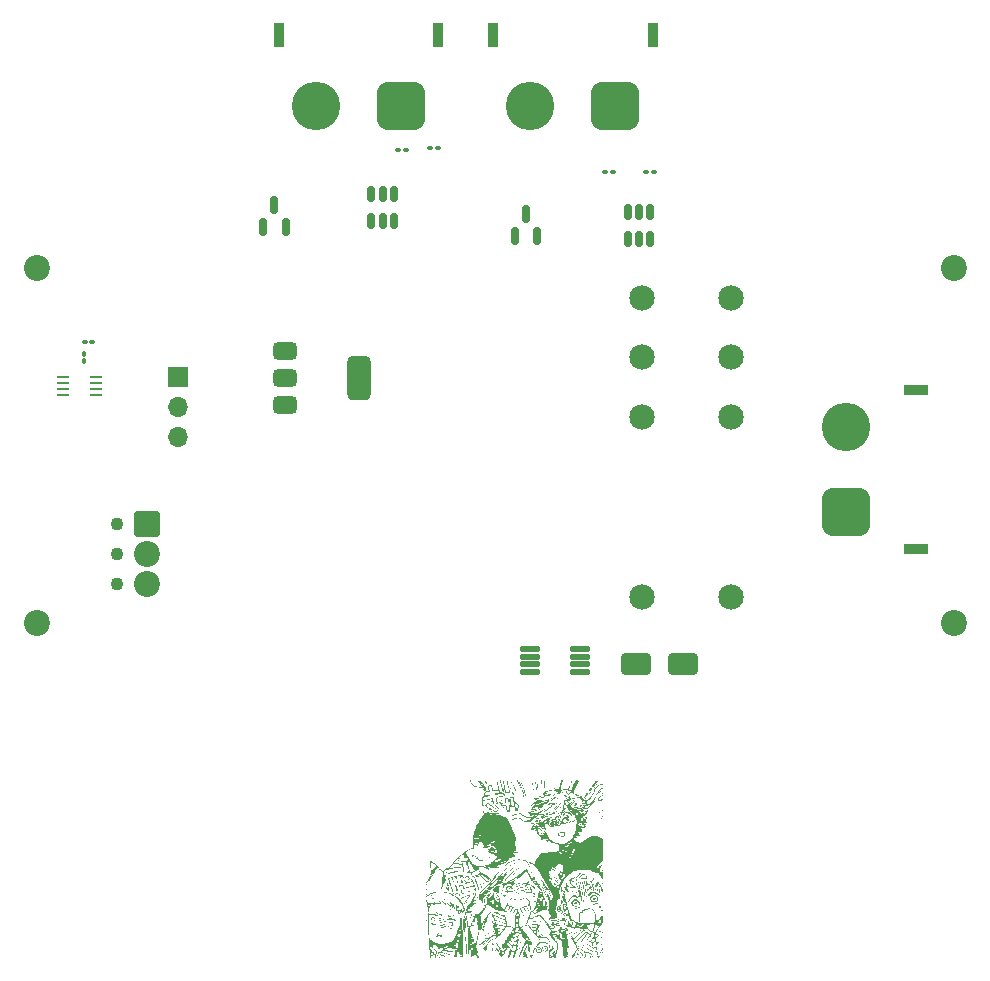
<source format=gbr>
%TF.GenerationSoftware,KiCad,Pcbnew,9.0.4*%
%TF.CreationDate,2025-10-16T20:01:58-07:00*%
%TF.ProjectId,E-Stop,452d5374-6f70-42e6-9b69-6361645f7063,rev?*%
%TF.SameCoordinates,Original*%
%TF.FileFunction,Soldermask,Top*%
%TF.FilePolarity,Negative*%
%FSLAX46Y46*%
G04 Gerber Fmt 4.6, Leading zero omitted, Abs format (unit mm)*
G04 Created by KiCad (PCBNEW 9.0.4) date 2025-10-16 20:01:58*
%MOMM*%
%LPD*%
G01*
G04 APERTURE LIST*
G04 Aperture macros list*
%AMRoundRect*
0 Rectangle with rounded corners*
0 $1 Rounding radius*
0 $2 $3 $4 $5 $6 $7 $8 $9 X,Y pos of 4 corners*
0 Add a 4 corners polygon primitive as box body*
4,1,4,$2,$3,$4,$5,$6,$7,$8,$9,$2,$3,0*
0 Add four circle primitives for the rounded corners*
1,1,$1+$1,$2,$3*
1,1,$1+$1,$4,$5*
1,1,$1+$1,$6,$7*
1,1,$1+$1,$8,$9*
0 Add four rect primitives between the rounded corners*
20,1,$1+$1,$2,$3,$4,$5,0*
20,1,$1+$1,$4,$5,$6,$7,0*
20,1,$1+$1,$6,$7,$8,$9,0*
20,1,$1+$1,$8,$9,$2,$3,0*%
G04 Aperture macros list end*
%ADD10C,0.000000*%
%ADD11C,2.200000*%
%ADD12RoundRect,0.375000X-0.625000X-0.375000X0.625000X-0.375000X0.625000X0.375000X-0.625000X0.375000X0*%
%ADD13RoundRect,0.500000X-0.500000X-1.400000X0.500000X-1.400000X0.500000X1.400000X-0.500000X1.400000X0*%
%ADD14RoundRect,0.100000X-0.130000X-0.100000X0.130000X-0.100000X0.130000X0.100000X-0.130000X0.100000X0*%
%ADD15R,0.900000X2.000000*%
%ADD16RoundRect,1.025000X-1.025000X-1.025000X1.025000X-1.025000X1.025000X1.025000X-1.025000X1.025000X0*%
%ADD17C,4.100000*%
%ADD18R,1.066800X0.254000*%
%ADD19RoundRect,0.150000X-0.150000X0.512500X-0.150000X-0.512500X0.150000X-0.512500X0.150000X0.512500X0*%
%ADD20RoundRect,0.150000X0.150000X-0.587500X0.150000X0.587500X-0.150000X0.587500X-0.150000X-0.587500X0*%
%ADD21RoundRect,0.100000X0.100000X-0.130000X0.100000X0.130000X-0.100000X0.130000X-0.100000X-0.130000X0*%
%ADD22C,2.154000*%
%ADD23RoundRect,0.100000X0.130000X0.100000X-0.130000X0.100000X-0.130000X-0.100000X0.130000X-0.100000X0*%
%ADD24R,1.700000X1.700000*%
%ADD25O,1.700000X1.700000*%
%ADD26C,1.100000*%
%ADD27RoundRect,0.249999X-0.850001X0.850001X-0.850001X-0.850001X0.850001X-0.850001X0.850001X0.850001X0*%
%ADD28RoundRect,0.250000X-1.000000X-0.650000X1.000000X-0.650000X1.000000X0.650000X-1.000000X0.650000X0*%
%ADD29RoundRect,0.125000X-0.687500X-0.125000X0.687500X-0.125000X0.687500X0.125000X-0.687500X0.125000X0*%
%ADD30R,2.000000X0.900000*%
%ADD31RoundRect,1.025000X-1.025000X1.025000X-1.025000X-1.025000X1.025000X-1.025000X1.025000X1.025000X0*%
G04 APERTURE END LIST*
D10*
%TO.C,Image*%
G36*
X146473839Y-140003354D02*
G01*
X146458102Y-140019091D01*
X146442365Y-140003354D01*
X146458102Y-139987617D01*
X146473839Y-140003354D01*
G37*
G36*
X146473839Y-140695795D02*
G01*
X146458102Y-140711532D01*
X146442365Y-140695795D01*
X146458102Y-140680058D01*
X146473839Y-140695795D01*
G37*
G36*
X146505314Y-143276712D02*
G01*
X146489576Y-143292449D01*
X146473839Y-143276712D01*
X146489576Y-143260975D01*
X146505314Y-143276712D01*
G37*
G36*
X147764298Y-139153540D02*
G01*
X147748560Y-139169277D01*
X147732823Y-139153540D01*
X147748560Y-139137802D01*
X147764298Y-139153540D01*
G37*
G36*
X148456739Y-141765931D02*
G01*
X148441001Y-141781669D01*
X148425264Y-141765931D01*
X148441001Y-141750194D01*
X148456739Y-141765931D01*
G37*
G36*
X148582637Y-143213763D02*
G01*
X148566900Y-143229500D01*
X148551163Y-143213763D01*
X148566900Y-143198025D01*
X148582637Y-143213763D01*
G37*
G36*
X150597011Y-136635572D02*
G01*
X150581274Y-136651309D01*
X150565537Y-136635572D01*
X150581274Y-136619835D01*
X150597011Y-136635572D01*
G37*
G36*
X150691435Y-136635572D02*
G01*
X150675698Y-136651309D01*
X150659961Y-136635572D01*
X150675698Y-136619835D01*
X150691435Y-136635572D01*
G37*
G36*
X150943232Y-136729996D02*
G01*
X150927495Y-136745733D01*
X150911757Y-136729996D01*
X150927495Y-136714258D01*
X150943232Y-136729996D01*
G37*
G36*
X151037656Y-137013267D02*
G01*
X151021918Y-137029004D01*
X151006181Y-137013267D01*
X151021918Y-136997530D01*
X151037656Y-137013267D01*
G37*
G36*
X151100605Y-136635572D02*
G01*
X151084868Y-136651309D01*
X151069130Y-136635572D01*
X151084868Y-136619835D01*
X151100605Y-136635572D01*
G37*
G36*
X151163554Y-137013267D02*
G01*
X151147817Y-137029004D01*
X151132079Y-137013267D01*
X151147817Y-136997530D01*
X151163554Y-137013267D01*
G37*
G36*
X151195029Y-136635572D02*
G01*
X151179291Y-136651309D01*
X151163554Y-136635572D01*
X151179291Y-136619835D01*
X151195029Y-136635572D01*
G37*
G36*
X151257978Y-136855894D02*
G01*
X151242241Y-136871631D01*
X151226503Y-136855894D01*
X151242241Y-136840157D01*
X151257978Y-136855894D01*
G37*
G36*
X151352402Y-136761470D02*
G01*
X151336664Y-136777208D01*
X151320927Y-136761470D01*
X151336664Y-136745733D01*
X151352402Y-136761470D01*
G37*
G36*
X151352402Y-136855894D02*
G01*
X151336664Y-136871631D01*
X151320927Y-136855894D01*
X151336664Y-136840157D01*
X151352402Y-136855894D01*
G37*
G36*
X151446825Y-137044742D02*
G01*
X151431088Y-137060479D01*
X151415351Y-137044742D01*
X151431088Y-137029004D01*
X151446825Y-137044742D01*
G37*
G36*
X151572724Y-137076216D02*
G01*
X151556987Y-137091954D01*
X151541249Y-137076216D01*
X151556987Y-137060479D01*
X151572724Y-137076216D01*
G37*
G36*
X151793046Y-136792945D02*
G01*
X151777309Y-136808682D01*
X151761571Y-136792945D01*
X151777309Y-136777208D01*
X151793046Y-136792945D01*
G37*
G36*
X152391063Y-137485386D02*
G01*
X152375326Y-137501123D01*
X152359589Y-137485386D01*
X152375326Y-137469649D01*
X152391063Y-137485386D01*
G37*
G36*
X154027742Y-140601371D02*
G01*
X154012005Y-140617108D01*
X153996268Y-140601371D01*
X154012005Y-140585634D01*
X154027742Y-140601371D01*
G37*
G36*
X154311014Y-140475473D02*
G01*
X154295277Y-140491210D01*
X154279539Y-140475473D01*
X154295277Y-140459735D01*
X154311014Y-140475473D01*
G37*
G36*
X154436912Y-140569897D02*
G01*
X154421175Y-140585634D01*
X154405438Y-140569897D01*
X154421175Y-140554159D01*
X154436912Y-140569897D01*
G37*
G36*
X154720184Y-140286625D02*
G01*
X154704446Y-140302363D01*
X154688709Y-140286625D01*
X154704446Y-140270888D01*
X154720184Y-140286625D01*
G37*
G36*
X155318201Y-146077951D02*
G01*
X155302464Y-146093688D01*
X155286726Y-146077951D01*
X155302464Y-146062214D01*
X155318201Y-146077951D01*
G37*
G36*
X155821794Y-139499760D02*
G01*
X155806057Y-139515498D01*
X155790320Y-139499760D01*
X155806057Y-139484023D01*
X155821794Y-139499760D01*
G37*
G36*
X157269626Y-143497034D02*
G01*
X157253889Y-143512771D01*
X157238151Y-143497034D01*
X157253889Y-143481297D01*
X157269626Y-143497034D01*
G37*
G36*
X157332575Y-138870268D02*
G01*
X157316838Y-138886006D01*
X157301101Y-138870268D01*
X157316838Y-138854531D01*
X157332575Y-138870268D01*
G37*
G36*
X157993542Y-138618472D02*
G01*
X157977804Y-138634209D01*
X157962067Y-138618472D01*
X157977804Y-138602734D01*
X157993542Y-138618472D01*
G37*
G36*
X159032203Y-132292077D02*
G01*
X159016466Y-132307815D01*
X159000729Y-132292077D01*
X159016466Y-132276340D01*
X159032203Y-132292077D01*
G37*
G36*
X159189576Y-139720082D02*
G01*
X159173839Y-139735820D01*
X159158102Y-139720082D01*
X159173839Y-139704345D01*
X159189576Y-139720082D01*
G37*
G36*
X159346949Y-143308187D02*
G01*
X159331212Y-143323924D01*
X159315475Y-143308187D01*
X159331212Y-143292449D01*
X159346949Y-143308187D01*
G37*
G36*
X159409899Y-140916117D02*
G01*
X159394161Y-140931854D01*
X159378424Y-140916117D01*
X159394161Y-140900380D01*
X159409899Y-140916117D01*
G37*
G36*
X161392798Y-141073490D02*
G01*
X161377061Y-141089227D01*
X161361324Y-141073490D01*
X161377061Y-141057753D01*
X161392798Y-141073490D01*
G37*
G36*
X161455747Y-134872994D02*
G01*
X161440010Y-134888732D01*
X161424273Y-134872994D01*
X161440010Y-134857257D01*
X161455747Y-134872994D01*
G37*
G36*
X146463348Y-143900958D02*
G01*
X146467114Y-143938311D01*
X146463348Y-143942924D01*
X146444636Y-143938604D01*
X146442365Y-143921941D01*
X146453881Y-143896034D01*
X146463348Y-143900958D01*
G37*
G36*
X146494822Y-143051144D02*
G01*
X146498589Y-143088497D01*
X146494822Y-143093110D01*
X146476111Y-143088790D01*
X146473839Y-143072127D01*
X146485355Y-143046220D01*
X146494822Y-143051144D01*
G37*
G36*
X146494822Y-143145568D02*
G01*
X146498589Y-143182921D01*
X146494822Y-143187534D01*
X146476111Y-143183213D01*
X146473839Y-143166551D01*
X146485355Y-143140644D01*
X146494822Y-143145568D01*
G37*
G36*
X147092840Y-142799347D02*
G01*
X147096606Y-142836700D01*
X147092840Y-142841313D01*
X147074128Y-142836993D01*
X147071856Y-142820330D01*
X147083373Y-142794423D01*
X147092840Y-142799347D01*
G37*
G36*
X147564958Y-143177042D02*
G01*
X147568725Y-143214395D01*
X147564958Y-143219009D01*
X147546247Y-143214688D01*
X147543975Y-143198025D01*
X147555491Y-143172118D01*
X147564958Y-143177042D01*
G37*
G36*
X147911179Y-141068244D02*
G01*
X147914946Y-141105597D01*
X147911179Y-141110210D01*
X147892467Y-141105890D01*
X147890196Y-141089227D01*
X147901712Y-141063320D01*
X147911179Y-141068244D01*
G37*
G36*
X149610807Y-141981008D02*
G01*
X149614574Y-142018361D01*
X149610807Y-142022974D01*
X149592096Y-142018653D01*
X149589824Y-142001991D01*
X149601340Y-141976084D01*
X149610807Y-141981008D01*
G37*
G36*
X150397672Y-143649161D02*
G01*
X150401439Y-143686514D01*
X150397672Y-143691127D01*
X150378961Y-143686807D01*
X150376689Y-143670144D01*
X150388205Y-143644237D01*
X150397672Y-143649161D01*
G37*
G36*
X150808809Y-136726717D02*
G01*
X150799422Y-136741023D01*
X150767499Y-136743248D01*
X150733914Y-136735561D01*
X150748483Y-136724232D01*
X150797674Y-136720480D01*
X150808809Y-136726717D01*
G37*
G36*
X151029131Y-136632293D02*
G01*
X151019744Y-136646599D01*
X150987821Y-136648824D01*
X150954236Y-136641138D01*
X150968805Y-136629808D01*
X151017996Y-136626056D01*
X151029131Y-136632293D01*
G37*
G36*
X152002877Y-137385716D02*
G01*
X151998556Y-137404428D01*
X151981894Y-137406700D01*
X151955986Y-137395183D01*
X151960911Y-137385716D01*
X151998264Y-137381950D01*
X152002877Y-137385716D01*
G37*
G36*
X152695318Y-140784973D02*
G01*
X152699085Y-140822326D01*
X152695318Y-140826939D01*
X152676606Y-140822619D01*
X152674335Y-140805956D01*
X152685851Y-140780049D01*
X152695318Y-140784973D01*
G37*
G36*
X154394946Y-139777786D02*
G01*
X154398713Y-139815139D01*
X154394946Y-139819752D01*
X154376234Y-139815431D01*
X154373963Y-139798769D01*
X154385479Y-139772862D01*
X154394946Y-139777786D01*
G37*
G36*
X154992963Y-132538629D02*
G01*
X154996730Y-132575981D01*
X154992963Y-132580595D01*
X154974252Y-132576274D01*
X154971980Y-132559612D01*
X154983496Y-132533704D01*
X154992963Y-132538629D01*
G37*
G36*
X155624423Y-140535143D02*
G01*
X155615036Y-140549449D01*
X155583112Y-140551674D01*
X155549528Y-140543988D01*
X155564096Y-140532659D01*
X155613287Y-140528906D01*
X155624423Y-140535143D01*
G37*
G36*
X156000151Y-132286832D02*
G01*
X156003917Y-132324185D01*
X156000151Y-132328798D01*
X155981439Y-132324477D01*
X155979167Y-132307815D01*
X155990684Y-132281908D01*
X156000151Y-132286832D01*
G37*
G36*
X156126049Y-142704923D02*
G01*
X156129816Y-142742276D01*
X156126049Y-142746890D01*
X156107337Y-142742569D01*
X156105066Y-142725906D01*
X156116582Y-142699999D01*
X156126049Y-142704923D01*
G37*
G36*
X156314897Y-131877662D02*
G01*
X156318663Y-131915015D01*
X156314897Y-131919628D01*
X156296185Y-131915308D01*
X156293913Y-131898645D01*
X156305430Y-131872738D01*
X156314897Y-131877662D01*
G37*
G36*
X158108949Y-132003560D02*
G01*
X158104628Y-132022272D01*
X158087965Y-132024543D01*
X158062058Y-132013027D01*
X158066982Y-132003560D01*
X158104335Y-131999793D01*
X158108949Y-132003560D01*
G37*
G36*
X158203372Y-132003560D02*
G01*
X158199052Y-132022272D01*
X158182389Y-132024543D01*
X158156482Y-132013027D01*
X158161406Y-132003560D01*
X158198759Y-131999793D01*
X158203372Y-132003560D01*
G37*
G36*
X158203372Y-146072705D02*
G01*
X158199052Y-146091417D01*
X158182389Y-146093688D01*
X158156482Y-146082172D01*
X158161406Y-146072705D01*
X158198759Y-146068938D01*
X158203372Y-146072705D01*
G37*
G36*
X158360745Y-133703189D02*
G01*
X158356425Y-133721900D01*
X158339762Y-133724172D01*
X158313855Y-133712656D01*
X158318779Y-133703189D01*
X158356132Y-133699422D01*
X158360745Y-133703189D01*
G37*
G36*
X158505004Y-132035173D02*
G01*
X158508958Y-132046661D01*
X158465661Y-132051048D01*
X158420978Y-132046102D01*
X158426317Y-132035173D01*
X158490757Y-132031016D01*
X158505004Y-132035173D01*
G37*
G36*
X158644534Y-143034751D02*
G01*
X158648287Y-143083942D01*
X158642050Y-143095077D01*
X158627744Y-143085690D01*
X158625518Y-143053767D01*
X158633205Y-143020182D01*
X158644534Y-143034751D01*
G37*
G36*
X160217747Y-140564651D02*
G01*
X160221513Y-140602004D01*
X160217747Y-140606617D01*
X160199035Y-140602296D01*
X160196764Y-140585634D01*
X160208280Y-140559727D01*
X160217747Y-140564651D01*
G37*
G36*
X160375120Y-139935159D02*
G01*
X160378886Y-139972512D01*
X160375120Y-139977125D01*
X160356408Y-139972804D01*
X160354136Y-139956142D01*
X160365653Y-139930235D01*
X160375120Y-139935159D01*
G37*
G36*
X146491364Y-141173203D02*
G01*
X146485848Y-141197754D01*
X146460450Y-141242056D01*
X146444026Y-141234635D01*
X146442365Y-141216983D01*
X146465224Y-141174303D01*
X146473479Y-141168137D01*
X146491364Y-141173203D01*
G37*
G36*
X146957202Y-140843381D02*
G01*
X146929868Y-140916117D01*
X146888122Y-141010541D01*
X146885565Y-140925843D01*
X146894925Y-140855712D01*
X146916578Y-140820399D01*
X146954723Y-140808341D01*
X146957202Y-140843381D01*
G37*
G36*
X149734003Y-142607797D02*
G01*
X149744108Y-142649791D01*
X149741226Y-142699598D01*
X149730169Y-142773118D01*
X149708457Y-142695806D01*
X149697841Y-142627312D01*
X149710228Y-142596671D01*
X149734003Y-142607797D01*
G37*
G36*
X150052334Y-141861343D02*
G01*
X150034374Y-141884486D01*
X150007910Y-141904376D01*
X150014514Y-141872838D01*
X150016755Y-141866866D01*
X150041689Y-141828324D01*
X150055865Y-141828048D01*
X150052334Y-141861343D01*
G37*
G36*
X150170470Y-142367677D02*
G01*
X150214772Y-142393075D01*
X150207351Y-142409499D01*
X150189699Y-142411161D01*
X150147019Y-142388301D01*
X150140852Y-142380046D01*
X150145919Y-142362161D01*
X150170470Y-142367677D01*
G37*
G36*
X151449000Y-136857238D02*
G01*
X151476487Y-136883074D01*
X151444103Y-136892427D01*
X151432473Y-136892614D01*
X151400907Y-136878725D01*
X151403173Y-136865872D01*
X151439668Y-136853105D01*
X151449000Y-136857238D01*
G37*
G36*
X152288458Y-146015969D02*
G01*
X152308916Y-146060465D01*
X152283384Y-146078703D01*
X152232451Y-146061448D01*
X152205954Y-146024412D01*
X152218216Y-146003207D01*
X152262697Y-145995712D01*
X152288458Y-146015969D01*
G37*
G36*
X154085829Y-132603818D02*
G01*
X154119618Y-132635509D01*
X154112687Y-132653729D01*
X154108286Y-132654035D01*
X154081665Y-132631680D01*
X154071949Y-132617698D01*
X154068239Y-132596160D01*
X154085829Y-132603818D01*
G37*
G36*
X154137681Y-139767655D02*
G01*
X154104017Y-139793746D01*
X154067940Y-139798125D01*
X154059217Y-139786399D01*
X154083906Y-139766185D01*
X154108064Y-139755285D01*
X154140554Y-139753085D01*
X154137681Y-139767655D01*
G37*
G36*
X154378266Y-140340517D02*
G01*
X154385573Y-140356734D01*
X154345011Y-140373772D01*
X154296424Y-140380921D01*
X154302265Y-140361493D01*
X154303726Y-140360010D01*
X154358137Y-140337822D01*
X154378266Y-140340517D01*
G37*
G36*
X154659409Y-139564054D02*
G01*
X154687318Y-139594438D01*
X154655531Y-139609306D01*
X154639640Y-139609921D01*
X154607222Y-139594436D01*
X154610340Y-139577933D01*
X154648060Y-139559777D01*
X154659409Y-139564054D01*
G37*
G36*
X154995586Y-140315739D02*
G01*
X154989625Y-140382936D01*
X154972747Y-140389696D01*
X154951076Y-140347459D01*
X154951013Y-140287639D01*
X154963867Y-140266412D01*
X154988166Y-140263397D01*
X154995586Y-140315739D01*
G37*
G36*
X155712466Y-140717611D02*
G01*
X155703021Y-140741024D01*
X155673648Y-140756721D01*
X155636876Y-140766303D01*
X155651962Y-140743247D01*
X155656028Y-140739101D01*
X155697295Y-140714240D01*
X155712466Y-140717611D01*
G37*
G36*
X156121976Y-139744253D02*
G01*
X156154596Y-139774414D01*
X156190787Y-139821813D01*
X156192298Y-139847927D01*
X156166133Y-139838370D01*
X156135414Y-139793596D01*
X156111494Y-139743563D01*
X156121976Y-139744253D01*
G37*
G36*
X156235236Y-135540949D02*
G01*
X156250812Y-135564798D01*
X156259502Y-135620217D01*
X156234940Y-135628840D01*
X156202446Y-135600473D01*
X156182769Y-135553362D01*
X156198184Y-135534768D01*
X156235236Y-135540949D01*
G37*
G36*
X157390908Y-145235293D02*
G01*
X157395524Y-145257754D01*
X157385152Y-145303230D01*
X157357898Y-145289597D01*
X157349657Y-145277524D01*
X157353604Y-145237100D01*
X157363536Y-145228454D01*
X157390908Y-145235293D01*
G37*
G36*
X159557662Y-134842508D02*
G01*
X159539703Y-134865650D01*
X159513239Y-134885541D01*
X159519843Y-134854002D01*
X159522083Y-134848031D01*
X159547017Y-134809489D01*
X159561193Y-134809212D01*
X159557662Y-134842508D01*
G37*
G36*
X161345363Y-134196651D02*
G01*
X161311699Y-134222742D01*
X161275623Y-134227121D01*
X161266900Y-134215395D01*
X161291589Y-134195181D01*
X161315746Y-134184281D01*
X161348237Y-134182082D01*
X161345363Y-134196651D01*
G37*
G36*
X146476620Y-140295533D02*
G01*
X146519248Y-140320673D01*
X146553470Y-140354837D01*
X146540212Y-140364209D01*
X146491354Y-140344945D01*
X146474751Y-140335067D01*
X146442555Y-140303340D01*
X146443326Y-140290910D01*
X146476620Y-140295533D01*
G37*
G36*
X146490169Y-140577230D02*
G01*
X146485221Y-140601371D01*
X146462881Y-140642784D01*
X146454734Y-140648583D01*
X146443732Y-140622881D01*
X146442365Y-140601371D01*
X146458836Y-140559478D01*
X146472851Y-140554159D01*
X146490169Y-140577230D01*
G37*
G36*
X146517040Y-141682018D02*
G01*
X146513017Y-141734457D01*
X146493730Y-141793525D01*
X146474535Y-141813143D01*
X146462113Y-141786895D01*
X146466136Y-141734457D01*
X146485423Y-141675389D01*
X146504618Y-141655770D01*
X146517040Y-141682018D01*
G37*
G36*
X147140576Y-141082408D02*
G01*
X147164624Y-141122471D01*
X147161559Y-141135915D01*
X147128674Y-141134941D01*
X147124314Y-141131194D01*
X147103563Y-141082739D01*
X147103331Y-141077687D01*
X147119300Y-141065984D01*
X147140576Y-141082408D01*
G37*
G36*
X147235000Y-141050933D02*
G01*
X147259048Y-141090997D01*
X147255983Y-141104440D01*
X147223098Y-141103466D01*
X147218738Y-141099719D01*
X147197986Y-141051265D01*
X147197755Y-141046212D01*
X147213724Y-141034510D01*
X147235000Y-141050933D01*
G37*
G36*
X147448271Y-140954702D02*
G01*
X147449552Y-140963329D01*
X147438813Y-140993985D01*
X147435672Y-140994804D01*
X147408800Y-140972748D01*
X147402340Y-140963329D01*
X147404835Y-140934326D01*
X147416219Y-140931854D01*
X147448271Y-140954702D01*
G37*
G36*
X147637485Y-138595211D02*
G01*
X147638399Y-138602734D01*
X147614448Y-138633294D01*
X147606925Y-138634209D01*
X147576365Y-138610257D01*
X147575450Y-138602734D01*
X147599401Y-138572174D01*
X147606925Y-138571260D01*
X147637485Y-138595211D01*
G37*
G36*
X148013371Y-141084138D02*
G01*
X148038742Y-141148173D01*
X148031880Y-141173482D01*
X147997359Y-141150981D01*
X147986129Y-141138258D01*
X147959537Y-141080000D01*
X147960633Y-141051026D01*
X147981809Y-141041212D01*
X148013371Y-141084138D01*
G37*
G36*
X148173132Y-141145725D02*
G01*
X148184849Y-141167914D01*
X148187103Y-141208523D01*
X148175847Y-141215126D01*
X148142328Y-141190103D01*
X148130611Y-141167914D01*
X148128357Y-141127305D01*
X148139613Y-141120702D01*
X148173132Y-141145725D01*
G37*
G36*
X149397426Y-142531077D02*
G01*
X149400977Y-142552796D01*
X149383981Y-142594682D01*
X149369502Y-142600008D01*
X149341578Y-142574515D01*
X149338027Y-142552796D01*
X149355023Y-142510911D01*
X149369502Y-142505584D01*
X149397426Y-142531077D01*
G37*
G36*
X149463565Y-142655834D02*
G01*
X149463926Y-142662957D01*
X149439730Y-142693222D01*
X149430594Y-142694432D01*
X149411796Y-142675149D01*
X149416714Y-142662957D01*
X149444997Y-142632931D01*
X149450046Y-142631483D01*
X149463565Y-142655834D01*
G37*
G36*
X149651300Y-142088564D02*
G01*
X149668511Y-142127889D01*
X149679366Y-142187436D01*
X149674258Y-142211320D01*
X149654247Y-142198689D01*
X149637036Y-142159364D01*
X149626181Y-142099816D01*
X149631288Y-142075933D01*
X149651300Y-142088564D01*
G37*
G36*
X149809232Y-139004381D02*
G01*
X149810146Y-139011904D01*
X149786195Y-139042464D01*
X149778672Y-139043379D01*
X149748112Y-139019427D01*
X149747197Y-139011904D01*
X149771149Y-138981344D01*
X149778672Y-138980429D01*
X149809232Y-139004381D01*
G37*
G36*
X149925225Y-142241595D02*
G01*
X149920307Y-142253788D01*
X149892024Y-142283814D01*
X149886975Y-142285262D01*
X149873456Y-142260910D01*
X149873096Y-142253788D01*
X149897292Y-142223522D01*
X149906428Y-142222313D01*
X149925225Y-142241595D01*
G37*
G36*
X150020594Y-141990847D02*
G01*
X150014731Y-142001991D01*
X149985075Y-142032049D01*
X149979542Y-142033465D01*
X149977394Y-142013134D01*
X149983257Y-142001991D01*
X150012913Y-141971932D01*
X150018446Y-141970516D01*
X150020594Y-141990847D01*
G37*
G36*
X150659046Y-142309214D02*
G01*
X150659961Y-142316737D01*
X150636009Y-142347297D01*
X150628486Y-142348211D01*
X150597926Y-142324260D01*
X150597011Y-142316737D01*
X150620963Y-142286177D01*
X150628486Y-142285262D01*
X150659046Y-142309214D01*
G37*
G36*
X151257063Y-137115905D02*
G01*
X151257978Y-137123428D01*
X151234027Y-137153988D01*
X151226503Y-137154903D01*
X151195943Y-137130951D01*
X151195029Y-137123428D01*
X151218980Y-137092868D01*
X151226503Y-137091954D01*
X151257063Y-137115905D01*
G37*
G36*
X151530430Y-144224495D02*
G01*
X151525512Y-144236687D01*
X151497229Y-144266713D01*
X151492180Y-144268162D01*
X151478661Y-144243810D01*
X151478300Y-144236687D01*
X151502496Y-144206422D01*
X151511632Y-144205213D01*
X151530430Y-144224495D01*
G37*
G36*
X151698261Y-136895983D02*
G01*
X151698622Y-136903106D01*
X151674426Y-136933371D01*
X151665290Y-136934581D01*
X151646492Y-136915298D01*
X151651410Y-136903106D01*
X151679694Y-136873080D01*
X151684742Y-136871631D01*
X151698261Y-136895983D01*
G37*
G36*
X151983367Y-132832617D02*
G01*
X152029106Y-132874358D01*
X152060356Y-132919474D01*
X152054599Y-132937307D01*
X152011895Y-132916098D01*
X151966156Y-132874358D01*
X151934906Y-132829241D01*
X151940663Y-132811408D01*
X151983367Y-132832617D01*
G37*
G36*
X152050613Y-143128257D02*
G01*
X152074661Y-143168320D01*
X152071596Y-143181764D01*
X152038712Y-143180789D01*
X152034351Y-143177042D01*
X152013600Y-143128588D01*
X152013368Y-143123536D01*
X152029337Y-143111833D01*
X152050613Y-143128257D01*
G37*
G36*
X152075957Y-143725971D02*
G01*
X152076317Y-143733094D01*
X152052121Y-143763359D01*
X152042985Y-143764568D01*
X152024188Y-143745286D01*
X152029106Y-143733094D01*
X152057389Y-143703067D01*
X152062438Y-143701619D01*
X152075957Y-143725971D01*
G37*
G36*
X152407003Y-144613536D02*
G01*
X152411327Y-144661780D01*
X152397715Y-144723234D01*
X152376065Y-144738290D01*
X152360782Y-144702102D01*
X152359589Y-144679189D01*
X152372432Y-144620036D01*
X152387721Y-144600711D01*
X152407003Y-144613536D01*
G37*
G36*
X152445406Y-140926750D02*
G01*
X152463132Y-140963329D01*
X152465484Y-141017054D01*
X152434907Y-141018824D01*
X152397358Y-140988509D01*
X152362092Y-140935095D01*
X152378386Y-140904208D01*
X152403130Y-140900380D01*
X152445406Y-140926750D01*
G37*
G36*
X152575382Y-145707391D02*
G01*
X152579911Y-145729873D01*
X152563478Y-145772937D01*
X152548436Y-145778942D01*
X152517863Y-145756352D01*
X152516962Y-145749325D01*
X152539841Y-145706698D01*
X152548436Y-145700256D01*
X152575382Y-145707391D01*
G37*
G36*
X152640435Y-139186453D02*
G01*
X152642860Y-139197037D01*
X152619891Y-139241531D01*
X152611386Y-139247963D01*
X152582336Y-139246525D01*
X152579911Y-139235941D01*
X152602880Y-139191446D01*
X152611386Y-139185014D01*
X152640435Y-139186453D01*
G37*
G36*
X152821013Y-145892759D02*
G01*
X152815970Y-145904841D01*
X152774276Y-145935140D01*
X152765043Y-145936315D01*
X152747979Y-145916923D01*
X152753021Y-145904841D01*
X152794716Y-145874541D01*
X152803948Y-145873366D01*
X152821013Y-145892759D01*
G37*
G36*
X152860757Y-140445437D02*
G01*
X152863182Y-140456020D01*
X152840214Y-140500515D01*
X152831708Y-140506947D01*
X152802658Y-140505509D01*
X152800233Y-140494925D01*
X152823202Y-140450430D01*
X152831708Y-140443998D01*
X152860757Y-140445437D01*
G37*
G36*
X152916254Y-140602172D02*
G01*
X152898672Y-140624977D01*
X152852731Y-140673910D01*
X152832224Y-140673697D01*
X152831708Y-140668174D01*
X152853217Y-140641901D01*
X152886788Y-140613094D01*
X152924070Y-140585873D01*
X152916254Y-140602172D01*
G37*
G36*
X153020555Y-140347360D02*
G01*
X152996428Y-140372638D01*
X152957606Y-140396786D01*
X152908942Y-140417047D01*
X152894657Y-140414738D01*
X152918784Y-140389460D01*
X152957606Y-140365312D01*
X153006270Y-140345051D01*
X153020555Y-140347360D01*
G37*
G36*
X153050749Y-133369324D02*
G01*
X153052030Y-133377951D01*
X153041291Y-133408607D01*
X153038150Y-133409426D01*
X153011278Y-133387370D01*
X153004818Y-133377951D01*
X153007314Y-133348948D01*
X153018698Y-133346477D01*
X153050749Y-133369324D01*
G37*
G36*
X153052030Y-140630631D02*
G01*
X153027903Y-140655910D01*
X152989081Y-140680058D01*
X152940417Y-140700319D01*
X152926132Y-140698010D01*
X152950259Y-140672731D01*
X152989081Y-140648583D01*
X153037744Y-140628322D01*
X153052030Y-140630631D01*
G37*
G36*
X153136579Y-140574490D02*
G01*
X153130716Y-140585634D01*
X153101061Y-140615692D01*
X153095527Y-140617108D01*
X153093379Y-140596778D01*
X153099242Y-140585634D01*
X153128898Y-140555576D01*
X153134431Y-140554159D01*
X153136579Y-140574490D01*
G37*
G36*
X153244418Y-142339162D02*
G01*
X153269052Y-142390541D01*
X153267369Y-142410374D01*
X153242372Y-142429716D01*
X153232353Y-142423619D01*
X153211467Y-142374419D01*
X153209403Y-142352408D01*
X153219389Y-142322436D01*
X153244418Y-142339162D01*
G37*
G36*
X153519620Y-142465508D02*
G01*
X153524149Y-142487989D01*
X153507716Y-142531053D01*
X153492674Y-142537059D01*
X153462101Y-142514469D01*
X153461200Y-142507442D01*
X153484079Y-142464815D01*
X153492674Y-142458372D01*
X153519620Y-142465508D01*
G37*
G36*
X153743190Y-142559907D02*
G01*
X153744471Y-142568534D01*
X153733732Y-142599190D01*
X153730591Y-142600008D01*
X153703719Y-142577953D01*
X153697259Y-142568534D01*
X153699755Y-142539530D01*
X153711139Y-142537059D01*
X153743190Y-142559907D01*
G37*
G36*
X153995420Y-138123148D02*
G01*
X153996268Y-138130615D01*
X153970649Y-138158238D01*
X153947198Y-138162090D01*
X153914620Y-138146831D01*
X153917581Y-138130615D01*
X153957820Y-138100341D01*
X153966651Y-138099141D01*
X153995420Y-138123148D01*
G37*
G36*
X154175008Y-140536637D02*
G01*
X154153641Y-140554159D01*
X154096262Y-140580793D01*
X154074954Y-140584670D01*
X154069324Y-140571682D01*
X154090692Y-140554159D01*
X154148070Y-140527526D01*
X154169378Y-140523649D01*
X154175008Y-140536637D01*
G37*
G36*
X154337619Y-140635588D02*
G01*
X154324774Y-140673232D01*
X154288135Y-140703351D01*
X154285419Y-140704326D01*
X154261721Y-140694493D01*
X154267148Y-140666950D01*
X154299309Y-140623659D01*
X154317004Y-140617108D01*
X154337619Y-140635588D01*
G37*
G36*
X154719823Y-144922005D02*
G01*
X154720184Y-144929128D01*
X154695987Y-144959393D01*
X154686851Y-144960603D01*
X154668054Y-144941320D01*
X154672972Y-144929128D01*
X154701255Y-144899102D01*
X154706304Y-144897654D01*
X154719823Y-144922005D01*
G37*
G36*
X154748107Y-142499603D02*
G01*
X154751658Y-142521322D01*
X154734663Y-142563207D01*
X154720184Y-142568534D01*
X154692260Y-142543040D01*
X154688709Y-142521322D01*
X154705704Y-142479436D01*
X154720184Y-142474110D01*
X154748107Y-142499603D01*
G37*
G36*
X155034569Y-142404038D02*
G01*
X155034930Y-142411161D01*
X155010733Y-142441426D01*
X155001597Y-142442635D01*
X154982800Y-142423353D01*
X154987718Y-142411161D01*
X155016001Y-142381134D01*
X155021050Y-142379686D01*
X155034569Y-142404038D01*
G37*
G36*
X155223416Y-142309614D02*
G01*
X155223777Y-142316737D01*
X155199581Y-142347002D01*
X155190445Y-142348211D01*
X155171647Y-142328929D01*
X155176565Y-142316737D01*
X155204849Y-142286710D01*
X155209897Y-142285262D01*
X155223416Y-142309614D01*
G37*
G36*
X155378193Y-138821827D02*
G01*
X155384992Y-138833286D01*
X155405132Y-138885898D01*
X155397319Y-138910738D01*
X155370659Y-138896497D01*
X155352336Y-138849571D01*
X155350633Y-138825679D01*
X155356552Y-138796406D01*
X155378193Y-138821827D01*
G37*
G36*
X155669982Y-140652123D02*
G01*
X155626060Y-140676977D01*
X155573925Y-140695629D01*
X155522322Y-140703590D01*
X155518379Y-140687188D01*
X155561227Y-140658268D01*
X155619131Y-140640512D01*
X155669878Y-140637278D01*
X155669982Y-140652123D01*
G37*
G36*
X155716551Y-140510493D02*
G01*
X155711633Y-140522685D01*
X155683350Y-140552711D01*
X155678301Y-140554159D01*
X155664782Y-140529808D01*
X155664422Y-140522685D01*
X155688618Y-140492420D01*
X155697754Y-140491210D01*
X155716551Y-140510493D01*
G37*
G36*
X156634887Y-145269109D02*
G01*
X156640134Y-145291086D01*
X156616663Y-145330677D01*
X156567033Y-145336167D01*
X156536074Y-145318171D01*
X156528755Y-145279659D01*
X156564768Y-145249105D01*
X156594780Y-145243874D01*
X156634887Y-145269109D01*
G37*
G36*
X156802326Y-143786264D02*
G01*
X156828982Y-143811780D01*
X156855274Y-143858048D01*
X156853689Y-143876251D01*
X156824163Y-143868771D01*
X156797507Y-143843255D01*
X156771215Y-143796987D01*
X156772799Y-143778784D01*
X156802326Y-143786264D01*
G37*
G36*
X156981637Y-138947184D02*
G01*
X156962391Y-139014350D01*
X156958097Y-139025552D01*
X156931730Y-139061734D01*
X156914106Y-139053795D01*
X156915247Y-139006293D01*
X156939150Y-138961460D01*
X156973391Y-138927864D01*
X156981637Y-138947184D01*
G37*
G36*
X157038083Y-139140858D02*
G01*
X157039641Y-139146270D01*
X157044249Y-139214831D01*
X157038475Y-139240694D01*
X157028142Y-139241740D01*
X157023922Y-139192468D01*
X157023965Y-139185014D01*
X157028504Y-139136199D01*
X157038083Y-139140858D01*
G37*
G36*
X157178743Y-144888605D02*
G01*
X157203377Y-144939983D01*
X157201693Y-144959816D01*
X157176697Y-144979158D01*
X157166678Y-144973062D01*
X157145792Y-144923862D01*
X157143728Y-144901850D01*
X157153714Y-144871879D01*
X157178743Y-144888605D01*
G37*
G36*
X157258807Y-139723628D02*
G01*
X157253889Y-139735820D01*
X157225605Y-139765846D01*
X157220557Y-139767294D01*
X157207038Y-139742943D01*
X157206677Y-139735820D01*
X157230873Y-139705555D01*
X157240009Y-139704345D01*
X157258807Y-139723628D01*
G37*
G36*
X157355758Y-138747886D02*
G01*
X157332575Y-138791582D01*
X157308131Y-138821077D01*
X157301689Y-138792728D01*
X157301583Y-138785571D01*
X157317621Y-138728661D01*
X157332575Y-138712895D01*
X157360379Y-138710356D01*
X157355758Y-138747886D01*
G37*
G36*
X157443797Y-138509616D02*
G01*
X157440089Y-138519596D01*
X157411782Y-138558272D01*
X157378260Y-138574662D01*
X157364050Y-138559376D01*
X157384930Y-138532251D01*
X157411982Y-138507712D01*
X157446105Y-138484748D01*
X157443797Y-138509616D01*
G37*
G36*
X157551983Y-139382076D02*
G01*
X157552897Y-139389599D01*
X157528946Y-139420159D01*
X157521423Y-139421074D01*
X157490863Y-139397122D01*
X157489948Y-139389599D01*
X157513900Y-139359039D01*
X157521423Y-139358125D01*
X157551983Y-139382076D01*
G37*
G36*
X157647321Y-132588202D02*
G01*
X157558855Y-132634080D01*
X157507075Y-132650928D01*
X157498436Y-132637673D01*
X157522547Y-132608895D01*
X157586624Y-132569606D01*
X157663058Y-132544380D01*
X157757482Y-132525006D01*
X157647321Y-132588202D01*
G37*
G36*
X157709909Y-142844682D02*
G01*
X157710270Y-142851805D01*
X157686074Y-142882070D01*
X157676938Y-142883279D01*
X157658140Y-142863997D01*
X157663058Y-142851805D01*
X157691342Y-142821779D01*
X157696391Y-142820330D01*
X157709909Y-142844682D01*
G37*
G36*
X157898270Y-132080025D02*
G01*
X157899118Y-132087493D01*
X157873499Y-132115115D01*
X157850048Y-132118967D01*
X157817470Y-132103709D01*
X157820431Y-132087493D01*
X157860670Y-132057219D01*
X157869501Y-132056018D01*
X157898270Y-132080025D01*
G37*
G36*
X157929678Y-132237342D02*
G01*
X157930593Y-132244866D01*
X157906641Y-132275426D01*
X157899118Y-132276340D01*
X157868558Y-132252389D01*
X157867643Y-132244866D01*
X157891595Y-132214306D01*
X157899118Y-132213391D01*
X157929678Y-132237342D01*
G37*
G36*
X158005695Y-141030841D02*
G01*
X158020223Y-141068784D01*
X158001866Y-141089147D01*
X157999532Y-141089227D01*
X157963163Y-141064008D01*
X157949676Y-141039386D01*
X157948822Y-141002488D01*
X157967947Y-141002009D01*
X158005695Y-141030841D01*
G37*
G36*
X158330672Y-141724171D02*
G01*
X158319365Y-141742685D01*
X158308288Y-141750194D01*
X158243155Y-141779481D01*
X158214838Y-141760734D01*
X158213864Y-141750194D01*
X158240521Y-141725815D01*
X158284682Y-141719201D01*
X158330672Y-141724171D01*
G37*
G36*
X158663814Y-132173410D02*
G01*
X158670246Y-132181916D01*
X158668807Y-132210966D01*
X158658223Y-132213391D01*
X158613728Y-132190422D01*
X158607296Y-132181916D01*
X158608735Y-132152867D01*
X158619319Y-132150442D01*
X158663814Y-132173410D01*
G37*
G36*
X158748932Y-134318068D02*
G01*
X158729349Y-134359360D01*
X158687840Y-134392457D01*
X158650264Y-134398969D01*
X158643609Y-134392966D01*
X158653453Y-134358068D01*
X158688019Y-134328222D01*
X158734617Y-134309098D01*
X158748932Y-134318068D01*
G37*
G36*
X158860047Y-143865191D02*
G01*
X158851028Y-143894445D01*
X158812074Y-143937504D01*
X158766900Y-143968537D01*
X158748932Y-143962148D01*
X158768265Y-143920601D01*
X158810069Y-143880033D01*
X158850052Y-143861639D01*
X158860047Y-143865191D01*
G37*
G36*
X159247042Y-146024459D02*
G01*
X159252526Y-146046477D01*
X159227331Y-146088205D01*
X159205314Y-146093688D01*
X159163586Y-146068494D01*
X159158102Y-146046477D01*
X159183296Y-146004748D01*
X159205314Y-145999265D01*
X159247042Y-146024459D01*
G37*
G36*
X159268263Y-132894450D02*
G01*
X159309676Y-132916790D01*
X159315475Y-132924937D01*
X159289773Y-132935940D01*
X159268263Y-132937307D01*
X159226370Y-132920835D01*
X159221051Y-132906820D01*
X159244122Y-132889502D01*
X159268263Y-132894450D01*
G37*
G36*
X159307965Y-140039488D02*
G01*
X159315475Y-140050566D01*
X159344762Y-140115698D01*
X159326015Y-140144016D01*
X159315475Y-140144990D01*
X159291096Y-140118332D01*
X159284482Y-140074172D01*
X159289452Y-140028181D01*
X159307965Y-140039488D01*
G37*
G36*
X159450668Y-133274932D02*
G01*
X159457110Y-133283527D01*
X159449975Y-133310473D01*
X159427493Y-133315002D01*
X159384429Y-133298569D01*
X159378424Y-133283527D01*
X159401014Y-133252954D01*
X159408041Y-133252053D01*
X159450668Y-133274932D01*
G37*
G36*
X159535797Y-133267790D02*
G01*
X159565823Y-133296073D01*
X159567272Y-133301122D01*
X159542920Y-133314641D01*
X159535797Y-133315002D01*
X159505532Y-133290806D01*
X159504322Y-133281670D01*
X159523605Y-133262872D01*
X159535797Y-133267790D01*
G37*
G36*
X159628940Y-133086053D02*
G01*
X159630221Y-133094680D01*
X159619482Y-133125336D01*
X159616341Y-133126154D01*
X159589469Y-133104099D01*
X159583009Y-133094680D01*
X159585504Y-133065676D01*
X159596889Y-133063205D01*
X159628940Y-133086053D01*
G37*
G36*
X159653881Y-140108976D02*
G01*
X159661695Y-140160727D01*
X159650921Y-140219877D01*
X159630221Y-140239413D01*
X159606561Y-140212478D01*
X159598746Y-140160727D01*
X159609520Y-140101576D01*
X159630221Y-140082040D01*
X159653881Y-140108976D01*
G37*
G36*
X159905983Y-139724742D02*
G01*
X159913492Y-139735820D01*
X159942779Y-139800952D01*
X159924033Y-139829270D01*
X159913492Y-139830244D01*
X159889113Y-139803586D01*
X159882499Y-139759426D01*
X159887469Y-139713435D01*
X159905983Y-139724742D01*
G37*
G36*
X160529555Y-140264981D02*
G01*
X160532493Y-140286625D01*
X160518288Y-140328550D01*
X160506264Y-140333837D01*
X160482972Y-140308269D01*
X160480035Y-140286625D01*
X160494239Y-140244701D01*
X160506264Y-140239413D01*
X160529555Y-140264981D01*
G37*
G36*
X161421088Y-145646039D02*
G01*
X161445345Y-145696210D01*
X161444766Y-145737230D01*
X161443301Y-145738931D01*
X161420190Y-145726230D01*
X161394241Y-145687214D01*
X161377816Y-145637559D01*
X161388323Y-145621569D01*
X161421088Y-145646039D01*
G37*
G36*
X161430043Y-143568901D02*
G01*
X161454091Y-143608964D01*
X161451026Y-143622408D01*
X161418142Y-143621434D01*
X161413781Y-143617687D01*
X161393030Y-143569232D01*
X161392798Y-143564180D01*
X161408767Y-143552477D01*
X161430043Y-143568901D01*
G37*
G36*
X161445873Y-134122198D02*
G01*
X161440010Y-134133341D01*
X161410354Y-134163400D01*
X161404820Y-134164816D01*
X161402673Y-134144485D01*
X161408536Y-134133341D01*
X161438191Y-134103283D01*
X161443725Y-134101867D01*
X161445873Y-134122198D01*
G37*
G36*
X161455387Y-138154967D02*
G01*
X161455747Y-138162090D01*
X161431551Y-138192355D01*
X161422415Y-138193564D01*
X161403618Y-138174282D01*
X161408536Y-138162090D01*
X161436819Y-138132064D01*
X161441868Y-138130615D01*
X161455387Y-138154967D01*
G37*
G36*
X146533182Y-142872534D02*
G01*
X146534576Y-142905028D01*
X146523533Y-142968409D01*
X146505314Y-142993441D01*
X146477560Y-142995599D01*
X146476051Y-142987429D01*
X146489209Y-142940287D01*
X146505314Y-142899017D01*
X146526200Y-142855839D01*
X146533182Y-142872534D01*
G37*
G36*
X147002064Y-140948257D02*
G01*
X147020043Y-140995033D01*
X147027693Y-141041965D01*
X147031286Y-141105417D01*
X147018901Y-141116873D01*
X146998416Y-141099719D01*
X146982278Y-141055043D01*
X146977433Y-141000049D01*
X146985014Y-140947555D01*
X147002064Y-140948257D01*
G37*
G36*
X148279053Y-141148427D02*
G01*
X148283628Y-141152177D01*
X148322745Y-141189891D01*
X148330840Y-141203242D01*
X148305136Y-141213813D01*
X148283628Y-141215126D01*
X148242810Y-141189641D01*
X148236417Y-141164060D01*
X148244695Y-141130661D01*
X148279053Y-141148427D01*
G37*
G36*
X150209830Y-142587922D02*
G01*
X150222501Y-142609063D01*
X150242655Y-142663991D01*
X150241451Y-142706203D01*
X150221362Y-142715038D01*
X150210792Y-142706891D01*
X150192303Y-142659480D01*
X150188799Y-142618368D01*
X150192707Y-142573261D01*
X150209830Y-142587922D01*
G37*
G36*
X152232859Y-144904196D02*
G01*
X152233208Y-144921260D01*
X152221737Y-144976520D01*
X152202216Y-144992077D01*
X152171989Y-144974004D01*
X152171223Y-144968472D01*
X152186949Y-144924337D01*
X152202216Y-144897654D01*
X152225175Y-144872935D01*
X152232859Y-144904196D01*
G37*
G36*
X153569668Y-140187149D02*
G01*
X153579702Y-140201489D01*
X153579510Y-140260840D01*
X153526385Y-140286787D01*
X153516280Y-140287785D01*
X153469889Y-140271340D01*
X153461200Y-140248903D01*
X153482517Y-140206467D01*
X153527938Y-140182175D01*
X153569668Y-140187149D01*
G37*
G36*
X154486104Y-144795361D02*
G01*
X154418975Y-144866870D01*
X154384094Y-144895742D01*
X154373965Y-144888157D01*
X154373963Y-144887805D01*
X154395035Y-144862793D01*
X154448131Y-144811310D01*
X154476255Y-144785513D01*
X154578548Y-144693069D01*
X154486104Y-144795361D01*
G37*
G36*
X155162379Y-138181561D02*
G01*
X155228159Y-138223992D01*
X155278910Y-138270113D01*
X155279041Y-138282245D01*
X155227667Y-138260403D01*
X155160828Y-138225039D01*
X155103932Y-138187818D01*
X155092242Y-138165945D01*
X155102261Y-138163409D01*
X155162379Y-138181561D01*
G37*
G36*
X158666799Y-144000028D02*
G01*
X158674001Y-144008986D01*
X158712832Y-144075886D01*
X158702875Y-144108237D01*
X158687090Y-144110789D01*
X158649383Y-144086322D01*
X158625248Y-144051978D01*
X158607418Y-143992616D01*
X158625503Y-143971565D01*
X158666799Y-144000028D01*
G37*
G36*
X159149967Y-143747000D02*
G01*
X159106005Y-143775507D01*
X159049073Y-143793286D01*
X159032203Y-143794446D01*
X159020101Y-143782356D01*
X159059806Y-143752435D01*
X159063631Y-143750291D01*
X159124820Y-143723536D01*
X159157143Y-143721643D01*
X159149967Y-143747000D01*
G37*
G36*
X161453053Y-139751557D02*
G01*
X161439573Y-139828826D01*
X161424273Y-139861718D01*
X161400001Y-139893048D01*
X161395251Y-139869689D01*
X161395492Y-139861718D01*
X161409040Y-139794243D01*
X161424273Y-139751557D01*
X161451323Y-139688608D01*
X161453053Y-139751557D01*
G37*
G36*
X155118787Y-145915257D02*
G01*
X155123526Y-145954221D01*
X155109550Y-146016856D01*
X155085963Y-146073172D01*
X155064629Y-146093688D01*
X155055634Y-146068143D01*
X155068930Y-146005822D01*
X155071681Y-145997658D01*
X155098001Y-145936201D01*
X155117525Y-145914451D01*
X155118787Y-145915257D01*
G37*
G36*
X156095437Y-145349851D02*
G01*
X156096985Y-145351200D01*
X156096969Y-145386490D01*
X156090623Y-145399153D01*
X156051163Y-145427193D01*
X156003483Y-145429999D01*
X155979205Y-145406020D01*
X155979167Y-145404615D01*
X156003854Y-145372391D01*
X156054378Y-145348801D01*
X156095437Y-145349851D01*
G37*
G36*
X156159832Y-135286475D02*
G01*
X156167231Y-135333034D01*
X156155894Y-135384292D01*
X156136540Y-135408063D01*
X156109595Y-135400927D01*
X156105066Y-135378446D01*
X156103696Y-135320692D01*
X156102705Y-135306557D01*
X156124485Y-135276706D01*
X156134180Y-135272460D01*
X156159832Y-135286475D01*
G37*
G36*
X156214256Y-142981979D02*
G01*
X156220305Y-143023825D01*
X156199320Y-143076375D01*
X156166017Y-143103553D01*
X156164648Y-143103602D01*
X156137305Y-143083762D01*
X156137022Y-143079996D01*
X156152538Y-143032737D01*
X156184277Y-142991304D01*
X156212595Y-142980627D01*
X156214256Y-142981979D01*
G37*
G36*
X159060526Y-134464304D02*
G01*
X159048042Y-134502250D01*
X159006744Y-134566176D01*
X159000729Y-134573986D01*
X158959232Y-134617467D01*
X158938875Y-134620078D01*
X158938479Y-134616816D01*
X158956611Y-134568872D01*
X158999682Y-134506655D01*
X159044354Y-134462414D01*
X159060526Y-134464304D01*
G37*
G36*
X159128322Y-139370162D02*
G01*
X159202247Y-139405741D01*
X159228159Y-139420956D01*
X159288068Y-139461338D01*
X159295503Y-139479912D01*
X159268263Y-139483205D01*
X159198961Y-139463950D01*
X159126627Y-139421074D01*
X159081712Y-139377838D01*
X159085210Y-139360864D01*
X159128322Y-139370162D01*
G37*
G36*
X159367882Y-139620363D02*
G01*
X159384091Y-139658216D01*
X159396876Y-139719720D01*
X159401806Y-139776115D01*
X159395382Y-139798769D01*
X159377099Y-139774101D01*
X159366054Y-139748983D01*
X159350218Y-139686913D01*
X159348532Y-139635225D01*
X159360685Y-139615778D01*
X159367882Y-139620363D01*
G37*
G36*
X159821358Y-133859025D02*
G01*
X159850505Y-133880658D01*
X159850543Y-133881545D01*
X159823665Y-133905410D01*
X159773714Y-133913019D01*
X159707070Y-133901414D01*
X159677433Y-133881545D01*
X159689732Y-133859254D01*
X159750968Y-133850085D01*
X159754262Y-133850070D01*
X159821358Y-133859025D01*
G37*
G36*
X159841395Y-139494107D02*
G01*
X159876904Y-139539432D01*
X159894235Y-139602455D01*
X159886274Y-139652037D01*
X159879063Y-139658959D01*
X159854215Y-139650572D01*
X159850543Y-139630090D01*
X159839491Y-139560432D01*
X159829457Y-139528646D01*
X159824127Y-139491048D01*
X159841395Y-139494107D01*
G37*
G36*
X161447378Y-132166974D02*
G01*
X161441409Y-132179653D01*
X161403144Y-132218207D01*
X161351461Y-132249058D01*
X161309527Y-132260674D01*
X161298374Y-132250851D01*
X161318586Y-132210570D01*
X161364444Y-132164244D01*
X161413782Y-132130723D01*
X161443355Y-132127558D01*
X161447378Y-132166974D01*
G37*
G36*
X148405815Y-143563433D02*
G01*
X148511601Y-143579321D01*
X148600404Y-143599257D01*
X148626137Y-143607752D01*
X148659220Y-143627098D01*
X148643706Y-143635837D01*
X148592877Y-143634922D01*
X148520016Y-143625308D01*
X148438404Y-143607949D01*
X148378052Y-143589937D01*
X148252154Y-143546042D01*
X148405815Y-143563433D01*
G37*
G36*
X152573210Y-141089846D02*
G01*
X152613187Y-141139626D01*
X152651348Y-141202575D01*
X152673143Y-141256915D01*
X152674335Y-141267173D01*
X152654908Y-141279538D01*
X152609909Y-141257221D01*
X152569052Y-141220516D01*
X152522131Y-141145850D01*
X152529306Y-141089616D01*
X152545966Y-141075017D01*
X152573210Y-141089846D01*
G37*
G36*
X152576509Y-145959645D02*
G01*
X152574916Y-145965096D01*
X152540156Y-146017920D01*
X152485283Y-146059182D01*
X152432562Y-146075684D01*
X152407943Y-146064061D01*
X152411630Y-146033890D01*
X152426071Y-146030739D01*
X152477306Y-146011396D01*
X152526951Y-145975659D01*
X152569906Y-145944092D01*
X152576509Y-145959645D01*
G37*
G36*
X154628275Y-140279768D02*
G01*
X154649835Y-140288521D01*
X154649024Y-140289590D01*
X154611029Y-140305122D01*
X154548895Y-140315214D01*
X154487585Y-140317931D01*
X154452060Y-140311334D01*
X154451049Y-140304953D01*
X154490008Y-140287053D01*
X154563031Y-140277781D01*
X154564921Y-140277723D01*
X154628275Y-140279768D01*
G37*
G36*
X155084730Y-138347555D02*
G01*
X155134385Y-138379403D01*
X155184794Y-138422319D01*
X155219044Y-138460134D01*
X155220227Y-138476677D01*
X155219762Y-138476680D01*
X155190701Y-138458220D01*
X155132866Y-138412477D01*
X155113616Y-138396329D01*
X155066107Y-138351693D01*
X155067019Y-138340479D01*
X155084730Y-138347555D01*
G37*
G36*
X156053086Y-139747383D02*
G01*
X156076472Y-139795488D01*
X156111669Y-139885868D01*
X156123128Y-139938327D01*
X156112334Y-139946427D01*
X156080771Y-139903731D01*
X156060175Y-139866206D01*
X156026361Y-139783570D01*
X156012819Y-139715679D01*
X156012865Y-139713777D01*
X156024822Y-139706042D01*
X156053086Y-139747383D01*
G37*
G36*
X157596918Y-132895756D02*
G01*
X157584372Y-132905394D01*
X157539883Y-132922410D01*
X157478477Y-132934380D01*
X157422631Y-132938804D01*
X157394822Y-132933186D01*
X157398147Y-132926090D01*
X157434936Y-132913481D01*
X157508117Y-132897165D01*
X157521423Y-132894660D01*
X157587875Y-132886029D01*
X157596918Y-132895756D01*
G37*
G36*
X157726593Y-132153756D02*
G01*
X157786239Y-132165446D01*
X157804694Y-132181235D01*
X157776670Y-132198484D01*
X157705866Y-132206393D01*
X157665369Y-132205965D01*
X157585520Y-132197477D01*
X157543267Y-132182944D01*
X157541328Y-132175172D01*
X157579392Y-132158049D01*
X157649395Y-132151100D01*
X157726593Y-132153756D01*
G37*
G36*
X157875612Y-132989174D02*
G01*
X157846739Y-133053094D01*
X157831998Y-133078942D01*
X157784706Y-133148220D01*
X157746127Y-133186468D01*
X157738347Y-133189104D01*
X157735726Y-133166166D01*
X157762960Y-133108461D01*
X157780799Y-133079332D01*
X157836693Y-133002338D01*
X157870280Y-132972271D01*
X157875612Y-132989174D01*
G37*
G36*
X157886967Y-133747744D02*
G01*
X157879649Y-133802386D01*
X157853579Y-133863984D01*
X157828349Y-133897282D01*
X157808848Y-133901733D01*
X157815699Y-133850153D01*
X157815720Y-133850070D01*
X157830808Y-133781702D01*
X157835739Y-133747778D01*
X157860633Y-133725060D01*
X157869764Y-133724172D01*
X157886967Y-133747744D01*
G37*
G36*
X158233106Y-133701448D02*
G01*
X158226243Y-133731852D01*
X158185669Y-133778290D01*
X158130735Y-133822929D01*
X158080795Y-133847939D01*
X158072944Y-133849023D01*
X158072583Y-133830719D01*
X158109223Y-133783754D01*
X158127070Y-133765184D01*
X158186177Y-133715887D01*
X158227466Y-133698968D01*
X158233106Y-133701448D01*
G37*
G36*
X158731698Y-134534426D02*
G01*
X158704431Y-134592047D01*
X158696713Y-134605460D01*
X158649109Y-134671732D01*
X158610854Y-134700883D01*
X158592822Y-134685519D01*
X158592606Y-134676278D01*
X158612315Y-134635658D01*
X158655858Y-134578747D01*
X158703120Y-134529363D01*
X158732151Y-134511037D01*
X158731698Y-134534426D01*
G37*
G36*
X159277697Y-139307662D02*
G01*
X159333308Y-139337234D01*
X159346949Y-139361492D01*
X159327585Y-139385625D01*
X159323343Y-139385313D01*
X159276245Y-139376449D01*
X159228920Y-139367387D01*
X159174331Y-139344252D01*
X159158896Y-139314493D01*
X159189089Y-139295969D01*
X159202739Y-139295175D01*
X159277697Y-139307662D01*
G37*
G36*
X159337328Y-132803850D02*
G01*
X159404113Y-132817804D01*
X159452294Y-132839084D01*
X159459353Y-132846512D01*
X159447207Y-132864984D01*
X159396510Y-132871417D01*
X159330682Y-132864832D01*
X159291869Y-132853513D01*
X159255482Y-132824305D01*
X159252526Y-132814237D01*
X159278084Y-132801301D01*
X159337328Y-132803850D01*
G37*
G36*
X160924652Y-145930283D02*
G01*
X160984977Y-145970705D01*
X161018183Y-145998305D01*
X161080457Y-146060561D01*
X161093647Y-146089534D01*
X161063390Y-146083053D01*
X160995325Y-146038948D01*
X160967891Y-146017667D01*
X160912227Y-145965221D01*
X160890432Y-145928304D01*
X160892285Y-145922942D01*
X160924652Y-145930283D01*
G37*
G36*
X161455680Y-134219613D02*
G01*
X161455747Y-134220685D01*
X161429665Y-134247528D01*
X161362770Y-134288275D01*
X161306243Y-134316676D01*
X161230132Y-134349378D01*
X161203529Y-134353590D01*
X161219688Y-134336287D01*
X161295588Y-134282690D01*
X161371498Y-134239856D01*
X161430501Y-134216068D01*
X161455680Y-134219613D01*
G37*
G36*
X146565689Y-141167914D02*
G01*
X146556385Y-141213086D01*
X146529798Y-141294934D01*
X146506760Y-141356762D01*
X146473716Y-141431250D01*
X146451150Y-141462778D01*
X146444662Y-141451185D01*
X146453741Y-141401314D01*
X146476867Y-141330570D01*
X146506832Y-141255824D01*
X146536426Y-141193951D01*
X146558442Y-141161821D01*
X146565689Y-141167914D01*
G37*
G36*
X146678992Y-139690395D02*
G01*
X146638735Y-139729818D01*
X146631212Y-139735820D01*
X146566786Y-139779070D01*
X146521394Y-139797366D01*
X146521051Y-139797369D01*
X146520483Y-139781244D01*
X146560740Y-139741821D01*
X146568263Y-139735820D01*
X146632689Y-139692570D01*
X146678081Y-139674274D01*
X146678424Y-139674270D01*
X146678992Y-139690395D01*
G37*
G36*
X151855993Y-144064257D02*
G01*
X151905060Y-144094050D01*
X151936570Y-144119839D01*
X151939391Y-144133078D01*
X151904473Y-144134786D01*
X151822770Y-144125979D01*
X151730097Y-144113726D01*
X151648998Y-144101051D01*
X151624254Y-144090231D01*
X151649565Y-144077055D01*
X151667148Y-144071672D01*
X151775962Y-144050241D01*
X151855993Y-144064257D01*
G37*
G36*
X151941044Y-139448424D02*
G01*
X151950417Y-139514323D01*
X151950419Y-139515498D01*
X151941302Y-139581796D01*
X151919336Y-139609914D01*
X151918944Y-139609921D01*
X151896845Y-139582571D01*
X151887472Y-139516672D01*
X151887470Y-139515498D01*
X151896587Y-139449200D01*
X151918553Y-139421081D01*
X151918944Y-139421074D01*
X151941044Y-139448424D01*
G37*
G36*
X152676369Y-132989213D02*
G01*
X152685800Y-132997874D01*
X152740474Y-133050720D01*
X152767983Y-133082316D01*
X152768759Y-133084429D01*
X152764411Y-133092018D01*
X152735077Y-133082432D01*
X152713317Y-133073714D01*
X152668542Y-133035037D01*
X152638228Y-132989644D01*
X152618813Y-132948474D01*
X152629024Y-132947898D01*
X152676369Y-132989213D01*
G37*
G36*
X152795971Y-132645179D02*
G01*
X152852478Y-132703017D01*
X152890872Y-132748459D01*
X152942635Y-132818788D01*
X152967143Y-132864485D01*
X152964357Y-132874358D01*
X152930394Y-132851739D01*
X152873887Y-132793901D01*
X152835492Y-132748459D01*
X152783730Y-132678130D01*
X152759222Y-132632433D01*
X152762008Y-132622561D01*
X152795971Y-132645179D01*
G37*
G36*
X155143034Y-140280008D02*
G01*
X155175769Y-140314939D01*
X155175589Y-140335416D01*
X155137502Y-140363560D01*
X155103606Y-140352177D01*
X155097879Y-140331980D01*
X155078596Y-140313182D01*
X155066404Y-140318100D01*
X155038847Y-140317551D01*
X155038876Y-140285213D01*
X155054805Y-140261504D01*
X155093649Y-140256649D01*
X155143034Y-140280008D01*
G37*
G36*
X155629822Y-141265512D02*
G01*
X155641817Y-141280838D01*
X155692555Y-141315647D01*
X155723883Y-141316098D01*
X155751717Y-141318975D01*
X155745632Y-141336941D01*
X155694706Y-141369994D01*
X155633982Y-141360601D01*
X155622455Y-141351516D01*
X155604158Y-141304593D01*
X155602473Y-141280698D01*
X155607525Y-141247236D01*
X155629822Y-141265512D01*
G37*
G36*
X156393403Y-131332102D02*
G01*
X156406302Y-131499682D01*
X156413309Y-131684620D01*
X156412955Y-131847619D01*
X156412827Y-131851433D01*
X156404075Y-132103230D01*
X156380469Y-131807255D01*
X156369911Y-131642604D01*
X156362929Y-131469402D01*
X156360702Y-131319170D01*
X156361045Y-131287924D01*
X156365227Y-131064569D01*
X156393403Y-131332102D01*
G37*
G36*
X158895578Y-143070460D02*
G01*
X158905762Y-143136692D01*
X158906305Y-143162836D01*
X158899093Y-143247265D01*
X158881148Y-143301717D01*
X158874830Y-143308187D01*
X158854083Y-143294117D01*
X158843898Y-143227884D01*
X158843356Y-143201741D01*
X158850568Y-143117312D01*
X158868513Y-143062859D01*
X158874830Y-143056390D01*
X158895578Y-143070460D01*
G37*
G36*
X159216367Y-139793158D02*
G01*
X159229546Y-139822375D01*
X159256093Y-139901665D01*
X159268059Y-139932536D01*
X159273444Y-139977676D01*
X159259564Y-139987617D01*
X159225735Y-139961753D01*
X159212556Y-139932536D01*
X159186009Y-139853246D01*
X159174043Y-139822375D01*
X159168658Y-139777235D01*
X159182538Y-139767294D01*
X159216367Y-139793158D01*
G37*
G36*
X159440673Y-145001509D02*
G01*
X159428134Y-145044757D01*
X159397753Y-145110355D01*
X159362382Y-145173730D01*
X159334868Y-145210306D01*
X159330404Y-145212400D01*
X159316942Y-145187321D01*
X159316175Y-145173056D01*
X159330293Y-145132752D01*
X159362915Y-145077912D01*
X159400879Y-145026671D01*
X159431025Y-144997162D01*
X159440673Y-145001509D01*
G37*
G36*
X159492061Y-141027644D02*
G01*
X159510504Y-141086802D01*
X159526191Y-141164676D01*
X159534963Y-141239272D01*
X159532657Y-141288598D01*
X159529144Y-141295220D01*
X159514618Y-141276470D01*
X159493741Y-141212763D01*
X159482338Y-141167131D01*
X159467984Y-141079743D01*
X159468834Y-141020961D01*
X159475026Y-141009195D01*
X159492061Y-141027644D01*
G37*
G36*
X160370449Y-145852005D02*
G01*
X160380528Y-145876870D01*
X160421972Y-145995559D01*
X160438064Y-146064891D01*
X160430327Y-146092434D01*
X160424189Y-146093688D01*
X160398504Y-146066471D01*
X160367906Y-145998078D01*
X160356937Y-145964726D01*
X160337324Y-145880502D01*
X160334718Y-145827385D01*
X160346600Y-145814758D01*
X160370449Y-145852005D01*
G37*
G36*
X160663933Y-140139096D02*
G01*
X160671051Y-140182475D01*
X160677040Y-140271740D01*
X160684641Y-140341706D01*
X160684794Y-140404137D01*
X160669905Y-140428261D01*
X160652185Y-140400086D01*
X160637120Y-140328663D01*
X160632264Y-140283894D01*
X160630191Y-140194915D01*
X160638150Y-140135796D01*
X160644833Y-140124664D01*
X160663933Y-140139096D01*
G37*
G36*
X161110235Y-145926350D02*
G01*
X161164866Y-145976110D01*
X161213825Y-146031969D01*
X161235420Y-146071776D01*
X161235425Y-146072111D01*
X161219421Y-146094760D01*
X161177655Y-146070821D01*
X161119496Y-146005936D01*
X161114504Y-145999265D01*
X161076260Y-145939146D01*
X161067690Y-145906690D01*
X161071624Y-145904841D01*
X161110235Y-145926350D01*
G37*
G36*
X161163565Y-140300590D02*
G01*
X161181116Y-140362532D01*
X161189131Y-140407671D01*
X161199515Y-140510380D01*
X161197414Y-140582979D01*
X161184225Y-140614130D01*
X161165472Y-140599765D01*
X161150056Y-140547513D01*
X161139734Y-140464322D01*
X161135936Y-140375658D01*
X161140094Y-140306985D01*
X161147791Y-140285081D01*
X161163565Y-140300590D01*
G37*
G36*
X147384508Y-145843361D02*
G01*
X147445841Y-145888552D01*
X147523415Y-145955147D01*
X147595054Y-146024612D01*
X147637073Y-146074328D01*
X147640525Y-146093683D01*
X147640225Y-146093688D01*
X147599232Y-146073615D01*
X147530680Y-146021778D01*
X147472127Y-145970224D01*
X147403503Y-145901555D01*
X147361801Y-145850592D01*
X147355316Y-145831683D01*
X147384508Y-145843361D01*
G37*
G36*
X148523970Y-141932175D02*
G01*
X148552469Y-141972957D01*
X148598931Y-142019457D01*
X148634893Y-142020148D01*
X148669683Y-142021007D01*
X148669214Y-142041313D01*
X148628421Y-142083691D01*
X148563972Y-142083470D01*
X148507771Y-142048527D01*
X148468072Y-141990037D01*
X148457973Y-141935971D01*
X148480670Y-141908133D01*
X148487106Y-141907567D01*
X148523970Y-141932175D01*
G37*
G36*
X151456648Y-131101600D02*
G01*
X151519919Y-131163984D01*
X151616800Y-131278053D01*
X151677301Y-131353737D01*
X151717701Y-131411441D01*
X151720263Y-131430763D01*
X151692766Y-131416700D01*
X151642988Y-131374249D01*
X151578708Y-131308406D01*
X151542760Y-131267324D01*
X151477328Y-131184326D01*
X151435521Y-131120604D01*
X151426378Y-131090261D01*
X151456648Y-131101600D01*
G37*
G36*
X152602177Y-140725787D02*
G01*
X152584661Y-140753021D01*
X152568994Y-140802844D01*
X152598329Y-140863182D01*
X152629024Y-140913070D01*
X152620614Y-140930288D01*
X152598540Y-140931854D01*
X152545404Y-140906943D01*
X152520738Y-140875961D01*
X152509741Y-140809527D01*
X152532174Y-140745738D01*
X152577178Y-140712237D01*
X152585329Y-140711532D01*
X152602177Y-140725787D01*
G37*
G36*
X155582575Y-140849389D02*
G01*
X155606374Y-140878781D01*
X155639731Y-140916662D01*
X155681472Y-140899213D01*
X155686330Y-140895258D01*
X155722044Y-140872904D01*
X155725396Y-140901925D01*
X155723132Y-140914511D01*
X155693397Y-140974759D01*
X155642624Y-140977385D01*
X155586253Y-140932427D01*
X155551471Y-140878588D01*
X155551568Y-140845369D01*
X155582575Y-140849389D01*
G37*
G36*
X155697682Y-143517609D02*
G01*
X155768323Y-143529585D01*
X155790320Y-143544246D01*
X155762695Y-143562954D01*
X155693972Y-143572811D01*
X155605375Y-143573817D01*
X155518128Y-143565973D01*
X155453458Y-143549279D01*
X155444099Y-143544246D01*
X155437219Y-143526764D01*
X155485463Y-143516694D01*
X155592595Y-143513256D01*
X155593604Y-143513253D01*
X155697682Y-143517609D01*
G37*
G36*
X156095011Y-144514728D02*
G01*
X156105066Y-144519959D01*
X156151382Y-144572024D01*
X156167770Y-144644742D01*
X156150554Y-144709316D01*
X156131582Y-144727608D01*
X156107582Y-144726566D01*
X156112367Y-144684286D01*
X156108987Y-144622148D01*
X156085850Y-144601666D01*
X156046791Y-144559482D01*
X156042117Y-144535576D01*
X156052767Y-144503414D01*
X156095011Y-144514728D01*
G37*
G36*
X156499360Y-131102433D02*
G01*
X156507170Y-131167217D01*
X156510120Y-131278695D01*
X156508837Y-131443623D01*
X156507310Y-131524516D01*
X156498498Y-131945857D01*
X156474522Y-131523943D01*
X156466838Y-131367615D01*
X156462589Y-131235010D01*
X156461993Y-131138190D01*
X156465265Y-131089218D01*
X156466653Y-131085922D01*
X156486063Y-131077587D01*
X156499360Y-131102433D01*
G37*
G36*
X157304607Y-139099056D02*
G01*
X157330091Y-139219391D01*
X157362884Y-139333584D01*
X157378008Y-139374459D01*
X157407145Y-139453832D01*
X157409186Y-139481542D01*
X157389016Y-139460142D01*
X157351522Y-139392188D01*
X157331728Y-139350256D01*
X157292621Y-139228204D01*
X157274236Y-139098189D01*
X157273997Y-139074853D01*
X157276985Y-138933218D01*
X157304607Y-139099056D01*
G37*
G36*
X157448849Y-139533950D02*
G01*
X157509168Y-139584137D01*
X157552897Y-139625659D01*
X157629778Y-139701870D01*
X157667693Y-139744420D01*
X157673321Y-139762995D01*
X157653344Y-139767279D01*
X157650582Y-139767294D01*
X157614739Y-139745513D01*
X157556158Y-139690316D01*
X157524683Y-139656038D01*
X157455038Y-139571589D01*
X157430282Y-139530330D01*
X157448849Y-139533950D01*
G37*
G36*
X157560766Y-139455518D02*
G01*
X157584878Y-139484494D01*
X157637844Y-139543744D01*
X157677101Y-139586663D01*
X157743436Y-139663326D01*
X157765056Y-139698517D01*
X157744891Y-139691901D01*
X157685874Y-139643144D01*
X157631343Y-139591882D01*
X157569281Y-139525147D01*
X157535693Y-139475959D01*
X157534217Y-139460738D01*
X157559598Y-139453941D01*
X157560766Y-139455518D01*
G37*
G36*
X157757137Y-142379400D02*
G01*
X157832106Y-142403640D01*
X157917608Y-142396983D01*
X157993856Y-142388720D01*
X158013203Y-142403582D01*
X158010520Y-142409153D01*
X157968501Y-142429768D01*
X157891715Y-142440877D01*
X157807800Y-142441244D01*
X157744392Y-142429631D01*
X157731253Y-142421652D01*
X157708841Y-142380515D01*
X157726306Y-142363970D01*
X157757137Y-142379400D01*
G37*
G36*
X158815529Y-132955236D02*
G01*
X158819750Y-132958996D01*
X158894007Y-133018744D01*
X158953517Y-133057950D01*
X158990153Y-133084528D01*
X158984992Y-133093605D01*
X158939523Y-133078951D01*
X158867413Y-133041705D01*
X158851224Y-133032076D01*
X158784880Y-132982628D01*
X158750336Y-132939318D01*
X158748932Y-132932283D01*
X158768094Y-132923781D01*
X158815529Y-132955236D01*
G37*
G36*
X158901076Y-134515205D02*
G01*
X158900499Y-134538010D01*
X158875205Y-134594898D01*
X158856788Y-134632099D01*
X158815614Y-134698292D01*
X158779456Y-134730704D01*
X158775478Y-134731359D01*
X158753230Y-134714517D01*
X158755188Y-134707753D01*
X158810419Y-134598457D01*
X158847392Y-134536808D01*
X158872596Y-134512574D01*
X158879883Y-134511037D01*
X158901076Y-134515205D01*
G37*
G36*
X161168582Y-141712881D02*
G01*
X161172476Y-141736578D01*
X161190342Y-141770914D01*
X161235425Y-141765931D01*
X161288036Y-141762943D01*
X161293197Y-141794729D01*
X161260605Y-141838323D01*
X161197306Y-141873867D01*
X161144990Y-141854147D01*
X161128632Y-141826306D01*
X161110494Y-141747616D01*
X161121372Y-141696761D01*
X161141001Y-141687245D01*
X161168582Y-141712881D01*
G37*
G36*
X146478521Y-143384086D02*
G01*
X146483592Y-143459385D01*
X146481611Y-143565151D01*
X146481472Y-143567852D01*
X146472551Y-143713185D01*
X146464343Y-143797520D01*
X146457170Y-143820426D01*
X146451357Y-143781473D01*
X146447227Y-143680229D01*
X146446016Y-143615064D01*
X146447148Y-143496155D01*
X146453346Y-143405883D01*
X146463401Y-143358905D01*
X146467462Y-143355398D01*
X146478521Y-143384086D01*
G37*
G36*
X148736639Y-141638459D02*
G01*
X148746220Y-141730497D01*
X148765928Y-141763799D01*
X148790067Y-141737052D01*
X148811745Y-141655770D01*
X148825861Y-141577084D01*
X148830148Y-141660041D01*
X148818488Y-141749753D01*
X148788977Y-141830616D01*
X148743521Y-141918234D01*
X148707470Y-141839111D01*
X148687167Y-141744546D01*
X148702344Y-141621324D01*
X148733269Y-141482660D01*
X148736639Y-141638459D01*
G37*
G36*
X151856872Y-133551596D02*
G01*
X151879601Y-133563498D01*
X151929677Y-133597176D01*
X151995994Y-133648864D01*
X152063381Y-133705619D01*
X152116669Y-133754497D01*
X152140686Y-133782552D01*
X152139267Y-133785061D01*
X152107472Y-133768181D01*
X152041186Y-133723920D01*
X151974025Y-133675874D01*
X151887850Y-133609224D01*
X151836588Y-133562710D01*
X151824757Y-133541709D01*
X151856872Y-133551596D01*
G37*
G36*
X151919017Y-137469377D02*
G01*
X151891778Y-137515084D01*
X151881175Y-137526303D01*
X151859277Y-137557491D01*
X151881175Y-137564073D01*
X151916598Y-137584654D01*
X151918944Y-137595547D01*
X151892583Y-137621120D01*
X151855995Y-137627022D01*
X151804934Y-137609372D01*
X151793046Y-137584688D01*
X151814619Y-137533326D01*
X151855995Y-137485386D01*
X151904434Y-137455163D01*
X151919017Y-137469377D01*
G37*
G36*
X153059091Y-140771712D02*
G01*
X153068275Y-140798751D01*
X153092903Y-140846939D01*
X153126717Y-140840323D01*
X153135321Y-140833609D01*
X153184454Y-140811384D01*
X153202735Y-140834053D01*
X153178560Y-140883882D01*
X153126103Y-140927519D01*
X153078373Y-140912545D01*
X153053285Y-140886155D01*
X153028027Y-140818950D01*
X153030357Y-140783862D01*
X153043986Y-140749891D01*
X153059091Y-140771712D01*
G37*
G36*
X156024755Y-143705241D02*
G01*
X156023490Y-143739613D01*
X156007973Y-143817440D01*
X155982090Y-143919880D01*
X155952115Y-144016696D01*
X155925990Y-144078814D01*
X155909216Y-144093246D01*
X155908869Y-144092733D01*
X155904577Y-144062105D01*
X155915694Y-144000691D01*
X155944492Y-143899353D01*
X155993241Y-143748952D01*
X155997423Y-143736457D01*
X156017201Y-143704420D01*
X156024755Y-143705241D01*
G37*
G36*
X159872414Y-144940508D02*
G01*
X159866428Y-144973760D01*
X159833729Y-145039386D01*
X159785544Y-145119527D01*
X159733102Y-145196329D01*
X159687631Y-145251933D01*
X159666091Y-145268638D01*
X159661179Y-145252232D01*
X159686961Y-145196155D01*
X159737911Y-145112225D01*
X159742504Y-145105270D01*
X159802957Y-145018388D01*
X159849484Y-144959251D01*
X159872233Y-144940355D01*
X159872414Y-144940508D01*
G37*
G36*
X160984095Y-140176464D02*
G01*
X161008792Y-140245756D01*
X161014621Y-140296563D01*
X161028871Y-140382690D01*
X161046663Y-140428420D01*
X161061107Y-140485822D01*
X161048929Y-140505494D01*
X161017451Y-140496166D01*
X161002924Y-140468061D01*
X160984941Y-140390444D01*
X160972766Y-140305278D01*
X160967490Y-140229466D01*
X160970205Y-140179908D01*
X160982002Y-140173506D01*
X160984095Y-140176464D01*
G37*
G36*
X161258608Y-139836834D02*
G01*
X161266900Y-139860910D01*
X161241704Y-139894888D01*
X161180407Y-139936231D01*
X161174039Y-139939596D01*
X161095657Y-139977135D01*
X161057762Y-139984238D01*
X161046754Y-139962670D01*
X161046578Y-139956142D01*
X161071781Y-139927577D01*
X161089936Y-139924667D01*
X161145096Y-139902462D01*
X161172476Y-139877455D01*
X161222092Y-139836513D01*
X161258608Y-139836834D01*
G37*
G36*
X147731208Y-143213519D02*
G01*
X147830675Y-143229195D01*
X147933069Y-143249462D01*
X148019676Y-143270803D01*
X148071779Y-143289700D01*
X148079044Y-143297062D01*
X148059716Y-143320270D01*
X148000357Y-143307695D01*
X147954251Y-143295874D01*
X147867413Y-143276900D01*
X147785407Y-143260218D01*
X147690876Y-143239029D01*
X147629894Y-143220417D01*
X147615920Y-143210014D01*
X147653384Y-143205953D01*
X147731208Y-143213519D01*
G37*
G36*
X148465335Y-143463392D02*
G01*
X148570703Y-143474571D01*
X148665721Y-143490933D01*
X148732315Y-143510985D01*
X148740010Y-143514941D01*
X148753984Y-143529495D01*
X148728809Y-143536766D01*
X148658137Y-143536876D01*
X148535620Y-143529946D01*
X148417395Y-143521111D01*
X148330213Y-143507924D01*
X148276336Y-143487618D01*
X148267891Y-143475906D01*
X148295854Y-143462565D01*
X148367694Y-143458892D01*
X148465335Y-143463392D01*
G37*
G36*
X152142175Y-143823439D02*
G01*
X152196641Y-143872133D01*
X152254410Y-143943682D01*
X152292706Y-144006427D01*
X152323476Y-144075657D01*
X152320060Y-144105780D01*
X152296640Y-144110789D01*
X152269107Y-144085133D01*
X152265165Y-144061156D01*
X152244210Y-144008723D01*
X152192047Y-143939443D01*
X152173386Y-143919743D01*
X152122058Y-143860041D01*
X152102720Y-143819687D01*
X152105861Y-143812973D01*
X152142175Y-143823439D01*
G37*
G36*
X155080256Y-138238612D02*
G01*
X155143691Y-138264089D01*
X155208494Y-138301944D01*
X155250357Y-138339232D01*
X155255252Y-138351746D01*
X155249119Y-138379412D01*
X155247383Y-138379534D01*
X155217482Y-138363992D01*
X155154714Y-138329767D01*
X155145091Y-138324454D01*
X155077836Y-138287108D01*
X155039121Y-138265305D01*
X155037552Y-138264382D01*
X155040705Y-138240358D01*
X155042496Y-138238456D01*
X155080256Y-138238612D01*
G37*
G36*
X156119628Y-135127473D02*
G01*
X156209725Y-135200535D01*
X156227704Y-135220310D01*
X156299287Y-135309777D01*
X156323993Y-135358253D01*
X156304495Y-135363568D01*
X156243466Y-135323555D01*
X156173766Y-135264056D01*
X156091985Y-135201975D01*
X156027442Y-135185624D01*
X156000902Y-135190832D01*
X155954183Y-135201725D01*
X155959053Y-135181382D01*
X155975400Y-135160806D01*
X156042454Y-135114450D01*
X156119628Y-135127473D01*
G37*
G36*
X157939912Y-133348780D02*
G01*
X157922602Y-133445351D01*
X157900454Y-133519845D01*
X157892854Y-133535324D01*
X157875952Y-133548450D01*
X157877160Y-133503150D01*
X157881266Y-133476406D01*
X157889562Y-133408576D01*
X157878945Y-133391681D01*
X157851887Y-133409442D01*
X157813377Y-133432452D01*
X157809274Y-133413691D01*
X157836996Y-133362324D01*
X157882264Y-133301568D01*
X157957570Y-133209447D01*
X157939912Y-133348780D01*
G37*
G36*
X159530783Y-139606381D02*
G01*
X159556747Y-139677194D01*
X159578774Y-139771405D01*
X159587066Y-139827203D01*
X159600506Y-139904681D01*
X159611981Y-139945233D01*
X159613330Y-139982866D01*
X159604063Y-139987617D01*
X159585347Y-139959453D01*
X159559597Y-139885648D01*
X159532596Y-139783032D01*
X159511818Y-139680260D01*
X159502643Y-139606811D01*
X159507033Y-139578449D01*
X159507142Y-139578447D01*
X159530783Y-139606381D01*
G37*
G36*
X159642988Y-133183822D02*
G01*
X159663473Y-133204841D01*
X159639943Y-133236205D01*
X159582184Y-133241954D01*
X159543666Y-133231570D01*
X159508389Y-133204841D01*
X159598746Y-133204841D01*
X159614483Y-133220578D01*
X159630221Y-133204841D01*
X159614483Y-133189104D01*
X159598746Y-133204841D01*
X159508389Y-133204841D01*
X159505670Y-133202781D01*
X159523695Y-133179568D01*
X159583124Y-133171904D01*
X159642988Y-133183822D01*
G37*
G36*
X161114398Y-143811465D02*
G01*
X161226983Y-143847288D01*
X161271537Y-143863209D01*
X161368445Y-143904942D01*
X161434986Y-143945912D01*
X161455747Y-143973370D01*
X161451135Y-144011235D01*
X161447879Y-144014228D01*
X161417859Y-144000637D01*
X161345380Y-143966538D01*
X161244730Y-143918666D01*
X161219688Y-143906698D01*
X161107396Y-143849313D01*
X161053292Y-143813579D01*
X161056064Y-143800596D01*
X161114398Y-143811465D01*
G37*
G36*
X161325520Y-142059273D02*
G01*
X161329849Y-142085555D01*
X161335116Y-142118365D01*
X161360808Y-142108307D01*
X161392798Y-142080677D01*
X161439533Y-142050933D01*
X161454877Y-142064039D01*
X161435871Y-142106685D01*
X161406287Y-142141378D01*
X161362923Y-142181966D01*
X161336726Y-142182848D01*
X161304669Y-142153069D01*
X161272383Y-142099673D01*
X161271560Y-142051487D01*
X161298374Y-142033465D01*
X161325520Y-142059273D01*
G37*
G36*
X161367761Y-131918875D02*
G01*
X161329595Y-131970194D01*
X161272227Y-132038543D01*
X161207990Y-132109866D01*
X161149218Y-132170105D01*
X161108244Y-132205201D01*
X161102859Y-132208145D01*
X161078550Y-132196371D01*
X161078052Y-132191093D01*
X161099396Y-132154903D01*
X161153016Y-132093274D01*
X161223297Y-132021616D01*
X161294620Y-131955342D01*
X161351370Y-131909862D01*
X161374392Y-131898645D01*
X161367761Y-131918875D01*
G37*
G36*
X151254493Y-139623505D02*
G01*
X151284702Y-139660056D01*
X151330342Y-139732833D01*
X151379957Y-139821143D01*
X151422087Y-139904297D01*
X151445275Y-139961602D01*
X151446825Y-139970833D01*
X151423302Y-139987548D01*
X151420961Y-139987617D01*
X151394842Y-139961396D01*
X151353979Y-139893550D01*
X151318669Y-139822860D01*
X151266961Y-139710992D01*
X151238253Y-139645753D01*
X151229156Y-139616621D01*
X151236283Y-139613073D01*
X151254493Y-139623505D01*
G37*
G36*
X152380478Y-133210694D02*
G01*
X152447172Y-133266332D01*
X152532607Y-133346524D01*
X152564174Y-133377951D01*
X152646943Y-133463095D01*
X152707234Y-133528032D01*
X152735781Y-133562652D01*
X152736299Y-133565752D01*
X152708017Y-133545484D01*
X152644966Y-133492198D01*
X152558551Y-133415660D01*
X152516962Y-133377951D01*
X152430059Y-133295456D01*
X152369120Y-133231349D01*
X152342727Y-133194993D01*
X152344837Y-133190150D01*
X152380478Y-133210694D01*
G37*
G36*
X152440983Y-145320064D02*
G01*
X152519712Y-145390684D01*
X152532067Y-145402849D01*
X152615505Y-145497186D01*
X152663933Y-145576252D01*
X152673597Y-145631148D01*
X152640744Y-145652979D01*
X152637614Y-145653044D01*
X152615998Y-145640826D01*
X152620844Y-145633094D01*
X152612442Y-145601060D01*
X152570472Y-145537938D01*
X152515929Y-145471290D01*
X152437075Y-145375375D01*
X152398845Y-145315883D01*
X152400421Y-145296289D01*
X152440983Y-145320064D01*
G37*
G36*
X156896233Y-140608588D02*
G01*
X156938065Y-140661472D01*
X156986886Y-140736544D01*
X157031807Y-140816903D01*
X157061938Y-140885646D01*
X157064102Y-140892511D01*
X157073721Y-140952281D01*
X157059907Y-140957384D01*
X157034623Y-140903705D01*
X157034322Y-140902760D01*
X157004942Y-140839335D01*
X156954786Y-140754174D01*
X156936221Y-140725959D01*
X156891889Y-140653188D01*
X156871347Y-140604114D01*
X156872280Y-140594793D01*
X156896233Y-140608588D01*
G37*
G36*
X156926506Y-133006053D02*
G01*
X157019254Y-133022748D01*
X157144113Y-133025232D01*
X157211444Y-133020461D01*
X157321144Y-133013303D01*
X157375662Y-133020090D01*
X157379596Y-133032039D01*
X157341603Y-133045934D01*
X157259604Y-133055957D01*
X157152449Y-133061746D01*
X157038982Y-133062938D01*
X156938052Y-133059172D01*
X156868505Y-133050084D01*
X156849965Y-133042222D01*
X156827529Y-133003348D01*
X156856325Y-132990343D01*
X156926506Y-133006053D01*
G37*
G36*
X157352177Y-138362570D02*
G01*
X157293417Y-138454772D01*
X157264270Y-138498244D01*
X157212791Y-138580524D01*
X157180623Y-138643937D01*
X157175202Y-138663486D01*
X157152102Y-138695799D01*
X157143088Y-138697158D01*
X157136357Y-138672895D01*
X157156997Y-138611742D01*
X157172836Y-138579128D01*
X157235840Y-138475391D01*
X157308493Y-138377085D01*
X157317388Y-138366675D01*
X157364894Y-138316710D01*
X157376247Y-138315946D01*
X157352177Y-138362570D01*
G37*
G36*
X157410089Y-132448767D02*
G01*
X157357261Y-132501112D01*
X157304718Y-132548433D01*
X157213745Y-132636676D01*
X157139278Y-132722763D01*
X157098035Y-132786954D01*
X157066631Y-132842406D01*
X157041393Y-132855830D01*
X157040444Y-132855006D01*
X157036854Y-132811006D01*
X157071846Y-132740146D01*
X157134976Y-132655051D01*
X157215798Y-132568345D01*
X157303868Y-132492654D01*
X157379787Y-132444828D01*
X157416899Y-132430969D01*
X157410089Y-132448767D01*
G37*
G36*
X157796911Y-133978739D02*
G01*
X157800661Y-133996203D01*
X157784960Y-134042092D01*
X157746879Y-134130136D01*
X157740849Y-134143774D01*
X157704222Y-134215941D01*
X157665170Y-134278140D01*
X157632091Y-134320110D01*
X157613385Y-134331594D01*
X157617448Y-134302329D01*
X157622782Y-134288009D01*
X157681016Y-134143888D01*
X157722202Y-134049995D01*
X157750753Y-133997380D01*
X157771081Y-133977094D01*
X157776637Y-133975968D01*
X157796911Y-133978739D01*
G37*
G36*
X159520865Y-141814447D02*
G01*
X159507294Y-141840153D01*
X159450529Y-141861881D01*
X159360632Y-141886409D01*
X159299737Y-141908532D01*
X159199705Y-141945061D01*
X159100944Y-141969709D01*
X159022617Y-141978817D01*
X158983952Y-141968834D01*
X158997691Y-141943336D01*
X159054522Y-141921584D01*
X159133312Y-141901183D01*
X159243116Y-141869106D01*
X159322862Y-141844201D01*
X159421600Y-141817610D01*
X159493837Y-141807867D01*
X159520865Y-141814447D01*
G37*
G36*
X160511419Y-139344111D02*
G01*
X160515444Y-139348070D01*
X160566565Y-139439374D01*
X160575030Y-139551204D01*
X160544391Y-139661338D01*
X160478200Y-139747555D01*
X160448410Y-139767375D01*
X160382297Y-139802757D01*
X160446903Y-139676119D01*
X160493500Y-139559586D01*
X160510349Y-139459022D01*
X160495763Y-139389791D01*
X160480035Y-139373862D01*
X160449669Y-139328100D01*
X160448560Y-139317798D01*
X160466890Y-139311013D01*
X160511419Y-139344111D01*
G37*
G36*
X161078052Y-141459279D02*
G01*
X161049872Y-141489150D01*
X160976009Y-141525523D01*
X160872483Y-141562420D01*
X160755312Y-141593868D01*
X160676751Y-141608976D01*
X160584776Y-141616277D01*
X160544313Y-141602565D01*
X160542984Y-141597014D01*
X160570681Y-141571249D01*
X160639392Y-141548385D01*
X160661014Y-141544158D01*
X160822045Y-141511345D01*
X160963612Y-141472518D01*
X161022972Y-141451231D01*
X161067949Y-141445819D01*
X161078052Y-141459279D01*
G37*
G36*
X161359715Y-140479346D02*
G01*
X161372908Y-140518119D01*
X161387048Y-140595297D01*
X161399934Y-140691452D01*
X161409366Y-140787154D01*
X161413141Y-140862973D01*
X161409060Y-140899481D01*
X161407408Y-140900380D01*
X161383536Y-140878407D01*
X161376326Y-140867716D01*
X161363050Y-140822241D01*
X161352746Y-140744814D01*
X161346187Y-140653526D01*
X161344147Y-140566469D01*
X161347400Y-140501735D01*
X161356719Y-140477417D01*
X161359715Y-140479346D01*
G37*
G36*
X161445065Y-145261810D02*
G01*
X161416210Y-145334268D01*
X161371624Y-145429177D01*
X161319463Y-145530671D01*
X161267882Y-145622882D01*
X161225037Y-145689945D01*
X161199085Y-145715993D01*
X161199020Y-145715993D01*
X161199044Y-145690559D01*
X161224854Y-145622360D01*
X161271472Y-145523547D01*
X161301950Y-145464729D01*
X161362100Y-145356004D01*
X161411591Y-145274277D01*
X161443188Y-145231134D01*
X161450033Y-145227669D01*
X161445065Y-145261810D01*
G37*
G36*
X147638197Y-143069113D02*
G01*
X147737447Y-143085802D01*
X147846011Y-143109159D01*
X147944567Y-143134745D01*
X148013792Y-143158119D01*
X148034456Y-143170797D01*
X148043555Y-143194545D01*
X148041558Y-143194645D01*
X148008480Y-143187448D01*
X147927925Y-143170975D01*
X147814174Y-143148130D01*
X147748560Y-143135076D01*
X147608552Y-143106210D01*
X147526636Y-143086151D01*
X147498817Y-143073320D01*
X147521100Y-143066138D01*
X147567581Y-143063530D01*
X147638197Y-143069113D01*
G37*
G36*
X148197225Y-145721493D02*
G01*
X148220679Y-145729470D01*
X148288881Y-145749991D01*
X148387837Y-145775725D01*
X148433133Y-145786556D01*
X148519657Y-145811464D01*
X148573636Y-145836322D01*
X148582637Y-145847297D01*
X148580440Y-145863051D01*
X148564291Y-145868387D01*
X148519852Y-145862441D01*
X148432785Y-145844346D01*
X148393790Y-145835894D01*
X148296945Y-145806672D01*
X148221859Y-145769759D01*
X148204942Y-145756109D01*
X148175752Y-145721278D01*
X148197225Y-145721493D01*
G37*
G36*
X148928467Y-141470273D02*
G01*
X148943287Y-141561226D01*
X148945026Y-141676088D01*
X148932567Y-141795812D01*
X148925654Y-141830901D01*
X148894530Y-141944011D01*
X148864478Y-141996742D01*
X148833715Y-141991597D01*
X148822165Y-141976128D01*
X148824326Y-141933152D01*
X148851215Y-141863751D01*
X148854100Y-141858098D01*
X148887909Y-141738334D01*
X148891833Y-141587868D01*
X148889517Y-141494244D01*
X148893987Y-141434697D01*
X148901684Y-141422279D01*
X148928467Y-141470273D01*
G37*
G36*
X151057587Y-139783622D02*
G01*
X151081437Y-139815794D01*
X151113258Y-139876957D01*
X151148336Y-139967080D01*
X151180747Y-140066980D01*
X151204566Y-140157472D01*
X151213870Y-140219373D01*
X151210659Y-140234274D01*
X151195037Y-140237082D01*
X151195029Y-140236654D01*
X151185067Y-140202756D01*
X151158784Y-140125583D01*
X151121582Y-140020942D01*
X151116342Y-140006466D01*
X151070429Y-139877558D01*
X151046060Y-139801424D01*
X151042143Y-139772100D01*
X151057587Y-139783622D01*
G37*
G36*
X159296059Y-139546441D02*
G01*
X159299799Y-139570862D01*
X159246927Y-139578447D01*
X159160962Y-139590512D01*
X159064032Y-139619722D01*
X159059653Y-139621470D01*
X158932503Y-139667176D01*
X158838638Y-139689065D01*
X158787273Y-139685422D01*
X158780407Y-139673470D01*
X158805579Y-139644322D01*
X158823518Y-139641396D01*
X158874293Y-139632268D01*
X158964457Y-139608436D01*
X159065341Y-139577915D01*
X159196049Y-139542478D01*
X159274227Y-139536794D01*
X159296059Y-139546441D01*
G37*
G36*
X159318506Y-145738539D02*
G01*
X159385517Y-145794269D01*
X159462071Y-145868231D01*
X159533075Y-145945141D01*
X159583436Y-146009713D01*
X159598746Y-146043064D01*
X159583886Y-146088097D01*
X159551747Y-146084079D01*
X159520989Y-146033641D01*
X159520469Y-146032028D01*
X159485077Y-145976860D01*
X159417392Y-145906657D01*
X159376712Y-145872010D01*
X159294245Y-145798767D01*
X159254317Y-145745434D01*
X159261048Y-145718393D01*
X159276132Y-145716329D01*
X159318506Y-145738539D01*
G37*
G36*
X159388609Y-145480525D02*
G01*
X159464284Y-145523100D01*
X159547686Y-145575937D01*
X159687816Y-145688910D01*
X159767850Y-145801201D01*
X159787594Y-145888727D01*
X159776415Y-145940126D01*
X159747625Y-145937085D01*
X159708348Y-145883052D01*
X159688097Y-145840570D01*
X159618343Y-145732831D01*
X159501084Y-145636437D01*
X159475850Y-145620426D01*
X159375760Y-145552181D01*
X159322359Y-145500767D01*
X159319194Y-145470499D01*
X159347434Y-145464196D01*
X159388609Y-145480525D01*
G37*
G36*
X161440013Y-144818781D02*
G01*
X161400139Y-144876298D01*
X161350444Y-144938338D01*
X161282705Y-145032105D01*
X161219200Y-145125845D01*
X161144334Y-145231719D01*
X161087733Y-145294732D01*
X161054042Y-145310447D01*
X161046578Y-145290541D01*
X161063820Y-145253876D01*
X161109304Y-145185171D01*
X161173664Y-145096444D01*
X161247533Y-144999713D01*
X161321548Y-144906995D01*
X161386341Y-144830308D01*
X161432547Y-144781669D01*
X161450615Y-144772096D01*
X161440013Y-144818781D01*
G37*
G36*
X147713682Y-142780121D02*
G01*
X147844493Y-142803758D01*
X147929539Y-142820587D01*
X148035221Y-142844589D01*
X148111299Y-142867072D01*
X148141936Y-142883323D01*
X148141993Y-142883808D01*
X148126064Y-142900313D01*
X148072458Y-142898014D01*
X147972448Y-142875966D01*
X147905933Y-142858238D01*
X147795954Y-142832031D01*
X147696689Y-142814998D01*
X147662005Y-142811909D01*
X147599121Y-142802286D01*
X147575450Y-142785280D01*
X147587897Y-142771753D01*
X147631062Y-142769743D01*
X147713682Y-142780121D01*
G37*
G36*
X147880453Y-141302105D02*
G01*
X147938252Y-141363199D01*
X147969310Y-141404591D01*
X148023479Y-141478482D01*
X148058794Y-141507332D01*
X148090403Y-141499074D01*
X148113405Y-141480047D01*
X148172518Y-141440498D01*
X148199727Y-141452280D01*
X148191438Y-141510499D01*
X148171280Y-141558806D01*
X148119638Y-141666427D01*
X147958321Y-141495857D01*
X147865306Y-141394482D01*
X147814112Y-141329294D01*
X147800846Y-141293206D01*
X147821615Y-141279130D01*
X147838704Y-141278075D01*
X147880453Y-141302105D01*
G37*
G36*
X155978717Y-134264240D02*
G01*
X155979167Y-134267304D01*
X156002252Y-134284329D01*
X156026379Y-134279332D01*
X156066952Y-134277798D01*
X156073591Y-134289845D01*
X156049615Y-134332969D01*
X155998206Y-134341300D01*
X155968864Y-134326699D01*
X155908788Y-134312589D01*
X155883688Y-134323507D01*
X155820791Y-134349437D01*
X155771831Y-134348264D01*
X155758845Y-134329891D01*
X155785702Y-134305972D01*
X155852001Y-134277245D01*
X155869006Y-134271638D01*
X155945783Y-134254876D01*
X155978717Y-134264240D01*
G37*
G36*
X156246060Y-139696992D02*
G01*
X156287173Y-139758029D01*
X156348360Y-139854684D01*
X156423628Y-139977679D01*
X156436790Y-139999537D01*
X156513479Y-140129233D01*
X156575499Y-140238085D01*
X156617051Y-140315614D01*
X156632336Y-140351342D01*
X156632070Y-140352393D01*
X156612107Y-140332465D01*
X156567830Y-140270296D01*
X156507382Y-140177580D01*
X156481372Y-140135974D01*
X156366967Y-139947321D01*
X156286837Y-139807028D01*
X156241625Y-139716266D01*
X156231012Y-139680853D01*
X156246060Y-139696992D01*
G37*
G36*
X156299486Y-140019827D02*
G01*
X156325580Y-140049272D01*
X156373909Y-140112491D01*
X156434589Y-140202847D01*
X156499246Y-140306265D01*
X156559505Y-140408670D01*
X156606992Y-140495987D01*
X156633334Y-140554140D01*
X156635167Y-140569618D01*
X156613567Y-140551897D01*
X156569765Y-140492585D01*
X156513224Y-140404501D01*
X156512932Y-140404020D01*
X156442088Y-140286520D01*
X156372109Y-140168821D01*
X156330948Y-140098462D01*
X156289263Y-140025044D01*
X156278968Y-140000588D01*
X156299486Y-140019827D01*
G37*
G36*
X157588022Y-132447449D02*
G01*
X157571410Y-132476763D01*
X157525918Y-132503813D01*
X157512710Y-132507824D01*
X157448221Y-132538236D01*
X157362191Y-132596183D01*
X157310990Y-132637135D01*
X157227337Y-132704379D01*
X157171558Y-132740906D01*
X157149846Y-132744209D01*
X157168396Y-132711779D01*
X157190614Y-132685870D01*
X157242786Y-132639242D01*
X157322583Y-132579103D01*
X157412416Y-132517347D01*
X157494693Y-132465869D01*
X157551822Y-132436564D01*
X157563522Y-132433713D01*
X157588022Y-132447449D01*
G37*
G36*
X157724933Y-134567752D02*
G01*
X157769172Y-134610675D01*
X157793537Y-134676250D01*
X157776937Y-134709771D01*
X157730089Y-134699034D01*
X157707146Y-134681319D01*
X157660907Y-134649348D01*
X157649201Y-134660735D01*
X157673449Y-134705301D01*
X157699411Y-134736749D01*
X157727594Y-134779333D01*
X157720027Y-134794308D01*
X157676556Y-134773159D01*
X157636462Y-134736749D01*
X157595091Y-134665648D01*
X157584372Y-134614785D01*
X157607426Y-134565344D01*
X157661715Y-134549501D01*
X157724933Y-134567752D01*
G37*
G36*
X160222448Y-139702713D02*
G01*
X160212112Y-139747471D01*
X160172166Y-139817585D01*
X160152513Y-139844896D01*
X160101601Y-139920740D01*
X160073064Y-139980902D01*
X160070843Y-139993385D01*
X160043836Y-140026125D01*
X159992156Y-140039367D01*
X159933207Y-140030399D01*
X159913492Y-140007488D01*
X159939087Y-139968287D01*
X159984310Y-139940000D01*
X160044975Y-139894678D01*
X160111973Y-139818410D01*
X160132932Y-139788253D01*
X160180614Y-139724410D01*
X160214288Y-139697895D01*
X160222448Y-139702713D01*
G37*
G36*
X146563721Y-143157671D02*
G01*
X146566144Y-143229073D01*
X146566036Y-143337424D01*
X146563738Y-143469763D01*
X146559591Y-143613131D01*
X146553938Y-143754569D01*
X146547120Y-143881116D01*
X146539478Y-143979815D01*
X146535217Y-144016365D01*
X146529429Y-144034829D01*
X146526061Y-143997293D01*
X146525206Y-143910664D01*
X146526959Y-143781848D01*
X146530262Y-143654407D01*
X146536200Y-143483008D01*
X146542737Y-143334784D01*
X146549278Y-143220678D01*
X146555230Y-143151632D01*
X146558424Y-143136176D01*
X146563721Y-143157671D01*
G37*
G36*
X152120214Y-144850233D02*
G01*
X152114958Y-144901970D01*
X152106742Y-144932789D01*
X152093303Y-144996699D01*
X152089733Y-145071598D01*
X152096668Y-145172218D01*
X152114743Y-145313297D01*
X152126600Y-145393379D01*
X152127598Y-145470976D01*
X152106240Y-145492836D01*
X152073633Y-145456539D01*
X152054340Y-145409116D01*
X152041435Y-145332577D01*
X152037975Y-145225889D01*
X152042596Y-145106580D01*
X152053938Y-144992178D01*
X152070638Y-144900213D01*
X152091334Y-144848212D01*
X152098326Y-144842955D01*
X152120214Y-144850233D01*
G37*
G36*
X152244149Y-145079915D02*
G01*
X152252682Y-145147601D01*
X152266434Y-145243002D01*
X152295859Y-145333433D01*
X152332889Y-145400033D01*
X152369454Y-145423937D01*
X152370813Y-145423735D01*
X152400814Y-145439081D01*
X152404175Y-145479971D01*
X152379951Y-145514482D01*
X152373580Y-145517236D01*
X152339732Y-145499127D01*
X152292733Y-145440546D01*
X152271288Y-145405412D01*
X152227087Y-145300257D01*
X152203452Y-145192382D01*
X152202216Y-145168771D01*
X152209846Y-145087892D01*
X152226795Y-145057027D01*
X152244149Y-145079915D01*
G37*
G36*
X152395280Y-144811056D02*
G01*
X152444981Y-144848765D01*
X152520679Y-144921751D01*
X152535174Y-144936997D01*
X152608861Y-145020882D01*
X152688373Y-145119919D01*
X152763364Y-145220048D01*
X152823491Y-145307210D01*
X152858409Y-145367346D01*
X152863182Y-145382787D01*
X152848469Y-145402799D01*
X152805336Y-145368860D01*
X152735297Y-145282400D01*
X152690642Y-145219895D01*
X152607439Y-145105479D01*
X152519252Y-144992627D01*
X152458789Y-144921260D01*
X152396520Y-144846136D01*
X152377238Y-144809790D01*
X152395280Y-144811056D01*
G37*
G36*
X156270294Y-131110327D02*
G01*
X156282224Y-131194670D01*
X156289749Y-131324757D01*
X156291492Y-131399723D01*
X156294793Y-131536264D01*
X156300110Y-131648888D01*
X156306604Y-131722975D01*
X156311194Y-131743769D01*
X156304450Y-131779907D01*
X156294427Y-131788167D01*
X156274053Y-131773280D01*
X156263198Y-131702967D01*
X156261886Y-131656574D01*
X156258536Y-131541298D01*
X156250437Y-131399092D01*
X156242101Y-131292759D01*
X156235349Y-131168185D01*
X156241910Y-131096418D01*
X156254940Y-131080306D01*
X156270294Y-131110327D01*
G37*
G36*
X157454586Y-132223568D02*
G01*
X157474211Y-132244866D01*
X157464087Y-132269191D01*
X157425154Y-132276340D01*
X157359013Y-132300230D01*
X157277351Y-132360435D01*
X157197469Y-132439754D01*
X157136670Y-132520988D01*
X157112255Y-132586939D01*
X157112253Y-132587383D01*
X157099732Y-132640506D01*
X157080778Y-132654035D01*
X157055220Y-132627669D01*
X157049304Y-132590982D01*
X157070196Y-132537461D01*
X157124943Y-132457995D01*
X157200891Y-132370660D01*
X157312442Y-132267429D01*
X157396315Y-132218717D01*
X157454586Y-132223568D01*
G37*
G36*
X157702127Y-133233418D02*
G01*
X157695652Y-133267453D01*
X157655782Y-133333123D01*
X157593047Y-133416972D01*
X157517980Y-133505548D01*
X157441114Y-133585394D01*
X157393699Y-133627431D01*
X157304618Y-133695282D01*
X157260148Y-133721113D01*
X157260046Y-133707069D01*
X157304068Y-133655296D01*
X157391970Y-133567939D01*
X157401470Y-133558930D01*
X157495320Y-133465585D01*
X157577099Y-133376114D01*
X157629920Y-133309049D01*
X157631795Y-133306151D01*
X157673170Y-133250981D01*
X157700524Y-133232424D01*
X157702127Y-133233418D01*
G37*
G36*
X157764272Y-132958904D02*
G01*
X157729942Y-133033851D01*
X157670246Y-133130928D01*
X157594112Y-133238316D01*
X157510472Y-133344201D01*
X157428254Y-133436765D01*
X157356389Y-133504192D01*
X157303807Y-133534667D01*
X157297707Y-133535324D01*
X157303300Y-133515475D01*
X157346001Y-133462892D01*
X157417114Y-133388026D01*
X157435219Y-133370082D01*
X157531973Y-133263763D01*
X157619791Y-133147850D01*
X157676289Y-133053694D01*
X157719051Y-132972686D01*
X157752078Y-132924434D01*
X157764305Y-132917901D01*
X157764272Y-132958904D01*
G37*
G36*
X158009568Y-140355470D02*
G01*
X158050005Y-140399388D01*
X158072228Y-140428261D01*
X158122131Y-140486442D01*
X158148337Y-140495986D01*
X158150915Y-140484955D01*
X158173896Y-140431701D01*
X158193136Y-140418794D01*
X158224389Y-140428100D01*
X158238424Y-140491547D01*
X158239389Y-140509850D01*
X158235761Y-140589213D01*
X158211780Y-140612437D01*
X158160126Y-140584973D01*
X158149470Y-140576764D01*
X158092913Y-140519590D01*
X158037673Y-140445476D01*
X158000387Y-140378381D01*
X157993542Y-140352194D01*
X158009568Y-140355470D01*
G37*
G36*
X160078002Y-139224556D02*
G01*
X160100642Y-139323957D01*
X160113795Y-139427624D01*
X160120686Y-139560386D01*
X160105733Y-139664565D01*
X160072526Y-139755133D01*
X160034831Y-139829744D01*
X160001290Y-139880296D01*
X159979838Y-139898659D01*
X159978409Y-139876706D01*
X159991521Y-139838112D01*
X160044008Y-139662904D01*
X160063027Y-139496385D01*
X160047458Y-139355698D01*
X160026623Y-139300919D01*
X159996972Y-139224140D01*
X160008974Y-139184511D01*
X160011550Y-139182768D01*
X160049029Y-139179228D01*
X160078002Y-139224556D01*
G37*
G36*
X146984235Y-142387456D02*
G01*
X147136292Y-142413303D01*
X147237547Y-142437617D01*
X147383698Y-142482008D01*
X147473267Y-142522523D01*
X147504075Y-142557926D01*
X147488159Y-142579863D01*
X147446390Y-142584462D01*
X147440201Y-142580166D01*
X147401069Y-142565724D01*
X147316814Y-142546053D01*
X147204715Y-142524208D01*
X147082049Y-142503244D01*
X146966097Y-142486213D01*
X146874136Y-142476170D01*
X146843666Y-142474729D01*
X146774634Y-142459047D01*
X146757110Y-142426898D01*
X146785421Y-142394048D01*
X146864203Y-142380969D01*
X146984235Y-142387456D01*
G37*
G36*
X147548364Y-143327632D02*
G01*
X147613354Y-143335801D01*
X147723074Y-143352615D01*
X147851192Y-143373067D01*
X147985030Y-143396911D01*
X148095837Y-143421095D01*
X148168528Y-143442093D01*
X148187631Y-143451754D01*
X148200256Y-143466848D01*
X148194674Y-143474605D01*
X148161879Y-143474247D01*
X148092865Y-143464995D01*
X147978628Y-143446073D01*
X147837620Y-143421520D01*
X147708874Y-143396973D01*
X147604218Y-143373346D01*
X147538826Y-143354240D01*
X147525497Y-143347411D01*
X147514063Y-143334195D01*
X147518476Y-143327349D01*
X147548364Y-143327632D01*
G37*
G36*
X149330184Y-141700813D02*
G01*
X149340581Y-141734457D01*
X149356629Y-141813260D01*
X149354777Y-141867766D01*
X149356383Y-141916122D01*
X149374781Y-142004055D01*
X149403087Y-142103022D01*
X149433865Y-142211739D01*
X149452049Y-142300940D01*
X149454007Y-142347408D01*
X149441497Y-142379259D01*
X149425874Y-142350061D01*
X149425206Y-142348211D01*
X149385200Y-142217587D01*
X149349352Y-142066708D01*
X149322548Y-141919761D01*
X149309672Y-141800931D01*
X149309258Y-141774275D01*
X149311759Y-141693556D01*
X149317414Y-141670747D01*
X149330184Y-141700813D01*
G37*
G36*
X149789250Y-142570407D02*
G01*
X149808111Y-142615816D01*
X149828192Y-142711042D01*
X149848076Y-142843008D01*
X149866350Y-142998637D01*
X149881596Y-143164852D01*
X149892400Y-143328577D01*
X149897346Y-143476734D01*
X149896627Y-143562325D01*
X149886270Y-143874729D01*
X149878653Y-143591458D01*
X149871223Y-143428415D01*
X149858543Y-143256286D01*
X149843133Y-143108264D01*
X149840420Y-143087864D01*
X149813083Y-142888087D01*
X149794447Y-142743460D01*
X149783810Y-142646891D01*
X149780471Y-142591286D01*
X149783729Y-142569553D01*
X149789250Y-142570407D01*
G37*
G36*
X157209087Y-134567013D02*
G01*
X157268104Y-134623141D01*
X157300195Y-134684827D01*
X157301101Y-134694494D01*
X157322107Y-134729250D01*
X157332575Y-134731359D01*
X157359232Y-134755482D01*
X157360813Y-134809873D01*
X157338440Y-134867560D01*
X157326280Y-134882437D01*
X157259537Y-134914649D01*
X157168721Y-134921171D01*
X157080762Y-134904028D01*
X157022587Y-134865244D01*
X157018937Y-134859326D01*
X156990476Y-134758152D01*
X157003993Y-134660167D01*
X157052251Y-134582970D01*
X157128015Y-134544159D01*
X157149196Y-134542511D01*
X157209087Y-134567013D01*
G37*
G36*
X160404505Y-139611032D02*
G01*
X160399493Y-139641396D01*
X160385304Y-139729466D01*
X160377736Y-139795281D01*
X160377557Y-139798769D01*
X160352353Y-139853416D01*
X160317141Y-139887478D01*
X160278386Y-139930769D01*
X160276781Y-139958295D01*
X160279892Y-139985052D01*
X160250428Y-139982503D01*
X160209333Y-139954477D01*
X160199954Y-139944249D01*
X160183797Y-139906524D01*
X160223919Y-139885202D01*
X160273545Y-139844810D01*
X160327533Y-139755229D01*
X160351686Y-139700379D01*
X160387288Y-139615277D01*
X160404093Y-139586482D01*
X160404505Y-139611032D01*
G37*
G36*
X147543344Y-143465945D02*
G01*
X147642265Y-143479187D01*
X147772244Y-143499758D01*
X147898100Y-143519588D01*
X147968882Y-143530680D01*
X148054378Y-143548216D01*
X148122591Y-143569170D01*
X148161912Y-143588304D01*
X148160732Y-143600383D01*
X148126255Y-143601660D01*
X148068787Y-143594520D01*
X147966800Y-143578366D01*
X147837606Y-143556019D01*
X147764298Y-143542680D01*
X147632712Y-143518546D01*
X147524170Y-143499064D01*
X147453763Y-143486921D01*
X147436437Y-143484308D01*
X147421269Y-143468602D01*
X147424566Y-143464316D01*
X147462071Y-143460149D01*
X147543344Y-143465945D01*
G37*
G36*
X153582777Y-131674313D02*
G01*
X153618919Y-131722428D01*
X153639858Y-131759389D01*
X153681463Y-131837439D01*
X153744249Y-131953774D01*
X153819079Y-132091511D01*
X153883413Y-132209311D01*
X153952022Y-132337306D01*
X154006344Y-132443840D01*
X154040866Y-132517724D01*
X154050129Y-132547717D01*
X154031348Y-132526069D01*
X153987313Y-132458490D01*
X153923553Y-132353958D01*
X153845596Y-132221451D01*
X153794800Y-132133115D01*
X153711950Y-131984442D01*
X153642751Y-131853682D01*
X153592317Y-131751040D01*
X153565763Y-131686720D01*
X153563247Y-131671191D01*
X153582777Y-131674313D01*
G37*
G36*
X157951407Y-141208611D02*
G01*
X158001797Y-141266540D01*
X158060165Y-141340832D01*
X158112785Y-141413654D01*
X158145931Y-141467173D01*
X158150915Y-141481337D01*
X158130999Y-141501670D01*
X158085319Y-141488435D01*
X158034970Y-141450092D01*
X158016862Y-141427579D01*
X157969556Y-141356762D01*
X157898282Y-141419711D01*
X157827009Y-141482660D01*
X157864171Y-141411842D01*
X157905351Y-141357988D01*
X157937995Y-141341024D01*
X157957845Y-141330368D01*
X157936887Y-141303255D01*
X157906260Y-141253119D01*
X157900787Y-141204784D01*
X157922724Y-141184879D01*
X157951407Y-141208611D01*
G37*
G36*
X159662571Y-143740206D02*
G01*
X159652292Y-143752989D01*
X159617323Y-143773187D01*
X159537011Y-143813318D01*
X159423427Y-143867505D01*
X159293167Y-143927808D01*
X159152045Y-143995115D01*
X159026357Y-144060272D01*
X158930758Y-144115361D01*
X158882909Y-144149459D01*
X158834553Y-144186251D01*
X158812082Y-144186328D01*
X158811881Y-144184103D01*
X158827215Y-144144346D01*
X158877389Y-144097687D01*
X158968659Y-144040092D01*
X159107282Y-143967522D01*
X159263878Y-143892514D01*
X159446418Y-143809390D01*
X159573687Y-143756307D01*
X159645725Y-143733251D01*
X159662571Y-143740206D01*
G37*
G36*
X159965426Y-145220137D02*
G01*
X160056595Y-145255528D01*
X160166643Y-145304684D01*
X160283590Y-145361878D01*
X160395456Y-145421386D01*
X160490260Y-145477481D01*
X160556022Y-145524439D01*
X160572958Y-145541075D01*
X160604521Y-145589691D01*
X160591142Y-145600664D01*
X160538469Y-145573810D01*
X160495772Y-145543589D01*
X160422590Y-145497256D01*
X160312070Y-145437592D01*
X160184927Y-145375611D01*
X160150129Y-145359771D01*
X160035838Y-145305524D01*
X159945930Y-145257018D01*
X159894397Y-145222048D01*
X159887647Y-145213552D01*
X159905117Y-145204237D01*
X159965426Y-145220137D01*
G37*
G36*
X160125129Y-144927789D02*
G01*
X160248890Y-144988951D01*
X160255307Y-144992366D01*
X160360559Y-145052637D01*
X160458157Y-145115546D01*
X160537303Y-145173067D01*
X160587199Y-145217175D01*
X160597047Y-145239843D01*
X160590196Y-145241262D01*
X160549779Y-145225578D01*
X160471936Y-145184470D01*
X160372353Y-145126304D01*
X160356300Y-145116495D01*
X160253784Y-145056384D01*
X160169486Y-145012226D01*
X160119622Y-144992427D01*
X160116225Y-144992077D01*
X160066222Y-144970115D01*
X160039391Y-144944866D01*
X160018220Y-144905271D01*
X160047519Y-144899737D01*
X160125129Y-144927789D01*
G37*
G36*
X161453125Y-133608108D02*
G01*
X161405345Y-133642483D01*
X161319937Y-133702672D01*
X161211110Y-133778779D01*
X161093075Y-133860908D01*
X160980040Y-133939161D01*
X160886217Y-134003641D01*
X160844928Y-134031688D01*
X160732022Y-134106583D01*
X160669213Y-134145236D01*
X160655451Y-134148103D01*
X160689688Y-134115639D01*
X160730328Y-134081459D01*
X160822915Y-134008218D01*
X160936196Y-133923404D01*
X161059436Y-133834448D01*
X161181903Y-133748784D01*
X161292861Y-133673845D01*
X161381577Y-133617063D01*
X161437317Y-133585870D01*
X161450645Y-133582679D01*
X161453125Y-133608108D01*
G37*
G36*
X147625997Y-142931065D02*
G01*
X147695752Y-142943607D01*
X147791713Y-142958216D01*
X147811509Y-142960960D01*
X147975800Y-142984557D01*
X148086848Y-143003991D01*
X148154052Y-143021320D01*
X148186810Y-143038602D01*
X148191354Y-143044130D01*
X148180082Y-143063999D01*
X148136153Y-143072664D01*
X148089399Y-143066527D01*
X148075514Y-143058106D01*
X148039665Y-143046564D01*
X147958610Y-143029437D01*
X147849418Y-143010306D01*
X147842077Y-143009130D01*
X147728993Y-142987974D01*
X147640495Y-142965626D01*
X147595137Y-142946799D01*
X147594522Y-142946226D01*
X147594197Y-142928662D01*
X147625997Y-142931065D01*
G37*
G36*
X148599265Y-142780738D02*
G01*
X148769775Y-142808605D01*
X148771485Y-142808912D01*
X148854597Y-142830303D01*
X148942912Y-142862229D01*
X149015982Y-142896119D01*
X149053355Y-142923404D01*
X149054756Y-142927629D01*
X149026577Y-142947108D01*
X148951372Y-142951197D01*
X148843143Y-142939948D01*
X148771485Y-142926573D01*
X148632732Y-142903826D01*
X148480227Y-142888980D01*
X148417395Y-142886314D01*
X148304499Y-142877410D01*
X148246743Y-142857086D01*
X148246569Y-142827905D01*
X148306418Y-142792427D01*
X148321981Y-142786241D01*
X148388412Y-142770213D01*
X148476492Y-142768160D01*
X148599265Y-142780738D01*
G37*
G36*
X149210071Y-140637203D02*
G01*
X149273656Y-140672577D01*
X149320104Y-140723062D01*
X149320964Y-140779782D01*
X149309397Y-140814213D01*
X149272183Y-140882377D01*
X149240691Y-140897146D01*
X149226635Y-140859329D01*
X149232007Y-140808858D01*
X149234745Y-140734114D01*
X149197734Y-140689681D01*
X149186078Y-140682960D01*
X149106003Y-140652009D01*
X149053898Y-140669228D01*
X149017148Y-140728163D01*
X148984758Y-140779020D01*
X148958382Y-140771159D01*
X148956465Y-140768225D01*
X148954423Y-140715009D01*
X148996732Y-140662155D01*
X149066655Y-140625217D01*
X149119097Y-140617108D01*
X149210071Y-140637203D01*
G37*
G36*
X155454542Y-131111780D02*
G01*
X155467749Y-131162181D01*
X155488251Y-131258396D01*
X155513887Y-131388384D01*
X155542495Y-131540107D01*
X155571914Y-131701525D01*
X155599981Y-131860598D01*
X155624535Y-132005288D01*
X155643415Y-132123554D01*
X155654458Y-132203356D01*
X155655771Y-132232533D01*
X155645714Y-132207318D01*
X155625106Y-132129949D01*
X155596230Y-132009900D01*
X155561372Y-131856643D01*
X155525749Y-131693372D01*
X155488487Y-131513643D01*
X155457706Y-131354028D01*
X155435273Y-131225169D01*
X155423054Y-131137705D01*
X155422249Y-131103390D01*
X155439977Y-131085779D01*
X155454542Y-131111780D01*
G37*
G36*
X155864845Y-131082928D02*
G01*
X155873093Y-131118310D01*
X155885182Y-131203101D01*
X155899949Y-131325455D01*
X155916231Y-131473526D01*
X155932864Y-131635470D01*
X155948686Y-131799441D01*
X155962534Y-131953593D01*
X155973245Y-132086082D01*
X155979655Y-132185062D01*
X155980602Y-132238687D01*
X155978930Y-132244866D01*
X155969638Y-132215231D01*
X155954621Y-132132857D01*
X155935384Y-132007533D01*
X155913434Y-131849053D01*
X155891044Y-131673475D01*
X155864685Y-131450789D01*
X155847457Y-131284984D01*
X155839121Y-131170691D01*
X155839441Y-131102543D01*
X155848176Y-131075172D01*
X155864845Y-131082928D01*
G37*
G36*
X156184637Y-140014354D02*
G01*
X156232779Y-140081869D01*
X156292601Y-140177707D01*
X156306250Y-140201006D01*
X156453356Y-140456652D01*
X156568270Y-140660048D01*
X156651745Y-140812584D01*
X156704531Y-140915651D01*
X156727380Y-140970641D01*
X156727644Y-140980734D01*
X156707681Y-140960582D01*
X156663377Y-140895381D01*
X156601088Y-140795041D01*
X156527168Y-140669473D01*
X156519697Y-140656461D01*
X156433690Y-140506726D01*
X156348498Y-140359062D01*
X156274751Y-140231859D01*
X156228591Y-140152858D01*
X156181847Y-140067024D01*
X156156716Y-140007623D01*
X156157548Y-139988553D01*
X156184637Y-140014354D01*
G37*
G36*
X158845345Y-140445742D02*
G01*
X158870093Y-140457200D01*
X158934154Y-140479733D01*
X159029278Y-140501227D01*
X159063678Y-140506947D01*
X159176136Y-140530300D01*
X159264085Y-140560691D01*
X159311452Y-140592021D01*
X159315475Y-140602479D01*
X159293225Y-140616547D01*
X159254965Y-140607759D01*
X159248763Y-140602854D01*
X159210838Y-140589927D01*
X159136820Y-140577086D01*
X159125487Y-140575676D01*
X159007511Y-140556033D01*
X158891430Y-140527505D01*
X158795730Y-140495588D01*
X158738901Y-140465778D01*
X158732666Y-140458880D01*
X158737869Y-140434409D01*
X158782282Y-140429946D01*
X158845345Y-140445742D01*
G37*
G36*
X147494466Y-141365696D02*
G01*
X147523340Y-141386634D01*
X147603764Y-141442565D01*
X147650556Y-141464294D01*
X147657916Y-141450809D01*
X147622662Y-141403973D01*
X147586869Y-141358476D01*
X147595403Y-141342328D01*
X147614523Y-141341024D01*
X147663192Y-141363222D01*
X147729933Y-141419356D01*
X147761037Y-141452280D01*
X147828675Y-141533774D01*
X147859447Y-141581246D01*
X147850853Y-141589601D01*
X147819732Y-141577266D01*
X147748104Y-141548982D01*
X147685611Y-141524334D01*
X147553768Y-141463197D01*
X147462005Y-141401541D01*
X147419786Y-141346080D01*
X147418077Y-141334544D01*
X147439781Y-141334000D01*
X147494466Y-141365696D01*
G37*
G36*
X150834416Y-143069895D02*
G01*
X150839454Y-143150478D01*
X150836236Y-143221631D01*
X150830501Y-143328899D01*
X150825441Y-143477355D01*
X150821691Y-143645240D01*
X150820109Y-143772437D01*
X150816043Y-143952962D01*
X150806890Y-144072625D01*
X150792455Y-144133322D01*
X150781925Y-144142263D01*
X150760424Y-144114933D01*
X150766187Y-144043905D01*
X150773334Y-143977098D01*
X150779320Y-143861917D01*
X150783627Y-143712935D01*
X150785734Y-143544724D01*
X150785859Y-143493100D01*
X150788016Y-143302676D01*
X150794260Y-143160563D01*
X150804249Y-143071607D01*
X150817642Y-143040653D01*
X150817723Y-143040652D01*
X150834416Y-143069895D01*
G37*
G36*
X154216590Y-138751754D02*
G01*
X154193811Y-138784294D01*
X154132356Y-138847367D01*
X154042549Y-138931990D01*
X153934714Y-139029178D01*
X153819175Y-139129947D01*
X153706256Y-139225313D01*
X153606281Y-139306293D01*
X153529574Y-139363902D01*
X153486459Y-139389156D01*
X153483611Y-139389599D01*
X153467295Y-139376720D01*
X153478511Y-139363939D01*
X153514760Y-139333242D01*
X153586525Y-139272757D01*
X153681113Y-139193174D01*
X153728734Y-139153147D01*
X153847639Y-139051610D01*
X153966593Y-138947347D01*
X154064029Y-138859322D01*
X154082823Y-138841770D01*
X154153275Y-138780749D01*
X154201738Y-138749230D01*
X154216590Y-138751754D01*
G37*
G36*
X155728429Y-131109452D02*
G01*
X155746071Y-131188521D01*
X155767634Y-131304958D01*
X155791233Y-131446208D01*
X155814983Y-131599716D01*
X155837001Y-131752927D01*
X155855400Y-131893286D01*
X155868297Y-132008239D01*
X155873806Y-132085231D01*
X155871376Y-132111352D01*
X155857439Y-132093719D01*
X155841085Y-132034663D01*
X155828974Y-131966531D01*
X155810864Y-131853899D01*
X155789568Y-131714594D01*
X155774941Y-131615374D01*
X155752897Y-131466224D01*
X155732047Y-131329900D01*
X155715281Y-131225070D01*
X155707931Y-131182598D01*
X155702377Y-131113716D01*
X155714010Y-131080781D01*
X155716593Y-131080306D01*
X155728429Y-131109452D01*
G37*
G36*
X159223139Y-140866592D02*
G01*
X159266130Y-140898389D01*
X159317547Y-140964037D01*
X159314145Y-141004325D01*
X159260817Y-141010985D01*
X159208390Y-140995973D01*
X159048788Y-140965021D01*
X158900730Y-140993305D01*
X158772814Y-141077182D01*
X158673638Y-141213010D01*
X158667627Y-141225129D01*
X158614893Y-141316552D01*
X158570135Y-141362625D01*
X158540096Y-141360128D01*
X158531520Y-141305842D01*
X158532866Y-141289471D01*
X158566591Y-141181187D01*
X158636462Y-141061471D01*
X158726101Y-140953592D01*
X158819135Y-140880819D01*
X158821234Y-140879717D01*
X158962731Y-140831549D01*
X159102867Y-140827433D01*
X159223139Y-140866592D01*
G37*
G36*
X159677838Y-140322125D02*
G01*
X159702089Y-140401157D01*
X159709183Y-140435432D01*
X159726661Y-140530169D01*
X159740769Y-140603171D01*
X159743659Y-140617108D01*
X159760676Y-140715593D01*
X159776438Y-140841380D01*
X159789992Y-140980657D01*
X159800382Y-141119610D01*
X159806654Y-141244427D01*
X159807855Y-141341295D01*
X159803028Y-141396399D01*
X159798036Y-141403973D01*
X159773261Y-141377903D01*
X159768260Y-141348893D01*
X159756519Y-141145554D01*
X159732254Y-140908137D01*
X159698872Y-140663465D01*
X159659780Y-140438359D01*
X159641726Y-140352765D01*
X159634779Y-140290291D01*
X159652998Y-140281250D01*
X159677838Y-140322125D01*
G37*
G36*
X159912851Y-139331616D02*
G01*
X159973166Y-139350328D01*
X160007325Y-139388504D01*
X160007916Y-139389599D01*
X160024871Y-139439126D01*
X160016892Y-139455253D01*
X159899673Y-139464881D01*
X159812706Y-139465848D01*
X159772067Y-139458004D01*
X159781153Y-139429881D01*
X159811689Y-139400097D01*
X159842180Y-139372180D01*
X159824811Y-139367518D01*
X159771856Y-139377733D01*
X159683143Y-139402664D01*
X159619656Y-139427978D01*
X159559170Y-139444149D01*
X159539662Y-139422876D01*
X159571230Y-139379044D01*
X159581205Y-139371288D01*
X159649557Y-139344572D01*
X159753283Y-139328776D01*
X159808239Y-139326650D01*
X159912851Y-139331616D01*
G37*
G36*
X160803915Y-141035213D02*
G01*
X160842787Y-141069308D01*
X160825933Y-141129036D01*
X160795172Y-141167497D01*
X160731834Y-141227868D01*
X160689253Y-141242069D01*
X160649841Y-141213853D01*
X160638663Y-141200901D01*
X160607934Y-141127769D01*
X160610784Y-141120702D01*
X160700357Y-141120702D01*
X160724308Y-141151262D01*
X160731832Y-141152177D01*
X160762392Y-141128225D01*
X160763306Y-141120702D01*
X160739355Y-141090142D01*
X160731832Y-141089227D01*
X160701272Y-141113179D01*
X160700357Y-141120702D01*
X160610784Y-141120702D01*
X160632782Y-141066147D01*
X160706031Y-141032515D01*
X160712329Y-141031686D01*
X160803915Y-141035213D01*
G37*
G36*
X148385181Y-142499229D02*
G01*
X148393790Y-142539473D01*
X148401259Y-142579570D01*
X148435203Y-142591474D01*
X148511819Y-142581554D01*
X148602338Y-142561242D01*
X148670543Y-142539183D01*
X148677061Y-142536135D01*
X148752222Y-142508476D01*
X148817041Y-142501316D01*
X148849464Y-142516565D01*
X148850171Y-142521147D01*
X148825766Y-142554229D01*
X148818697Y-142556044D01*
X148772471Y-142568233D01*
X148689758Y-142594133D01*
X148636618Y-142611815D01*
X148505909Y-142650375D01*
X148417486Y-142660278D01*
X148357900Y-142642125D01*
X148337135Y-142625188D01*
X148301668Y-142562214D01*
X148320071Y-142510061D01*
X148346578Y-142494202D01*
X148385181Y-142499229D01*
G37*
G36*
X150526388Y-140635586D02*
G01*
X150501949Y-140688490D01*
X150436611Y-140784219D01*
X150404715Y-140827145D01*
X150294606Y-140969874D01*
X150178851Y-141114198D01*
X150064795Y-141251590D01*
X149959786Y-141373525D01*
X149871166Y-141471478D01*
X149806282Y-141536923D01*
X149772479Y-141561335D01*
X149772152Y-141561346D01*
X149776701Y-141539948D01*
X149816025Y-141482966D01*
X149882360Y-141401220D01*
X149909325Y-141370121D01*
X150036971Y-141221139D01*
X150159781Y-141070602D01*
X150268890Y-140930000D01*
X150355431Y-140810823D01*
X150410540Y-140724562D01*
X150417185Y-140711917D01*
X150464738Y-140649834D01*
X150511264Y-140622945D01*
X150526388Y-140635586D01*
G37*
G36*
X159213791Y-141364748D02*
G01*
X159258150Y-141405678D01*
X159270326Y-141473850D01*
X159251305Y-141532152D01*
X159220620Y-141577543D01*
X159182416Y-141586814D01*
X159113203Y-141564434D01*
X159103021Y-141560366D01*
X159047215Y-141529207D01*
X159039531Y-141489407D01*
X159043582Y-141482660D01*
X159158102Y-141482660D01*
X159175097Y-141524545D01*
X159189576Y-141529872D01*
X159217500Y-141504379D01*
X159221051Y-141482660D01*
X159204056Y-141440774D01*
X159189576Y-141435448D01*
X159161653Y-141460941D01*
X159158102Y-141482660D01*
X159043582Y-141482660D01*
X159078466Y-141424564D01*
X159089277Y-141410307D01*
X159152437Y-141362483D01*
X159213791Y-141364748D01*
G37*
G36*
X159879033Y-139006138D02*
G01*
X159900454Y-139012795D01*
X159971466Y-139047469D01*
X160006981Y-139086828D01*
X160007916Y-139093031D01*
X159991067Y-139133594D01*
X159949073Y-139124283D01*
X159913492Y-139090591D01*
X159852529Y-139053037D01*
X159799015Y-139043379D01*
X159725998Y-139066763D01*
X159638780Y-139125182D01*
X159557689Y-139201036D01*
X159503054Y-139276726D01*
X159491981Y-139309206D01*
X159469534Y-139364849D01*
X159436510Y-139382065D01*
X159412548Y-139355475D01*
X159409899Y-139331688D01*
X159435052Y-139253762D01*
X159499836Y-139164342D01*
X159588236Y-139081369D01*
X159684238Y-139022781D01*
X159686531Y-139021811D01*
X159784645Y-138994263D01*
X159879033Y-139006138D01*
G37*
G36*
X150077399Y-139190561D02*
G01*
X150139779Y-139254426D01*
X150156367Y-139341749D01*
X150131619Y-139405484D01*
X150072201Y-139474716D01*
X150000357Y-139528039D01*
X149945344Y-139544842D01*
X149911440Y-139539438D01*
X149932205Y-139522139D01*
X149956060Y-139510160D01*
X150020410Y-139456849D01*
X150059537Y-139398048D01*
X150079088Y-139328881D01*
X150054821Y-139273972D01*
X150042512Y-139259620D01*
X149975699Y-139209050D01*
X149909042Y-139214330D01*
X149831251Y-139276723D01*
X149824381Y-139284034D01*
X149771953Y-139333054D01*
X149749240Y-139332485D01*
X149747197Y-139317757D01*
X149775627Y-139241735D01*
X149852458Y-139189412D01*
X149965003Y-139169294D01*
X149968660Y-139169277D01*
X150077399Y-139190561D01*
G37*
G36*
X152779883Y-131080306D02*
G01*
X152810703Y-131111447D01*
X152840075Y-131205055D01*
X152859923Y-131308496D01*
X152898321Y-131514371D01*
X152936140Y-131661208D01*
X152972960Y-131747667D01*
X153004748Y-131772747D01*
X153044585Y-131799915D01*
X153083471Y-131865981D01*
X153109895Y-131947784D01*
X153114979Y-131994550D01*
X153095181Y-132045996D01*
X153041588Y-132049783D01*
X152975334Y-132014154D01*
X152943538Y-131969630D01*
X152908762Y-131877732D01*
X152869360Y-131733289D01*
X152827689Y-131549904D01*
X152789362Y-131370680D01*
X152763013Y-131243981D01*
X152747717Y-131160719D01*
X152742548Y-131111808D01*
X152746581Y-131088160D01*
X152758891Y-131080687D01*
X152778554Y-131080303D01*
X152779883Y-131080306D01*
G37*
G36*
X153662301Y-131107046D02*
G01*
X153703280Y-131180580D01*
X153761119Y-131290874D01*
X153830892Y-131427894D01*
X153907675Y-131581606D01*
X153986542Y-131741978D01*
X154062569Y-131898975D01*
X154130830Y-132042565D01*
X154186400Y-132162714D01*
X154224355Y-132249388D01*
X154239769Y-132292555D01*
X154239531Y-132295365D01*
X154223223Y-132271930D01*
X154184029Y-132201685D01*
X154127069Y-132094195D01*
X154057464Y-131959027D01*
X154021924Y-131888829D01*
X153903662Y-131653729D01*
X153811103Y-131468826D01*
X153741463Y-131328180D01*
X153691960Y-131225852D01*
X153659812Y-131155904D01*
X153642235Y-131112395D01*
X153636447Y-131089386D01*
X153639666Y-131080940D01*
X153643106Y-131080306D01*
X153662301Y-131107046D01*
G37*
G36*
X156891931Y-133908419D02*
G01*
X156864470Y-133930990D01*
X156790914Y-133968215D01*
X156684501Y-134013726D01*
X156624885Y-134036927D01*
X156466939Y-134102867D01*
X156354918Y-134166389D01*
X156272913Y-134236881D01*
X156257922Y-134253559D01*
X156203934Y-134314490D01*
X156186625Y-134328293D01*
X156202898Y-134296629D01*
X156215049Y-134276586D01*
X156249055Y-134204884D01*
X156237787Y-134172418D01*
X156235791Y-134171671D01*
X156200730Y-134142301D01*
X156216315Y-134111645D01*
X156257511Y-134101867D01*
X156324282Y-134090246D01*
X156432407Y-134058994D01*
X156565486Y-134013523D01*
X156707123Y-133959245D01*
X156773901Y-133931410D01*
X156846653Y-133906084D01*
X156888195Y-133903115D01*
X156891931Y-133908419D01*
G37*
G36*
X157766111Y-141608382D02*
G01*
X157764248Y-141638351D01*
X157748951Y-141647186D01*
X157697318Y-141693171D01*
X157651689Y-141779523D01*
X157621960Y-141883778D01*
X157615847Y-141949362D01*
X157630568Y-142036214D01*
X157667133Y-142099188D01*
X157714140Y-142122531D01*
X157736160Y-142115604D01*
X157775758Y-142122905D01*
X157821103Y-142160106D01*
X157858002Y-142203964D01*
X157864653Y-142218027D01*
X157827407Y-142209795D01*
X157773220Y-142199530D01*
X157671379Y-142156676D01*
X157592273Y-142079478D01*
X157554043Y-141986930D01*
X157552897Y-141968873D01*
X157565853Y-141874142D01*
X157599313Y-141775994D01*
X157645162Y-141688148D01*
X157695287Y-141624322D01*
X157741575Y-141598234D01*
X157766111Y-141608382D01*
G37*
G36*
X155269171Y-139875708D02*
G01*
X155401496Y-139922890D01*
X155525726Y-139989702D01*
X155629075Y-140067797D01*
X155698759Y-140148825D01*
X155721992Y-140224439D01*
X155720699Y-140234703D01*
X155692552Y-140286870D01*
X155649641Y-140286777D01*
X155608176Y-140236967D01*
X155599456Y-140215685D01*
X155527926Y-140102318D01*
X155407840Y-140018434D01*
X155249232Y-139970500D01*
X155211414Y-139965550D01*
X155108862Y-139958948D01*
X155039965Y-139971287D01*
X154976333Y-140010888D01*
X154933691Y-140046954D01*
X154855449Y-140103672D01*
X154811640Y-140113203D01*
X154805619Y-140083108D01*
X154840743Y-140020943D01*
X154894726Y-139959217D01*
X154971879Y-139891434D01*
X155044673Y-139861668D01*
X155141535Y-139856506D01*
X155269171Y-139875708D01*
G37*
G36*
X158648976Y-133794353D02*
G01*
X158732999Y-133870533D01*
X158799133Y-133994005D01*
X158830135Y-134083264D01*
X158826558Y-134119947D01*
X158788369Y-134104068D01*
X158715535Y-134035640D01*
X158710278Y-134030093D01*
X158606815Y-133946075D01*
X158488310Y-133888473D01*
X158373708Y-133863869D01*
X158281954Y-133878845D01*
X158279133Y-133880303D01*
X158212274Y-133934513D01*
X158146881Y-134014941D01*
X158100241Y-134097554D01*
X158087965Y-134146069D01*
X158069799Y-134189817D01*
X158052373Y-134196291D01*
X158030706Y-134167790D01*
X158034738Y-134083435D01*
X158035542Y-134078261D01*
X158086231Y-133947648D01*
X158186888Y-133847180D01*
X158328641Y-133784630D01*
X158383176Y-133773598D01*
X158536621Y-133764296D01*
X158648976Y-133794353D01*
G37*
G36*
X147312730Y-142149501D02*
G01*
X147365053Y-142190546D01*
X147439033Y-142259173D01*
X147442764Y-142262839D01*
X147526287Y-142338491D01*
X147598112Y-142391931D01*
X147641054Y-142411161D01*
X147704077Y-142432018D01*
X147727839Y-142450241D01*
X147766523Y-142472515D01*
X147793564Y-142446208D01*
X147835080Y-142420187D01*
X147856731Y-142425668D01*
X147877039Y-142457131D01*
X147856396Y-142492649D01*
X147805678Y-142529270D01*
X147756299Y-142533796D01*
X147732873Y-142504323D01*
X147732823Y-142502217D01*
X147710029Y-142480908D01*
X147686842Y-142485020D01*
X147636059Y-142475688D01*
X147559686Y-142430839D01*
X147472509Y-142363252D01*
X147389315Y-142285703D01*
X147324887Y-142210973D01*
X147294014Y-142151838D01*
X147293180Y-142144810D01*
X147312730Y-142149501D01*
G37*
G36*
X149513965Y-141966749D02*
G01*
X149543736Y-142038642D01*
X149569155Y-142118500D01*
X149596146Y-142226018D01*
X149601117Y-142288648D01*
X149584896Y-142320161D01*
X149581409Y-142322603D01*
X149522666Y-142346044D01*
X149496525Y-142317499D01*
X149494019Y-142293131D01*
X149482830Y-142228337D01*
X149456979Y-142138733D01*
X149450516Y-142120020D01*
X149429455Y-142046373D01*
X149427803Y-142005159D01*
X149432129Y-142001991D01*
X149453318Y-142029516D01*
X149482841Y-142100431D01*
X149504568Y-142167232D01*
X149530795Y-142244642D01*
X149549466Y-142277937D01*
X149555811Y-142265613D01*
X149547089Y-142194200D01*
X149522232Y-142098087D01*
X149512534Y-142068897D01*
X149490214Y-141990968D01*
X149486940Y-141944632D01*
X149492411Y-141939042D01*
X149513965Y-141966749D01*
G37*
G36*
X154231385Y-131090073D02*
G01*
X154247158Y-131110313D01*
X154268433Y-131155804D01*
X154306308Y-131247762D01*
X154357189Y-131376576D01*
X154417482Y-131532635D01*
X154483593Y-131706330D01*
X154551926Y-131888051D01*
X154618888Y-132068186D01*
X154680884Y-132237126D01*
X154734320Y-132385261D01*
X154775601Y-132502980D01*
X154801134Y-132580674D01*
X154807552Y-132608633D01*
X154792258Y-132585858D01*
X154759287Y-132514493D01*
X154713108Y-132404870D01*
X154658191Y-132267324D01*
X154643061Y-132228338D01*
X154567781Y-132034896D01*
X154482262Y-131817768D01*
X154398250Y-131606658D01*
X154341466Y-131465634D01*
X154285964Y-131325102D01*
X154242057Y-131206731D01*
X154213801Y-131122010D01*
X154205250Y-131082428D01*
X154205778Y-131081217D01*
X154231385Y-131090073D01*
G37*
G36*
X154345238Y-131100999D02*
G01*
X154369223Y-131146758D01*
X154390016Y-131202347D01*
X154427897Y-131304298D01*
X154478160Y-131439914D01*
X154536095Y-131596502D01*
X154560518Y-131662586D01*
X154626203Y-131839686D01*
X154692047Y-132016019D01*
X154751299Y-132173582D01*
X154797209Y-132294376D01*
X154805487Y-132315880D01*
X154843582Y-132421463D01*
X154867687Y-132502289D01*
X154873151Y-132542506D01*
X154872382Y-132543803D01*
X154857501Y-132519982D01*
X154823701Y-132444949D01*
X154774160Y-132326436D01*
X154712054Y-132172174D01*
X154640564Y-131989896D01*
X154580515Y-131833729D01*
X154505025Y-131633172D01*
X154438866Y-131452395D01*
X154384872Y-131299564D01*
X154345880Y-131182845D01*
X154324722Y-131110404D01*
X154322324Y-131089978D01*
X154345238Y-131100999D01*
G37*
G36*
X154499879Y-131093194D02*
G01*
X154514602Y-131126237D01*
X154537521Y-131187083D01*
X154571084Y-131282202D01*
X154617737Y-131418064D01*
X154679928Y-131601140D01*
X154752628Y-131815816D01*
X154816676Y-132007339D01*
X154872259Y-132178112D01*
X154916667Y-132319417D01*
X154947186Y-132422537D01*
X154961105Y-132478755D01*
X154961247Y-132486413D01*
X154944803Y-132466762D01*
X154915625Y-132401862D01*
X154884194Y-132317445D01*
X154851886Y-132224491D01*
X154803968Y-132087068D01*
X154745656Y-131920109D01*
X154682163Y-131738550D01*
X154644603Y-131631252D01*
X154587049Y-131463174D01*
X154538817Y-131315104D01*
X154503108Y-131197477D01*
X154483124Y-131120728D01*
X154480413Y-131096184D01*
X154485232Y-131084638D01*
X154490905Y-131081484D01*
X154499879Y-131093194D01*
G37*
G36*
X159588034Y-138955001D02*
G01*
X159628093Y-138965936D01*
X159630221Y-138970898D01*
X159605009Y-138988718D01*
X159541338Y-139024143D01*
X159505375Y-139042842D01*
X159413679Y-139101636D01*
X159351080Y-139164822D01*
X159328033Y-139219878D01*
X159337565Y-139243825D01*
X159333383Y-139262141D01*
X159320721Y-139263701D01*
X159288759Y-139238079D01*
X159284000Y-139213380D01*
X159305549Y-139162245D01*
X159359709Y-139093369D01*
X159386293Y-139066556D01*
X159440207Y-139012047D01*
X159450095Y-138987494D01*
X159411380Y-138990788D01*
X159319485Y-139019816D01*
X159299737Y-139026640D01*
X159256409Y-139040058D01*
X159263623Y-139027183D01*
X159296668Y-138999626D01*
X159346412Y-138978898D01*
X159425810Y-138963324D01*
X159513479Y-138954744D01*
X159588034Y-138955001D01*
G37*
G36*
X148620137Y-143042253D02*
G01*
X148711406Y-143092740D01*
X148716404Y-143096970D01*
X148756081Y-143160166D01*
X148771015Y-143242868D01*
X148760716Y-143320003D01*
X148724693Y-143366499D01*
X148721699Y-143367768D01*
X148645149Y-143385835D01*
X148614556Y-143364596D01*
X148614112Y-143358766D01*
X148639160Y-143324358D01*
X148661324Y-143312542D01*
X148701613Y-143271698D01*
X148700920Y-143209717D01*
X148667944Y-143144119D01*
X148611385Y-143092422D01*
X148541923Y-143072127D01*
X148482984Y-143099400D01*
X148447573Y-143167237D01*
X148445962Y-143254663D01*
X148448076Y-143263755D01*
X148457822Y-143315555D01*
X148439541Y-143315305D01*
X148412962Y-143294785D01*
X148377047Y-143229527D01*
X148382967Y-143145580D01*
X148427180Y-143067888D01*
X148447813Y-143049199D01*
X148523847Y-143026241D01*
X148620137Y-143042253D01*
G37*
G36*
X146968076Y-143147199D02*
G01*
X147084730Y-143172183D01*
X147186843Y-143205902D01*
X147257139Y-143242896D01*
X147278783Y-143270605D01*
X147260109Y-143310730D01*
X147210726Y-143327671D01*
X147163657Y-143312067D01*
X147127762Y-143302690D01*
X147048050Y-143290471D01*
X146964259Y-143280533D01*
X146843544Y-143264926D01*
X146778130Y-143250239D01*
X146774860Y-143245237D01*
X147040382Y-143245237D01*
X147056119Y-143260975D01*
X147071856Y-143245237D01*
X147056119Y-143229500D01*
X147040382Y-143245237D01*
X146774860Y-143245237D01*
X146770042Y-143237868D01*
X146821305Y-143229211D01*
X146885632Y-143226278D01*
X146968644Y-143223691D01*
X146992992Y-143218946D01*
X146962951Y-143208658D01*
X146920755Y-143198452D01*
X146835281Y-143173243D01*
X146798035Y-143151759D01*
X146813846Y-143138500D01*
X146854157Y-143136410D01*
X146968076Y-143147199D01*
G37*
G36*
X147169281Y-142662295D02*
G01*
X147224116Y-142718725D01*
X147263878Y-142785932D01*
X147266258Y-142843714D01*
X147243516Y-142907572D01*
X147201972Y-142979392D01*
X147145282Y-143006681D01*
X147104850Y-143009178D01*
X147037910Y-142999450D01*
X147008939Y-142975957D01*
X147008907Y-142975080D01*
X147031324Y-142952358D01*
X147048250Y-142955090D01*
X147120229Y-142956688D01*
X147170194Y-142915326D01*
X147192206Y-142848909D01*
X147180325Y-142775339D01*
X147128712Y-142712591D01*
X147072545Y-142681631D01*
X147029578Y-142693579D01*
X147000292Y-142717966D01*
X146954227Y-142798974D01*
X146953723Y-142858965D01*
X146954423Y-142927435D01*
X146936617Y-142943494D01*
X146911486Y-142902749D01*
X146904103Y-142878457D01*
X146905488Y-142802692D01*
X146932715Y-142721084D01*
X146998458Y-142648182D01*
X147082473Y-142628544D01*
X147169281Y-142662295D01*
G37*
G36*
X161457636Y-132321969D02*
G01*
X161434578Y-132360316D01*
X161366140Y-132416680D01*
X161320145Y-132447349D01*
X161232277Y-132510481D01*
X161163718Y-132573070D01*
X161144181Y-132597691D01*
X161121656Y-132652087D01*
X161142668Y-132699325D01*
X161167344Y-132725841D01*
X161230867Y-132789365D01*
X161334244Y-132702379D01*
X161407071Y-132651995D01*
X161443584Y-132647198D01*
X161440924Y-132680253D01*
X161396233Y-132743424D01*
X161362483Y-132778800D01*
X161286843Y-132846511D01*
X161233996Y-132868782D01*
X161185423Y-132847670D01*
X161139655Y-132803540D01*
X161065730Y-132715264D01*
X161037714Y-132648850D01*
X161050970Y-132588638D01*
X161067897Y-132561194D01*
X161116958Y-132510377D01*
X161195618Y-132446784D01*
X161285401Y-132383326D01*
X161367833Y-132332915D01*
X161424440Y-132308463D01*
X161430435Y-132307815D01*
X161457636Y-132321969D01*
G37*
G36*
X158240786Y-135573143D02*
G01*
X158198440Y-135728716D01*
X158138317Y-135825724D01*
X158056661Y-135866970D01*
X157949718Y-135855256D01*
X157892122Y-135833356D01*
X157762490Y-135761959D01*
X157678113Y-135685525D01*
X157649961Y-135617962D01*
X157711604Y-135617962D01*
X157724696Y-135668903D01*
X157795984Y-135728548D01*
X157810417Y-135737586D01*
X157921773Y-135787126D01*
X158021335Y-135798681D01*
X158093837Y-135771808D01*
X158113899Y-135746415D01*
X158139633Y-135676753D01*
X158161805Y-135587175D01*
X158181562Y-135483016D01*
X158033090Y-135505281D01*
X157864643Y-135537360D01*
X157757867Y-135574517D01*
X157711604Y-135617962D01*
X157649961Y-135617962D01*
X157647333Y-135611654D01*
X157647321Y-135610299D01*
X157676900Y-135565720D01*
X157758200Y-135522095D01*
X157880072Y-135483448D01*
X158031361Y-135453805D01*
X158107133Y-135444364D01*
X158267935Y-135427817D01*
X158240786Y-135573143D01*
G37*
G36*
X160664860Y-139385993D02*
G01*
X160695863Y-139456039D01*
X160721710Y-139547927D01*
X160736137Y-139641317D01*
X160736773Y-139688608D01*
X160718188Y-139810708D01*
X160683587Y-139915733D01*
X160640018Y-139985164D01*
X160618153Y-140000348D01*
X160586782Y-140031592D01*
X160590059Y-140050343D01*
X160590809Y-140079638D01*
X160581619Y-140082040D01*
X160558668Y-140054318D01*
X160532541Y-139984066D01*
X160521179Y-139940405D01*
X160506577Y-139857092D01*
X160506256Y-139806179D01*
X160511942Y-139798769D01*
X160533235Y-139826032D01*
X160553777Y-139892341D01*
X160555180Y-139899094D01*
X160575553Y-139961546D01*
X160600984Y-139964876D01*
X160632926Y-139907967D01*
X160665324Y-139814506D01*
X160686824Y-139719092D01*
X160680572Y-139634418D01*
X160655059Y-139550884D01*
X160619913Y-139445459D01*
X160608135Y-139386216D01*
X160618500Y-139361392D01*
X160634967Y-139358125D01*
X160664860Y-139385993D01*
G37*
G36*
X159972959Y-140131602D02*
G01*
X159973943Y-140149700D01*
X159974875Y-140237554D01*
X159995619Y-140340956D01*
X160029072Y-140435258D01*
X160068126Y-140495810D01*
X160075287Y-140501276D01*
X160122228Y-140542337D01*
X160131025Y-140573344D01*
X160099485Y-140578338D01*
X160085241Y-140573729D01*
X160060458Y-140571654D01*
X160048706Y-140597589D01*
X160048382Y-140663130D01*
X160057415Y-140774947D01*
X160066379Y-140906905D01*
X160063109Y-140980844D01*
X160047799Y-140995328D01*
X160030974Y-140971198D01*
X160021229Y-140927088D01*
X160012057Y-140846726D01*
X160010120Y-140821693D01*
X160001083Y-140710166D01*
X159991072Y-140614727D01*
X159982082Y-140552694D01*
X159977482Y-140538422D01*
X159972477Y-140510462D01*
X159964909Y-140440242D01*
X159961852Y-140406574D01*
X159949855Y-140307152D01*
X159934428Y-140225890D01*
X159930679Y-140212506D01*
X159929192Y-140153065D01*
X159945792Y-140128742D01*
X159972959Y-140131602D01*
G37*
G36*
X151565758Y-144580092D02*
G01*
X151526328Y-144625047D01*
X151457913Y-144688797D01*
X151395886Y-144740426D01*
X151294552Y-144826316D01*
X151203359Y-144912222D01*
X151145752Y-144975189D01*
X151094272Y-145030453D01*
X151057707Y-145051060D01*
X151052609Y-145048997D01*
X151060912Y-145016939D01*
X151102810Y-144954295D01*
X151153239Y-144893121D01*
X151214109Y-144821599D01*
X151232789Y-144790901D01*
X151211236Y-144796981D01*
X151195029Y-144806746D01*
X151122938Y-144868582D01*
X151056108Y-144950334D01*
X151053393Y-144954501D01*
X150997443Y-145028723D01*
X150959057Y-145052963D01*
X150943357Y-145024236D01*
X150943232Y-145018679D01*
X150967014Y-144970590D01*
X151027506Y-144902859D01*
X151108427Y-144829822D01*
X151193495Y-144765814D01*
X151266430Y-144725173D01*
X151282528Y-144719916D01*
X151364728Y-144686567D01*
X151456128Y-144631836D01*
X151470431Y-144621394D01*
X151541780Y-144571925D01*
X151572232Y-144560272D01*
X151565758Y-144580092D01*
G37*
G36*
X160405867Y-140072404D02*
G01*
X160443133Y-140096344D01*
X160466331Y-140092642D01*
X160508648Y-140086084D01*
X160504281Y-140114962D01*
X160455813Y-140175529D01*
X160365827Y-140264034D01*
X160319475Y-140305810D01*
X160227877Y-140385548D01*
X160154374Y-140447327D01*
X160111568Y-140480625D01*
X160106743Y-140483434D01*
X160094912Y-140459280D01*
X160084986Y-140388460D01*
X160079853Y-140303449D01*
X160080659Y-140200801D01*
X160089058Y-140126046D01*
X160100185Y-140099110D01*
X160123522Y-140107149D01*
X160125302Y-140121722D01*
X160126818Y-140254852D01*
X160143522Y-140329095D01*
X160175998Y-140346799D01*
X160181026Y-140345219D01*
X160216618Y-140300749D01*
X160232524Y-140212440D01*
X160237744Y-140151191D01*
X160246172Y-140150678D01*
X160250451Y-140168595D01*
X160269729Y-140223824D01*
X160287081Y-140239413D01*
X160337008Y-140212690D01*
X160376685Y-140150251D01*
X160388096Y-140099351D01*
X160395653Y-140063262D01*
X160405867Y-140072404D01*
G37*
G36*
X148459643Y-141207003D02*
G01*
X148495125Y-141263371D01*
X148507788Y-141288568D01*
X148547321Y-141355603D01*
X148580621Y-141385813D01*
X148587824Y-141385031D01*
X148614487Y-141376705D01*
X148615523Y-141378510D01*
X148632167Y-141520968D01*
X148637247Y-141632263D01*
X148630691Y-141701312D01*
X148617710Y-141718719D01*
X148598155Y-141741685D01*
X148602730Y-141765931D01*
X148607270Y-141807373D01*
X148578675Y-141806532D01*
X148527011Y-141766912D01*
X148489638Y-141726588D01*
X148414336Y-141639756D01*
X148336752Y-141553806D01*
X148289928Y-141493510D01*
X148274458Y-141452471D01*
X148276728Y-141447594D01*
X148309279Y-141453713D01*
X148363758Y-141493103D01*
X148423103Y-141549612D01*
X148470254Y-141607091D01*
X148488213Y-141647799D01*
X148513569Y-141682734D01*
X148535425Y-141687245D01*
X148574639Y-141662514D01*
X148577093Y-141590965D01*
X148543226Y-141476566D01*
X148501640Y-141380469D01*
X148461342Y-141287365D01*
X148438592Y-141218694D01*
X148437342Y-141192557D01*
X148459643Y-141207003D01*
G37*
G36*
X161281344Y-139969964D02*
G01*
X161278282Y-140003354D01*
X161279980Y-140043760D01*
X161295682Y-140050566D01*
X161332285Y-140076403D01*
X161369226Y-140137121D01*
X161404666Y-140205264D01*
X161433315Y-140242392D01*
X161446175Y-140281823D01*
X161451392Y-140363187D01*
X161449693Y-140431240D01*
X161440010Y-140601371D01*
X161410520Y-140443998D01*
X161391143Y-140359418D01*
X161376392Y-140336496D01*
X161368987Y-140357443D01*
X161351411Y-140418375D01*
X161332749Y-140421879D01*
X161317476Y-140373230D01*
X161310299Y-140288241D01*
X161294659Y-140180762D01*
X161259300Y-140104558D01*
X161211804Y-140071451D01*
X161176515Y-140079544D01*
X161153420Y-140124393D01*
X161157818Y-140152191D01*
X161160025Y-140203679D01*
X161148393Y-140219108D01*
X161122208Y-140212364D01*
X161119720Y-140198686D01*
X161110331Y-140139922D01*
X161096616Y-140089909D01*
X161089141Y-140036160D01*
X161123461Y-140019485D01*
X161137023Y-140019091D01*
X161198157Y-140005102D01*
X161219688Y-139987617D01*
X161256036Y-139957175D01*
X161281344Y-139969964D01*
G37*
G36*
X156114135Y-145185546D02*
G01*
X156132527Y-145194587D01*
X156237042Y-145265708D01*
X156291812Y-145351399D01*
X156304509Y-145403718D01*
X156295102Y-145514526D01*
X156239441Y-145602964D01*
X156152222Y-145662390D01*
X156048141Y-145686164D01*
X155941897Y-145667643D01*
X155854444Y-145607082D01*
X155806715Y-145541353D01*
X155793296Y-145467476D01*
X155793928Y-145460106D01*
X155849113Y-145460106D01*
X155878430Y-145548722D01*
X155931124Y-145615796D01*
X155996472Y-145643685D01*
X156020038Y-145641008D01*
X156092398Y-145625745D01*
X156127864Y-145621999D01*
X156175829Y-145594108D01*
X156216455Y-145527870D01*
X156239587Y-145447827D01*
X156235073Y-145378517D01*
X156231676Y-145371103D01*
X156160468Y-145286428D01*
X156063577Y-145228003D01*
X155989759Y-145212400D01*
X155931984Y-145221608D01*
X155893764Y-145259283D01*
X155861904Y-145340494D01*
X155853894Y-145367594D01*
X155849113Y-145460106D01*
X155793928Y-145460106D01*
X155799078Y-145400055D01*
X155836398Y-145263222D01*
X155902909Y-145180897D01*
X155996269Y-145154524D01*
X156114135Y-145185546D01*
G37*
G36*
X161161281Y-131103321D02*
G01*
X161156681Y-131111780D01*
X161126029Y-131156747D01*
X161063858Y-131241146D01*
X160977727Y-131355060D01*
X160875197Y-131488572D01*
X160763830Y-131631765D01*
X160653145Y-131772252D01*
X160601400Y-131838386D01*
X160520560Y-131942817D01*
X160419694Y-132073781D01*
X160307871Y-132219515D01*
X160243975Y-132303021D01*
X160137584Y-132440643D01*
X160043897Y-132558871D01*
X159969714Y-132649358D01*
X159921835Y-132703758D01*
X159907606Y-132715896D01*
X159919136Y-132692418D01*
X159963637Y-132626166D01*
X160035908Y-132524419D01*
X160130750Y-132394459D01*
X160242962Y-132243566D01*
X160283395Y-132189785D01*
X160402778Y-132031813D01*
X160509580Y-131891246D01*
X160597936Y-131775742D01*
X160661981Y-131692958D01*
X160695848Y-131650552D01*
X160699249Y-131646848D01*
X160725085Y-131615859D01*
X160778251Y-131546619D01*
X160849080Y-131451805D01*
X160880198Y-131409550D01*
X160955233Y-131311131D01*
X161028736Y-131221172D01*
X161093399Y-131147542D01*
X161141915Y-131098110D01*
X161166979Y-131080746D01*
X161161281Y-131103321D01*
G37*
G36*
X150305019Y-140726897D02*
G01*
X150273304Y-140761786D01*
X150234970Y-140808286D01*
X150168255Y-140894863D01*
X150081506Y-141010472D01*
X149983071Y-141144068D01*
X149948501Y-141191520D01*
X149851163Y-141322725D01*
X149765143Y-141433445D01*
X149697789Y-141514615D01*
X149656449Y-141557167D01*
X149648746Y-141561346D01*
X149650985Y-141538825D01*
X149685474Y-141479323D01*
X149745036Y-141394940D01*
X149756084Y-141380367D01*
X149867537Y-141232093D01*
X149965297Y-141097107D01*
X150043579Y-140983852D01*
X150096600Y-140900776D01*
X150118577Y-140856321D01*
X150118168Y-140851690D01*
X150084558Y-140856125D01*
X150006165Y-140879725D01*
X149896421Y-140917702D01*
X149768760Y-140965270D01*
X149636612Y-141017641D01*
X149547872Y-141054925D01*
X149450227Y-141096456D01*
X149396859Y-141115502D01*
X149374416Y-141114905D01*
X149369543Y-141097508D01*
X149369502Y-141092898D01*
X149395208Y-141061370D01*
X149424583Y-141047873D01*
X149472303Y-141030845D01*
X149567041Y-140995440D01*
X149697146Y-140946102D01*
X149850971Y-140887280D01*
X150016867Y-140823420D01*
X150183185Y-140758968D01*
X150266528Y-140726477D01*
X150309147Y-140712031D01*
X150305019Y-140726897D01*
G37*
G36*
X156667139Y-145100733D02*
G01*
X156696490Y-145114612D01*
X156793313Y-145178559D01*
X156835650Y-145252975D01*
X156831459Y-145355669D01*
X156822069Y-145395601D01*
X156778259Y-145484970D01*
X156692918Y-145542534D01*
X156686881Y-145545106D01*
X156614745Y-145573835D01*
X156573167Y-145587720D01*
X156570327Y-145587965D01*
X156538648Y-145574320D01*
X156491241Y-145551953D01*
X156435358Y-145503734D01*
X156376552Y-145421779D01*
X156355551Y-145382801D01*
X156317485Y-145297883D01*
X156309196Y-145253716D01*
X156388337Y-145253716D01*
X156409241Y-145336962D01*
X156460066Y-145429422D01*
X156522979Y-145499293D01*
X156528149Y-145503058D01*
X156556669Y-145521501D01*
X156582773Y-145521518D01*
X156632912Y-145500446D01*
X156655145Y-145490275D01*
X156731866Y-145426109D01*
X156757283Y-145336353D01*
X156727306Y-145237050D01*
X156721892Y-145228407D01*
X156652097Y-145161118D01*
X156566783Y-145130354D01*
X156483043Y-145134819D01*
X156417967Y-145173215D01*
X156388646Y-145244247D01*
X156388337Y-145253716D01*
X156309196Y-145253716D01*
X156307418Y-145244242D01*
X156323755Y-145197591D01*
X156341517Y-145169008D01*
X156425488Y-145091450D01*
X156536189Y-145068360D01*
X156667139Y-145100733D01*
G37*
G36*
X147695657Y-143949164D02*
G01*
X147733828Y-144017648D01*
X147770420Y-144107612D01*
X147796948Y-144199279D01*
X147804674Y-144248987D01*
X147798304Y-144326542D01*
X147763614Y-144348009D01*
X147701031Y-144313301D01*
X147662178Y-144277634D01*
X147576869Y-144192325D01*
X147483010Y-144261718D01*
X147408248Y-144313602D01*
X147370158Y-144325262D01*
X147356576Y-144296197D01*
X147355128Y-144256433D01*
X147373648Y-144209199D01*
X147418077Y-144209199D01*
X147440260Y-144214564D01*
X147494105Y-144188278D01*
X147498565Y-144185400D01*
X147557638Y-144152550D01*
X147602547Y-144155832D01*
X147663807Y-144196750D01*
X147723684Y-144237243D01*
X147758063Y-144251543D01*
X147759566Y-144250871D01*
X147757867Y-144217708D01*
X147739771Y-144148207D01*
X147733664Y-144129073D01*
X147702705Y-144051525D01*
X147673790Y-144003980D01*
X147669462Y-144000373D01*
X147632962Y-144009705D01*
X147571509Y-144049902D01*
X147503217Y-144105916D01*
X147446199Y-144162700D01*
X147418569Y-144205207D01*
X147418077Y-144209199D01*
X147373648Y-144209199D01*
X147376720Y-144201365D01*
X147431389Y-144124607D01*
X147503968Y-144042561D01*
X147579294Y-143971627D01*
X147642203Y-143928208D01*
X147664390Y-143921941D01*
X147695657Y-143949164D01*
G37*
G36*
X159682856Y-139542094D02*
G01*
X159717748Y-139607150D01*
X159750337Y-139688562D01*
X159770884Y-139764229D01*
X159773284Y-139783032D01*
X159784214Y-139837116D01*
X159795897Y-139877455D01*
X159809408Y-139941125D01*
X159824185Y-140043629D01*
X159835257Y-140144990D01*
X159849851Y-140272453D01*
X159868024Y-140391805D01*
X159881814Y-140459735D01*
X159898959Y-140549040D01*
X159916403Y-140672739D01*
X159929024Y-140790219D01*
X159941317Y-140911506D01*
X159954399Y-141015414D01*
X159965133Y-141077925D01*
X159964689Y-141139951D01*
X159947517Y-141166338D01*
X159923143Y-141154774D01*
X159911659Y-141084940D01*
X159911084Y-141067479D01*
X159907238Y-140975994D01*
X159900922Y-140907198D01*
X159899797Y-140900380D01*
X159891964Y-140845782D01*
X159880376Y-140750405D01*
X159869029Y-140648583D01*
X159852363Y-140519705D01*
X159831847Y-140397532D01*
X159816605Y-140327646D01*
X159793178Y-140216360D01*
X159775262Y-140093990D01*
X159773407Y-140075849D01*
X159760263Y-139970234D01*
X159743546Y-139878127D01*
X159739510Y-139861718D01*
X159717735Y-139769482D01*
X159701770Y-139688608D01*
X159679846Y-139607468D01*
X159653887Y-139554841D01*
X159640014Y-139520477D01*
X159655401Y-139515498D01*
X159682856Y-139542094D01*
G37*
G36*
X157521423Y-133029984D02*
G01*
X157495089Y-133060153D01*
X157430276Y-133100077D01*
X157348270Y-133139737D01*
X157270355Y-133169118D01*
X157217817Y-133178200D01*
X157211041Y-133176063D01*
X157176310Y-133187559D01*
X157123171Y-133237566D01*
X157101033Y-133264666D01*
X157034403Y-133337569D01*
X156940135Y-133421949D01*
X156827988Y-133511224D01*
X156707723Y-133598813D01*
X156589100Y-133678136D01*
X156481878Y-133742611D01*
X156395818Y-133785657D01*
X156340681Y-133800695D01*
X156325388Y-133787651D01*
X156347103Y-133756641D01*
X156354226Y-133755646D01*
X156407919Y-133736591D01*
X156494756Y-133685382D01*
X156603351Y-133610954D01*
X156722319Y-133522239D01*
X156840275Y-133428172D01*
X156945833Y-133337688D01*
X157027609Y-133259721D01*
X157074217Y-133203203D01*
X157080778Y-133185514D01*
X157052904Y-133167826D01*
X156983519Y-133158211D01*
X156958734Y-133157629D01*
X156864780Y-133145468D01*
X156801362Y-133114565D01*
X156797507Y-133110417D01*
X156774926Y-133070950D01*
X156801628Y-133068286D01*
X156865188Y-133097212D01*
X156961237Y-133124496D01*
X157091570Y-133131712D01*
X157231302Y-133120281D01*
X157355546Y-133091623D01*
X157413769Y-133065896D01*
X157480719Y-133032422D01*
X157518395Y-133025277D01*
X157521423Y-133029984D01*
G37*
G36*
X160897941Y-145137623D02*
G01*
X160927947Y-145161439D01*
X160934756Y-145223291D01*
X160934414Y-145259612D01*
X160927006Y-145355294D01*
X160911279Y-145430697D01*
X160907440Y-145440591D01*
X160900936Y-145485788D01*
X160929682Y-145495671D01*
X160982365Y-145524460D01*
X161010499Y-145609079D01*
X161015103Y-145684519D01*
X161005371Y-145786040D01*
X160979797Y-145853966D01*
X160950984Y-145873366D01*
X160940797Y-145847309D01*
X160950810Y-145783869D01*
X160952764Y-145776816D01*
X160964316Y-145674434D01*
X160943296Y-145588065D01*
X160896100Y-145535376D01*
X160862363Y-145527146D01*
X160785105Y-145555187D01*
X160735138Y-145630582D01*
X160721340Y-145717171D01*
X160715077Y-145778095D01*
X160692993Y-145784689D01*
X160682623Y-145777285D01*
X160655873Y-145718740D01*
X160676321Y-145638678D01*
X160739256Y-145551187D01*
X160767288Y-145524197D01*
X160837066Y-145441946D01*
X160882528Y-145348931D01*
X160901264Y-145259821D01*
X160890868Y-145189280D01*
X160848930Y-145151974D01*
X160828826Y-145149450D01*
X160755109Y-145177701D01*
X160693356Y-145249908D01*
X160661553Y-145338298D01*
X160649590Y-145389978D01*
X160634876Y-145384057D01*
X160622898Y-145359446D01*
X160619366Y-145283697D01*
X160662727Y-145210226D01*
X160738416Y-145154935D01*
X160829652Y-145133713D01*
X160897941Y-145137623D01*
G37*
G36*
X160934805Y-139525253D02*
G01*
X160965433Y-139564762D01*
X160976557Y-139642321D01*
X160967985Y-139736067D01*
X160939526Y-139824137D01*
X160937453Y-139828239D01*
X160909784Y-139891885D01*
X160906178Y-139923801D01*
X160908532Y-139924667D01*
X160949081Y-139897829D01*
X161002880Y-139826708D01*
X161059622Y-139725397D01*
X161069677Y-139704345D01*
X161104169Y-139639197D01*
X161124389Y-139628412D01*
X161133834Y-139652236D01*
X161123197Y-139710930D01*
X161081035Y-139790992D01*
X161056337Y-139825346D01*
X160998354Y-139918821D01*
X160969466Y-140006092D01*
X160968334Y-140024840D01*
X160962340Y-140080962D01*
X160945718Y-140093800D01*
X160924551Y-140053027D01*
X160920679Y-140019091D01*
X160905324Y-139955741D01*
X160870809Y-139942335D01*
X160834463Y-139983772D01*
X160830451Y-139993591D01*
X160811064Y-140082397D01*
X160819431Y-140187837D01*
X160841222Y-140280222D01*
X160850932Y-140343965D01*
X160845629Y-140387050D01*
X160830378Y-140394656D01*
X160813305Y-140361948D01*
X160798941Y-140306620D01*
X160778777Y-140215667D01*
X160768102Y-140163598D01*
X160752725Y-140061923D01*
X160758633Y-140000382D01*
X160782527Y-139963899D01*
X160861958Y-139852265D01*
X160908410Y-139721218D01*
X160914158Y-139620964D01*
X160913619Y-139548060D01*
X160932536Y-139524683D01*
X160934805Y-139525253D01*
G37*
G36*
X148471340Y-139559893D02*
G01*
X148510062Y-139650561D01*
X148560144Y-139796919D01*
X148622809Y-140001060D01*
X148670787Y-140165438D01*
X148717399Y-140325840D01*
X148759453Y-140467714D01*
X148793165Y-140578503D01*
X148814753Y-140645653D01*
X148818716Y-140656452D01*
X148823412Y-140702141D01*
X148808076Y-140711532D01*
X148786713Y-140683211D01*
X148752571Y-140605969D01*
X148710241Y-140491391D01*
X148664316Y-140351060D01*
X148661434Y-140341706D01*
X148606204Y-140162014D01*
X148566404Y-140035883D01*
X148538685Y-139956793D01*
X148519700Y-139918220D01*
X148506100Y-139913645D01*
X148494536Y-139936546D01*
X148481660Y-139980400D01*
X148479625Y-139987617D01*
X148420982Y-140192201D01*
X148376486Y-140341386D01*
X148344336Y-140440669D01*
X148322732Y-140495546D01*
X148309872Y-140511515D01*
X148308289Y-140510625D01*
X148309096Y-140475163D01*
X148325661Y-140396238D01*
X148354473Y-140290314D01*
X148357323Y-140280762D01*
X148420175Y-140065830D01*
X148462392Y-139907408D01*
X148484512Y-139802726D01*
X148487074Y-139749010D01*
X148470617Y-139743491D01*
X148459794Y-139753131D01*
X148429023Y-139807301D01*
X148416485Y-139845981D01*
X148409541Y-139850792D01*
X148405614Y-139803021D01*
X148405547Y-139712998D01*
X148405561Y-139712276D01*
X148411089Y-139601106D01*
X148423078Y-139537258D01*
X148442754Y-139522822D01*
X148471340Y-139559893D01*
G37*
G36*
X150556712Y-137411657D02*
G01*
X150628486Y-137455063D01*
X150676794Y-137485160D01*
X150767017Y-137532987D01*
X150883641Y-137590499D01*
X150948586Y-137621104D01*
X151118464Y-137709339D01*
X151229052Y-137788716D01*
X151279429Y-137858415D01*
X151273313Y-137910944D01*
X151253273Y-137931422D01*
X151220885Y-137936681D01*
X151167494Y-137923761D01*
X151084448Y-137889701D01*
X150963093Y-137831541D01*
X150800173Y-137749084D01*
X150628132Y-137660679D01*
X150505321Y-137595715D01*
X150424923Y-137548963D01*
X150380125Y-137515198D01*
X150364113Y-137489191D01*
X150366615Y-137479334D01*
X150439638Y-137479334D01*
X150466425Y-137507786D01*
X150539677Y-137556280D01*
X150648731Y-137618422D01*
X150782923Y-137687817D01*
X150807018Y-137699656D01*
X150969544Y-137778294D01*
X151084067Y-137831583D01*
X151158805Y-137862485D01*
X151201978Y-137873967D01*
X151221804Y-137868992D01*
X151226503Y-137850964D01*
X151196432Y-137807704D01*
X151107754Y-137749940D01*
X150962777Y-137679051D01*
X150877214Y-137642162D01*
X150764230Y-137590292D01*
X150667160Y-137537481D01*
X150610720Y-137498107D01*
X150541834Y-137452658D01*
X150479850Y-137439798D01*
X150443139Y-137461541D01*
X150439638Y-137479334D01*
X150366615Y-137479334D01*
X150370071Y-137465716D01*
X150391186Y-137439546D01*
X150393421Y-137437076D01*
X150465903Y-137399212D01*
X150556712Y-137411657D01*
G37*
G36*
X157969053Y-141489786D02*
G01*
X157934251Y-141526213D01*
X157861652Y-141638395D01*
X157840999Y-141765779D01*
X157872510Y-141890124D01*
X157929011Y-141968934D01*
X158017166Y-142084432D01*
X158048205Y-142194892D01*
X158043058Y-142240073D01*
X158016549Y-142291635D01*
X157973045Y-142338355D01*
X157929230Y-142367128D01*
X157901785Y-142364844D01*
X157899118Y-142353173D01*
X157920699Y-142311167D01*
X157946330Y-142285262D01*
X157988484Y-142214474D01*
X157981733Y-142128169D01*
X157927931Y-142048055D01*
X157925880Y-142046212D01*
X157858218Y-141986253D01*
X157880647Y-142078305D01*
X157892505Y-142139016D01*
X157880761Y-142148944D01*
X157851354Y-142127431D01*
X157813620Y-142059905D01*
X157813529Y-142011811D01*
X157809113Y-141931941D01*
X157789244Y-141886899D01*
X157759905Y-141856288D01*
X157741717Y-141876960D01*
X157730694Y-141915836D01*
X157722682Y-141998596D01*
X157731384Y-142051865D01*
X157737130Y-142089401D01*
X157715619Y-142083983D01*
X157688789Y-142035654D01*
X157680855Y-141952501D01*
X157690919Y-141859456D01*
X157718081Y-141781449D01*
X157727009Y-141767784D01*
X157761881Y-141732257D01*
X157774931Y-141736310D01*
X157785657Y-141727768D01*
X157811202Y-141673440D01*
X157830805Y-141624574D01*
X157877715Y-141530993D01*
X157927482Y-141477992D01*
X157942113Y-141472211D01*
X157977337Y-141469319D01*
X157969053Y-141489786D01*
G37*
G36*
X159984236Y-145581075D02*
G01*
X160095698Y-145624342D01*
X160155342Y-145649077D01*
X160355297Y-145735414D01*
X160503892Y-145805221D01*
X160598556Y-145857195D01*
X160636716Y-145890032D01*
X160637408Y-145893279D01*
X160613859Y-145900058D01*
X160590196Y-145893459D01*
X160553079Y-145884751D01*
X160547738Y-145906138D01*
X160574250Y-145967897D01*
X160591004Y-146000828D01*
X160615749Y-146062837D01*
X160613454Y-146093102D01*
X160610560Y-146093688D01*
X160582729Y-146067893D01*
X160547422Y-146007101D01*
X160516548Y-145936206D01*
X160502020Y-145880102D01*
X160502937Y-145868765D01*
X160479138Y-145848866D01*
X160411780Y-145812781D01*
X160315962Y-145767164D01*
X160206786Y-145718666D01*
X160099351Y-145673943D01*
X160008758Y-145639645D01*
X159950107Y-145622427D01*
X159941890Y-145621569D01*
X159931991Y-145640158D01*
X159965467Y-145688461D01*
X159970955Y-145694416D01*
X160020117Y-145768281D01*
X160039391Y-145837615D01*
X160024138Y-145922076D01*
X159986413Y-146007212D01*
X159938265Y-146071484D01*
X159896138Y-146093688D01*
X159867486Y-146086919D01*
X159870685Y-146055703D01*
X159896947Y-146000828D01*
X159938211Y-145895144D01*
X159934401Y-145805437D01*
X159893041Y-145716489D01*
X159861976Y-145641189D01*
X159859151Y-145581625D01*
X159859488Y-145580708D01*
X159876785Y-145561720D01*
X159914816Y-145561021D01*
X159984236Y-145581075D01*
G37*
G36*
X153019837Y-131087235D02*
G01*
X153039875Y-131113069D01*
X153060948Y-131165371D01*
X153085282Y-131251709D01*
X153115104Y-131379647D01*
X153152638Y-131556752D01*
X153183839Y-131709797D01*
X153256967Y-132071755D01*
X153374575Y-132100852D01*
X153454794Y-132114988D01*
X153506199Y-132113545D01*
X153511603Y-132110530D01*
X153513299Y-132073208D01*
X153501083Y-131990385D01*
X153477436Y-131877338D01*
X153465970Y-131829636D01*
X153404262Y-131577377D01*
X153358888Y-131381820D01*
X153329064Y-131239088D01*
X153314008Y-131145307D01*
X153312935Y-131096600D01*
X153316333Y-131088782D01*
X153351349Y-131084776D01*
X153385496Y-131139071D01*
X153416519Y-131247032D01*
X153430935Y-131324490D01*
X153453620Y-131445142D01*
X153487080Y-131599100D01*
X153525269Y-131759008D01*
X153538262Y-131809896D01*
X153568936Y-131937788D01*
X153589014Y-132042052D01*
X153596001Y-132108396D01*
X153593008Y-132123934D01*
X153546192Y-132140860D01*
X153462452Y-132151607D01*
X153364751Y-132155526D01*
X153276050Y-132151970D01*
X153219311Y-132140291D01*
X153211635Y-132134705D01*
X153186402Y-132079090D01*
X153153481Y-131974250D01*
X153116193Y-131832938D01*
X153077858Y-131667908D01*
X153041798Y-131491912D01*
X153035425Y-131458001D01*
X153010919Y-131329230D01*
X152988854Y-131219777D01*
X152972951Y-131147899D01*
X152969646Y-131135386D01*
X152974234Y-131088729D01*
X152998607Y-131080306D01*
X153019837Y-131087235D01*
G37*
G36*
X154645806Y-140117092D02*
G01*
X154646046Y-140117290D01*
X154667974Y-140146418D01*
X154644779Y-140172538D01*
X154588383Y-140199154D01*
X154502969Y-140224934D01*
X154433888Y-140229292D01*
X154429301Y-140228303D01*
X154383306Y-140228990D01*
X154373963Y-140242360D01*
X154348278Y-140267353D01*
X154324503Y-140270888D01*
X154272097Y-140289104D01*
X154215291Y-140330564D01*
X154178061Y-140375490D01*
X154174624Y-140394538D01*
X154161709Y-140428261D01*
X154157716Y-140421553D01*
X154166969Y-140403393D01*
X154160333Y-140379370D01*
X154099599Y-140381512D01*
X153987843Y-140409641D01*
X153971027Y-140414792D01*
X153942510Y-140413545D01*
X153944569Y-140404294D01*
X153981164Y-140377187D01*
X154063863Y-140330822D01*
X154181078Y-140271134D01*
X154321226Y-140204059D01*
X154358851Y-140186956D01*
X154415929Y-140186956D01*
X154420250Y-140205667D01*
X154436912Y-140207939D01*
X154462819Y-140196423D01*
X154457895Y-140186956D01*
X154420542Y-140183189D01*
X154415929Y-140186956D01*
X154358851Y-140186956D01*
X154409145Y-140164094D01*
X154499861Y-140164094D01*
X154525563Y-140175097D01*
X154547073Y-140176464D01*
X154588967Y-140159992D01*
X154594285Y-140145977D01*
X154571214Y-140128660D01*
X154547073Y-140133607D01*
X154505660Y-140155948D01*
X154499861Y-140164094D01*
X154409145Y-140164094D01*
X154447621Y-140146604D01*
X154544803Y-140108284D01*
X154605079Y-140099301D01*
X154645806Y-140117092D01*
G37*
G36*
X152147677Y-144495376D02*
G01*
X152136721Y-144521477D01*
X152081156Y-144574929D01*
X152058377Y-144594701D01*
X151918712Y-144716476D01*
X151819297Y-144809478D01*
X151751344Y-144884405D01*
X151706065Y-144951956D01*
X151674674Y-145022827D01*
X151654405Y-145086501D01*
X151624390Y-145211868D01*
X151603836Y-145337926D01*
X151599107Y-145393379D01*
X151592077Y-145473987D01*
X151580550Y-145519129D01*
X151575433Y-145522859D01*
X151532707Y-145513924D01*
X151490481Y-145505498D01*
X151428201Y-145466023D01*
X151371429Y-145385287D01*
X151354337Y-145338298D01*
X151451250Y-145338298D01*
X151453464Y-145390589D01*
X151464682Y-145383960D01*
X151478300Y-145354035D01*
X151500089Y-145271134D01*
X151505350Y-145212400D01*
X151503136Y-145160109D01*
X151491918Y-145166738D01*
X151478300Y-145196662D01*
X151456511Y-145279564D01*
X151451250Y-145338298D01*
X151354337Y-145338298D01*
X151334706Y-145284326D01*
X151333526Y-145278443D01*
X151351560Y-145238771D01*
X151407315Y-145166096D01*
X151449383Y-145117976D01*
X151572724Y-145117976D01*
X151584240Y-145143883D01*
X151593707Y-145138959D01*
X151597474Y-145101606D01*
X151593707Y-145096993D01*
X151574995Y-145101313D01*
X151572724Y-145117976D01*
X151449383Y-145117976D01*
X151491729Y-145069537D01*
X151595742Y-144958209D01*
X151710293Y-144841231D01*
X151826319Y-144727719D01*
X151934761Y-144626791D01*
X152026556Y-144547563D01*
X152092644Y-144499153D01*
X152118642Y-144488484D01*
X152147677Y-144495376D01*
G37*
G36*
X160870852Y-140791087D02*
G01*
X160968973Y-140864591D01*
X161035706Y-140967307D01*
X161067517Y-141082885D01*
X161060869Y-141194977D01*
X161012226Y-141287236D01*
X160983628Y-141312536D01*
X160890192Y-141356061D01*
X160768666Y-141383568D01*
X160647368Y-141390938D01*
X160556154Y-141374716D01*
X160477633Y-141321264D01*
X160401222Y-141238119D01*
X160348309Y-141154172D01*
X160469070Y-141154172D01*
X160470232Y-141160952D01*
X160517340Y-141257284D01*
X160602359Y-141318952D01*
X160708211Y-141341931D01*
X160817817Y-141322194D01*
X160906373Y-141263768D01*
X160967945Y-141183327D01*
X160978363Y-141103544D01*
X160940402Y-141002514D01*
X160939639Y-141001035D01*
X160859079Y-140883752D01*
X160769807Y-140822594D01*
X160685948Y-140818548D01*
X160603821Y-140866514D01*
X160530541Y-140953930D01*
X160480745Y-141057560D01*
X160469070Y-141154172D01*
X160348309Y-141154172D01*
X160343919Y-141147208D01*
X160333768Y-141112006D01*
X160378091Y-141112006D01*
X160380497Y-141120702D01*
X160397444Y-141129220D01*
X160416397Y-141079282D01*
X160421163Y-141057966D01*
X160432917Y-140982035D01*
X160432537Y-140937926D01*
X160431090Y-140935367D01*
X160411650Y-140945522D01*
X160391978Y-140994313D01*
X160378613Y-141057791D01*
X160378091Y-141112006D01*
X160333768Y-141112006D01*
X160322662Y-141073490D01*
X160351461Y-140968913D01*
X160427709Y-140878086D01*
X160536186Y-140808851D01*
X160661670Y-140769049D01*
X160788939Y-140766521D01*
X160870852Y-140791087D01*
G37*
G36*
X148237643Y-145476892D02*
G01*
X148383334Y-145514971D01*
X148528648Y-145543590D01*
X148647596Y-145557861D01*
X148672202Y-145558620D01*
X148763555Y-145564122D01*
X148822396Y-145578229D01*
X148834434Y-145590095D01*
X148806024Y-145613004D01*
X148729776Y-145622649D01*
X148619164Y-145620035D01*
X148487659Y-145606164D01*
X148348735Y-145582042D01*
X148215865Y-145548673D01*
X148195936Y-145542501D01*
X148072981Y-145504547D01*
X147993368Y-145485595D01*
X147940883Y-145484266D01*
X147899311Y-145499180D01*
X147873321Y-145515048D01*
X147817995Y-145557404D01*
X147796092Y-145585846D01*
X147822506Y-145609044D01*
X147888583Y-145643827D01*
X147921991Y-145658575D01*
X147998815Y-145698124D01*
X148043207Y-145735075D01*
X148047569Y-145745939D01*
X148024266Y-145760469D01*
X147961014Y-145736330D01*
X147819182Y-145680660D01*
X147697364Y-145665569D01*
X147608862Y-145692209D01*
X147583044Y-145714951D01*
X147584539Y-145736095D01*
X147621704Y-145762111D01*
X147702894Y-145799470D01*
X147798761Y-145839258D01*
X147926419Y-145896100D01*
X148041042Y-145955308D01*
X148122366Y-146006193D01*
X148135954Y-146017091D01*
X148187628Y-146068868D01*
X148186602Y-146086653D01*
X148133138Y-146070480D01*
X148027499Y-146020381D01*
X147984620Y-145998188D01*
X147858177Y-145934109D01*
X147711750Y-145863167D01*
X147611551Y-145816526D01*
X147411592Y-145725729D01*
X147548602Y-145654556D01*
X147661316Y-145591525D01*
X147783277Y-145516901D01*
X147825463Y-145489273D01*
X147965316Y-145395163D01*
X148237643Y-145476892D01*
G37*
G36*
X158200099Y-142335794D02*
G01*
X158183195Y-142362978D01*
X158164256Y-142406017D01*
X158185720Y-142458969D01*
X158210816Y-142493121D01*
X158257733Y-142579979D01*
X158276813Y-142668213D01*
X158265611Y-142756038D01*
X158237475Y-142849776D01*
X158200617Y-142929167D01*
X158163243Y-142973953D01*
X158151413Y-142977703D01*
X158133125Y-142959873D01*
X158149807Y-142916823D01*
X158177147Y-142858064D01*
X158169755Y-142840995D01*
X158121947Y-142864448D01*
X158067836Y-142899965D01*
X157954205Y-142961683D01*
X157867571Y-142976266D01*
X157825677Y-142956720D01*
X157804533Y-142913662D01*
X157824299Y-142889805D01*
X157848292Y-142893275D01*
X157901785Y-142884007D01*
X157963793Y-142834063D01*
X158019129Y-142761082D01*
X158052602Y-142682701D01*
X158056491Y-142651509D01*
X158065258Y-142595105D01*
X158085647Y-142582838D01*
X158097865Y-142622693D01*
X158087316Y-142694786D01*
X158059871Y-142775299D01*
X158022485Y-142839118D01*
X157998592Y-142877639D01*
X158013050Y-142883141D01*
X158053969Y-142860535D01*
X158109461Y-142814730D01*
X158129289Y-142795002D01*
X158185213Y-142716816D01*
X158213142Y-142638948D01*
X158213864Y-142627908D01*
X158201663Y-142554219D01*
X158172413Y-142492295D01*
X158137141Y-142458447D01*
X158106874Y-142468982D01*
X158106650Y-142469342D01*
X158066255Y-142503123D01*
X158053691Y-142505584D01*
X158050287Y-142483916D01*
X158079620Y-142430013D01*
X158092942Y-142411161D01*
X158145732Y-142349480D01*
X158186862Y-142317840D01*
X158192162Y-142316737D01*
X158200099Y-142335794D01*
G37*
G36*
X154611000Y-139829947D02*
G01*
X154641836Y-139852781D01*
X154710557Y-139913467D01*
X154734378Y-139947496D01*
X154711996Y-139950026D01*
X154661840Y-139927132D01*
X154599272Y-139910324D01*
X154578601Y-139924582D01*
X154534906Y-139949551D01*
X154486659Y-139956142D01*
X154415189Y-139973479D01*
X154326597Y-140016641D01*
X154302229Y-140032143D01*
X154230287Y-140074849D01*
X154181466Y-140092596D01*
X154172795Y-140090703D01*
X154139777Y-140097249D01*
X154077027Y-140134192D01*
X154046436Y-140156338D01*
X153974392Y-140206380D01*
X153923412Y-140233556D01*
X153902898Y-140235217D01*
X153922256Y-140208713D01*
X153950765Y-140183286D01*
X154030738Y-140121340D01*
X154086578Y-140082040D01*
X154132506Y-140031738D01*
X154141461Y-139980838D01*
X154117739Y-139948277D01*
X154065639Y-139952993D01*
X154058140Y-139956718D01*
X153999384Y-139981523D01*
X153974731Y-139986103D01*
X153986832Y-139972459D01*
X154043142Y-139938107D01*
X154131535Y-139890433D01*
X154133184Y-139889582D01*
X154228596Y-139843227D01*
X154299840Y-139813994D01*
X154330909Y-139808173D01*
X154314967Y-139827742D01*
X154257982Y-139857525D01*
X154249074Y-139861300D01*
X154174605Y-139900584D01*
X154157829Y-139937849D01*
X154193888Y-139981837D01*
X154242325Y-139995134D01*
X154323754Y-139973807D01*
X154370186Y-139954328D01*
X154456058Y-139921744D01*
X154518844Y-139908500D01*
X154534523Y-139910900D01*
X154561210Y-139906331D01*
X154562811Y-139896908D01*
X154539816Y-139852496D01*
X154530823Y-139845664D01*
X154512628Y-139808002D01*
X154516885Y-139796688D01*
X154549578Y-139796460D01*
X154611000Y-139829947D01*
G37*
G36*
X156259111Y-139542665D02*
G01*
X156284810Y-139568910D01*
X156299953Y-139544592D01*
X156321154Y-139548685D01*
X156364454Y-139597404D01*
X156421011Y-139680554D01*
X156428724Y-139693110D01*
X156494059Y-139795141D01*
X156584738Y-139929415D01*
X156688330Y-140077819D01*
X156783807Y-140210513D01*
X156907652Y-140381355D01*
X156995516Y-140506530D01*
X157050046Y-140590077D01*
X157073893Y-140636031D01*
X157071341Y-140648583D01*
X157049039Y-140624933D01*
X156997576Y-140560856D01*
X156925058Y-140466658D01*
X156854829Y-140373180D01*
X156759539Y-140243575D01*
X156668358Y-140116947D01*
X156594127Y-140011256D01*
X156561759Y-139963371D01*
X156501218Y-139876123D01*
X156468762Y-139839777D01*
X156463114Y-139849552D01*
X156482998Y-139900667D01*
X156527137Y-139988341D01*
X156594255Y-140107794D01*
X156605376Y-140126720D01*
X156669986Y-140239825D01*
X156717114Y-140329644D01*
X156741057Y-140384831D01*
X156741145Y-140396786D01*
X156713122Y-140371570D01*
X156671260Y-140308332D01*
X156655160Y-140279342D01*
X156612631Y-140203039D01*
X156547238Y-140090303D01*
X156469049Y-139958346D01*
X156411943Y-139863509D01*
X156338929Y-139740263D01*
X156280110Y-139635519D01*
X156257374Y-139591185D01*
X156302159Y-139591185D01*
X156307552Y-139624699D01*
X156339436Y-139690537D01*
X156356863Y-139720082D01*
X156410324Y-139796710D01*
X156437708Y-139818390D01*
X156435009Y-139789132D01*
X156398219Y-139712942D01*
X156385714Y-139691231D01*
X156341085Y-139624215D01*
X156308865Y-139591324D01*
X156302159Y-139591185D01*
X156257374Y-139591185D01*
X156242206Y-139561607D01*
X156231446Y-139532441D01*
X156244371Y-139524719D01*
X156259111Y-139542665D01*
G37*
G36*
X159206918Y-141145101D02*
G01*
X159324629Y-141204480D01*
X159419144Y-141286934D01*
X159471614Y-141379513D01*
X159473855Y-141388984D01*
X159478880Y-141532870D01*
X159433260Y-141648648D01*
X159340438Y-141727879D01*
X159334357Y-141730855D01*
X159187620Y-141774852D01*
X159043608Y-141761278D01*
X158927577Y-141712315D01*
X158852182Y-141665528D01*
X158822408Y-141623689D01*
X158825489Y-141568227D01*
X158826241Y-141564918D01*
X158834698Y-141513759D01*
X158821839Y-141518036D01*
X158813319Y-141529872D01*
X158793170Y-141544680D01*
X158783153Y-141508065D01*
X158781473Y-141458235D01*
X158906305Y-141458235D01*
X158921890Y-141544052D01*
X158960269Y-141635089D01*
X159008873Y-141705821D01*
X159039410Y-141728593D01*
X159145871Y-141741298D01*
X159263344Y-141712401D01*
X159319570Y-141681897D01*
X159396022Y-141598472D01*
X159416743Y-141498195D01*
X159382564Y-141391846D01*
X159294313Y-141290207D01*
X159289117Y-141285944D01*
X159199808Y-141248770D01*
X159098171Y-141256101D01*
X159002909Y-141299516D01*
X158932727Y-141370599D01*
X158906305Y-141458235D01*
X158781473Y-141458235D01*
X158780889Y-141440896D01*
X158788518Y-141400701D01*
X158813141Y-141400701D01*
X158824913Y-141415930D01*
X158855483Y-141375230D01*
X158861013Y-141365290D01*
X158924759Y-141285435D01*
X158993520Y-141232783D01*
X159044455Y-141200355D01*
X159039802Y-141186396D01*
X159022832Y-141184911D01*
X158960575Y-141208329D01*
X158890982Y-141266576D01*
X158834900Y-141338199D01*
X158813141Y-141400701D01*
X158788518Y-141400701D01*
X158806928Y-141303701D01*
X158879653Y-141198477D01*
X158989383Y-141135387D01*
X159084863Y-141121748D01*
X159206918Y-141145101D01*
G37*
G36*
X159413502Y-139849942D02*
G01*
X159441203Y-139906245D01*
X159470228Y-139985367D01*
X159493648Y-140068173D01*
X159504530Y-140135526D01*
X159504663Y-140140965D01*
X159514067Y-140221058D01*
X159537409Y-140327060D01*
X159550378Y-140373210D01*
X159586035Y-140521308D01*
X159621835Y-140730454D01*
X159657474Y-140998750D01*
X159675593Y-141158684D01*
X159679952Y-141249029D01*
X159672889Y-141310177D01*
X159665430Y-141322979D01*
X159650116Y-141302401D01*
X159633689Y-141233202D01*
X159619364Y-141129560D01*
X159617591Y-141111886D01*
X159595857Y-140893942D01*
X159578007Y-140736376D01*
X159563730Y-140636756D01*
X159552719Y-140592653D01*
X159551297Y-140590642D01*
X159518967Y-140593880D01*
X159503179Y-140602078D01*
X159481323Y-140651066D01*
X159481382Y-140758016D01*
X159484829Y-140794077D01*
X159490877Y-140902057D01*
X159480439Y-140957225D01*
X159470471Y-140963329D01*
X159449227Y-140947153D01*
X159452097Y-140939723D01*
X159451807Y-140901090D01*
X159439907Y-140814594D01*
X159418528Y-140693805D01*
X159395225Y-140577765D01*
X159368453Y-140441905D01*
X159350351Y-140332076D01*
X159342725Y-140260663D01*
X159345895Y-140239413D01*
X159364038Y-140267329D01*
X159385704Y-140338428D01*
X159396755Y-140388918D01*
X159426827Y-140493726D01*
X159464485Y-140537182D01*
X159472848Y-140538422D01*
X159509540Y-140512935D01*
X159513608Y-140475473D01*
X159508442Y-140433323D01*
X159499534Y-140379557D01*
X159483922Y-140297901D01*
X159458646Y-140172080D01*
X159456343Y-140160727D01*
X159440537Y-140089383D01*
X159417757Y-139993268D01*
X159412734Y-139972763D01*
X159396154Y-139891984D01*
X159392099Y-139841665D01*
X159394057Y-139835594D01*
X159413502Y-139849942D01*
G37*
G36*
X151729116Y-132969862D02*
G01*
X151780760Y-133000377D01*
X151873722Y-133062202D01*
X151984972Y-133144346D01*
X152060580Y-133204579D01*
X152179512Y-133296111D01*
X152316167Y-133391177D01*
X152398039Y-133443090D01*
X152489599Y-133502574D01*
X152554744Y-133553646D01*
X152579018Y-133584516D01*
X152557606Y-133627655D01*
X152505207Y-133688156D01*
X152441810Y-133746454D01*
X152387406Y-133782979D01*
X152372030Y-133787121D01*
X152321865Y-133767720D01*
X152310803Y-133758757D01*
X152271524Y-133732014D01*
X152190669Y-133683555D01*
X152082070Y-133621537D01*
X152014955Y-133584290D01*
X151879520Y-133505890D01*
X151747979Y-133422967D01*
X151642268Y-133349568D01*
X151613851Y-133327438D01*
X151537639Y-133262425D01*
X151502845Y-133219067D01*
X151501446Y-133180057D01*
X151502976Y-133176700D01*
X151596661Y-133176700D01*
X151596781Y-133214623D01*
X151629781Y-133253888D01*
X151703924Y-133310831D01*
X151722647Y-133324490D01*
X151813354Y-133385986D01*
X151928038Y-133457251D01*
X152052963Y-133530557D01*
X152174394Y-133598174D01*
X152278594Y-133652374D01*
X152351829Y-133685427D01*
X152375624Y-133691910D01*
X152415584Y-133668774D01*
X152445477Y-133631719D01*
X152463421Y-133587918D01*
X152444028Y-133551730D01*
X152377812Y-133505386D01*
X152307869Y-133458907D01*
X152203872Y-133385866D01*
X152081946Y-133297711D01*
X151998236Y-133235881D01*
X151884342Y-133152775D01*
X151788171Y-133085968D01*
X151721270Y-133043273D01*
X151696586Y-133031731D01*
X151664539Y-133056857D01*
X151624244Y-133117931D01*
X151621163Y-133123781D01*
X151596661Y-133176700D01*
X151502976Y-133176700D01*
X151523311Y-133132078D01*
X151572271Y-133047885D01*
X151613120Y-132987090D01*
X151643842Y-132951902D01*
X151675831Y-132945630D01*
X151729116Y-132969862D01*
G37*
G36*
X160515725Y-140383654D02*
G01*
X160538565Y-140425617D01*
X160542984Y-140461593D01*
X160563784Y-140510871D01*
X160616743Y-140522685D01*
X160722541Y-140537172D01*
X160846070Y-140575659D01*
X160972934Y-140630684D01*
X161088733Y-140694786D01*
X161179071Y-140760502D01*
X161229550Y-140820371D01*
X161235425Y-140843319D01*
X161215403Y-140868930D01*
X161163546Y-140854036D01*
X161092172Y-140803004D01*
X161073604Y-140785957D01*
X160987272Y-140724033D01*
X160872836Y-140668164D01*
X160752206Y-140626445D01*
X160647292Y-140606976D01*
X160597813Y-140610112D01*
X160539303Y-140641397D01*
X160460475Y-140702901D01*
X160412115Y-140747978D01*
X160319036Y-140831961D01*
X160257035Y-140864052D01*
X160221924Y-140844499D01*
X160209517Y-140773555D01*
X160209353Y-140760115D01*
X160210896Y-140740958D01*
X160330379Y-140740958D01*
X160334684Y-140743007D01*
X160363407Y-140720849D01*
X160369874Y-140711532D01*
X160377894Y-140682107D01*
X160373589Y-140680058D01*
X160344866Y-140702215D01*
X160338399Y-140711532D01*
X160330379Y-140740958D01*
X160210896Y-140740958D01*
X160215014Y-140689816D01*
X160234269Y-140674509D01*
X160246595Y-140682231D01*
X160284942Y-140687901D01*
X160311740Y-140635258D01*
X160312043Y-140632846D01*
X160417086Y-140632846D01*
X160432823Y-140648583D01*
X160448560Y-140632846D01*
X160432823Y-140617108D01*
X160417086Y-140632846D01*
X160312043Y-140632846D01*
X160325182Y-140528182D01*
X160325799Y-140512242D01*
X160329517Y-140450769D01*
X160337410Y-140447875D01*
X160349405Y-140485199D01*
X160373621Y-140540293D01*
X160393480Y-140556017D01*
X160443797Y-140554305D01*
X160463683Y-140554159D01*
X160496551Y-140533131D01*
X160499779Y-140464088D01*
X160499373Y-140460483D01*
X160499427Y-140400499D01*
X160514446Y-140382961D01*
X160515725Y-140383654D01*
G37*
G36*
X149025263Y-141596026D02*
G01*
X149036288Y-141647472D01*
X149038293Y-141736106D01*
X149035347Y-141788300D01*
X149032617Y-141884333D01*
X149044556Y-141924558D01*
X149054314Y-141923578D01*
X149073599Y-141882686D01*
X149084953Y-141802604D01*
X149086231Y-141762216D01*
X149092445Y-141673537D01*
X149109996Y-141638806D01*
X149118671Y-141640630D01*
X149133940Y-141663166D01*
X149137357Y-141712028D01*
X149128260Y-141797990D01*
X149105988Y-141931824D01*
X149098184Y-141974568D01*
X149095677Y-142033913D01*
X149129172Y-142061338D01*
X149178992Y-142071410D01*
X149245712Y-142078611D01*
X149275018Y-142076644D01*
X149275078Y-142076326D01*
X149265890Y-142043841D01*
X149242580Y-141971887D01*
X149227701Y-141927593D01*
X149198786Y-141805085D01*
X149209132Y-141716173D01*
X149209969Y-141714040D01*
X149239614Y-141640033D01*
X149241982Y-141718719D01*
X149251384Y-141793445D01*
X149272910Y-141899640D01*
X149290228Y-141969803D01*
X149314598Y-142069902D01*
X149319920Y-142126629D01*
X149306162Y-142156620D01*
X149289854Y-142168083D01*
X149248186Y-142216463D01*
X149255671Y-142269925D01*
X149290816Y-142296644D01*
X149332651Y-142336553D01*
X149338027Y-142359107D01*
X149315781Y-142415163D01*
X149290816Y-142442635D01*
X149254639Y-142462908D01*
X149243863Y-142430284D01*
X149243604Y-142415014D01*
X149230317Y-142361825D01*
X149210116Y-142348211D01*
X149189685Y-142320866D01*
X149185947Y-142253152D01*
X149186510Y-142246730D01*
X149186448Y-142175118D01*
X149156467Y-142142047D01*
X149104218Y-142128701D01*
X149028491Y-142097036D01*
X148988732Y-142025046D01*
X148986687Y-142017728D01*
X148973102Y-141934806D01*
X148976528Y-141875033D01*
X148987323Y-141814173D01*
X148995543Y-141721848D01*
X148996977Y-141692759D01*
X149004665Y-141620334D01*
X149018087Y-141591047D01*
X149025263Y-141596026D01*
G37*
G36*
X155056426Y-145017609D02*
G01*
X155038839Y-145089945D01*
X154991290Y-145202692D01*
X154966751Y-145252822D01*
X154933320Y-145332638D01*
X154921660Y-145389728D01*
X154924091Y-145400152D01*
X154919388Y-145439528D01*
X154909031Y-145448459D01*
X154890090Y-145485763D01*
X154894245Y-145497209D01*
X154895297Y-145541630D01*
X154877900Y-145621939D01*
X154863283Y-145669245D01*
X154831143Y-145766042D01*
X154817953Y-145817588D01*
X154822088Y-145838123D01*
X154841922Y-145841888D01*
X154843581Y-145841892D01*
X154869845Y-145814765D01*
X154892874Y-145749362D01*
X154893215Y-145747829D01*
X154916645Y-145675436D01*
X154942927Y-145635810D01*
X154965796Y-145631232D01*
X154968749Y-145663441D01*
X154951133Y-145740896D01*
X154928809Y-145817963D01*
X154908036Y-145911085D01*
X154904922Y-145982462D01*
X154910402Y-146001483D01*
X154933389Y-146003784D01*
X154960329Y-145945060D01*
X154970524Y-145910248D01*
X155002198Y-145816084D01*
X155026426Y-145782328D01*
X155038157Y-145806481D01*
X155032341Y-145886049D01*
X155023261Y-145936315D01*
X154991818Y-146043098D01*
X154952945Y-146087976D01*
X154905021Y-146071725D01*
X154858925Y-146015002D01*
X154813954Y-145958880D01*
X154780113Y-145936315D01*
X154753014Y-145962981D01*
X154733108Y-146015002D01*
X154708807Y-146073923D01*
X154685297Y-146093688D01*
X154657538Y-146083539D01*
X154657234Y-146081795D01*
X154668187Y-146047898D01*
X154695305Y-145978962D01*
X154703210Y-145959865D01*
X154731483Y-145865510D01*
X154723069Y-145783510D01*
X154713168Y-145754406D01*
X154695932Y-145690767D01*
X154702513Y-145630799D01*
X154737449Y-145551312D01*
X154761680Y-145506509D01*
X154824254Y-145388370D01*
X154892759Y-145251306D01*
X154929985Y-145173056D01*
X154977526Y-145079302D01*
X155018604Y-145013899D01*
X155042204Y-144992077D01*
X155056426Y-145017609D01*
G37*
G36*
X153528121Y-139995111D02*
G01*
X153635393Y-140015840D01*
X153722311Y-140050729D01*
X153744790Y-140066592D01*
X153788813Y-140132799D01*
X153805977Y-140212431D01*
X153794468Y-140281341D01*
X153763286Y-140312564D01*
X153707023Y-140313460D01*
X153682682Y-140260310D01*
X153681522Y-140236452D01*
X153655076Y-140173954D01*
X153590994Y-140111711D01*
X153512158Y-140067298D01*
X153473107Y-140061057D01*
X153629064Y-140061057D01*
X153630351Y-140096096D01*
X153662032Y-140142482D01*
X153704075Y-140173880D01*
X153716850Y-140176464D01*
X153744161Y-140152970D01*
X153744471Y-140148843D01*
X153723839Y-140107784D01*
X153679500Y-140070453D01*
X153637788Y-140056883D01*
X153629064Y-140061057D01*
X153473107Y-140061057D01*
X153447940Y-140057035D01*
X153382946Y-140093958D01*
X153349458Y-140169692D01*
X153352469Y-140265957D01*
X153374292Y-140326814D01*
X153403153Y-140406977D01*
X153390201Y-140455102D01*
X153388251Y-140457145D01*
X153386281Y-140478124D01*
X153437157Y-140488914D01*
X153514487Y-140491210D01*
X153622335Y-140484425D01*
X153679654Y-140462035D01*
X153693573Y-140442256D01*
X153728186Y-140415283D01*
X153777366Y-140427873D01*
X153816747Y-140470124D01*
X153824689Y-140495541D01*
X153812381Y-140518685D01*
X153760876Y-140533005D01*
X153660651Y-140540410D01*
X153592402Y-140542068D01*
X153460712Y-140548678D01*
X153373998Y-140562917D01*
X153341955Y-140581411D01*
X153315021Y-140616515D01*
X153292267Y-140601732D01*
X153292963Y-140560828D01*
X153291982Y-140522388D01*
X153251630Y-140508350D01*
X153203461Y-140508133D01*
X153106597Y-140522438D01*
X153028424Y-140549784D01*
X152971477Y-140574555D01*
X152961430Y-140566467D01*
X152996474Y-140532533D01*
X153041030Y-140500949D01*
X153135390Y-140458467D01*
X153222009Y-140440610D01*
X153316826Y-140433521D01*
X153355447Y-140424579D01*
X153344605Y-140410420D01*
X153311695Y-140395805D01*
X153263930Y-140363125D01*
X153243745Y-140303126D01*
X153240878Y-140240428D01*
X153260427Y-140112375D01*
X153320791Y-140031239D01*
X153424544Y-139994822D01*
X153528121Y-139995111D01*
G37*
G36*
X149670208Y-142771321D02*
G01*
X149687900Y-142825076D01*
X149709671Y-142921882D01*
X149733309Y-143057100D01*
X149734154Y-143062542D01*
X149777002Y-143339661D01*
X149764376Y-143119339D01*
X149755043Y-143000383D01*
X149742771Y-142901245D01*
X149730369Y-142843936D01*
X149726558Y-142798775D01*
X149741144Y-142788856D01*
X149756321Y-142804746D01*
X149770585Y-142856501D01*
X149784784Y-142950247D01*
X149799768Y-143092108D01*
X149816385Y-143288210D01*
X149823891Y-143386022D01*
X149822571Y-143492111D01*
X149796603Y-143552677D01*
X149785034Y-143562947D01*
X149768514Y-143580487D01*
X149758231Y-143610234D01*
X149754473Y-143660754D01*
X149757523Y-143740611D01*
X149767667Y-143858369D01*
X149785190Y-144022593D01*
X149806555Y-144209027D01*
X149831989Y-144423422D01*
X149858539Y-144639831D01*
X149884082Y-144841455D01*
X149906495Y-145011494D01*
X149921401Y-145117976D01*
X149942242Y-145283775D01*
X149958337Y-145458953D01*
X149969375Y-145632403D01*
X149975049Y-145793016D01*
X149975047Y-145929686D01*
X149969062Y-146031303D01*
X149956783Y-146086761D01*
X149948584Y-146093724D01*
X149931532Y-146062548D01*
X149916536Y-145970273D01*
X149903820Y-145818721D01*
X149895643Y-145660913D01*
X149886079Y-145476127D01*
X149873393Y-145289502D01*
X149859212Y-145122343D01*
X149845160Y-144995956D01*
X149844627Y-144992077D01*
X149819512Y-144799252D01*
X149791366Y-144563883D01*
X149762398Y-144306160D01*
X149734816Y-144046271D01*
X149710827Y-143804403D01*
X149693170Y-143607195D01*
X149668511Y-143308187D01*
X149650463Y-143528509D01*
X149632415Y-143748831D01*
X149626857Y-143518800D01*
X149618528Y-143360859D01*
X149602666Y-143188137D01*
X149599868Y-143166551D01*
X149684248Y-143166551D01*
X149695764Y-143192458D01*
X149705231Y-143187534D01*
X149708998Y-143150181D01*
X149705231Y-143145568D01*
X149686519Y-143149888D01*
X149684248Y-143166551D01*
X149599868Y-143166551D01*
X149587337Y-143069881D01*
X149569340Y-142932098D01*
X149565131Y-142845137D01*
X149573849Y-142811736D01*
X149594633Y-142834638D01*
X149626620Y-142916581D01*
X149631163Y-142930491D01*
X149681783Y-143087864D01*
X149663719Y-142914754D01*
X149655907Y-142811521D01*
X149658807Y-142765256D01*
X149670208Y-142771321D01*
G37*
G36*
X158985443Y-139246217D02*
G01*
X159030905Y-139277874D01*
X159047480Y-139307025D01*
X159021080Y-139313874D01*
X158963576Y-139306448D01*
X158874387Y-139305237D01*
X158809598Y-139343964D01*
X158797550Y-139356571D01*
X158736738Y-139423768D01*
X158868733Y-139402661D01*
X158962161Y-139394946D01*
X158999706Y-139411065D01*
X159000729Y-139417051D01*
X158974071Y-139444912D01*
X158929911Y-139452978D01*
X158831369Y-139462660D01*
X158754384Y-139486261D01*
X158718182Y-139517486D01*
X158717457Y-139522536D01*
X158740704Y-139539923D01*
X158767421Y-139534534D01*
X158829622Y-139518622D01*
X158922123Y-139502900D01*
X158948400Y-139499464D01*
X159016647Y-139491957D01*
X159037382Y-139493916D01*
X159006921Y-139509018D01*
X158921585Y-139540941D01*
X158898436Y-139549367D01*
X158784730Y-139598583D01*
X158727805Y-139650510D01*
X158723409Y-139718101D01*
X158767288Y-139814312D01*
X158795973Y-139861447D01*
X158896553Y-139978994D01*
X159018527Y-140057829D01*
X159145014Y-140087656D01*
X159165970Y-140087097D01*
X159233629Y-140095130D01*
X159249837Y-140121489D01*
X159211066Y-140150209D01*
X159181708Y-140158314D01*
X158957835Y-140187622D01*
X158768379Y-140173531D01*
X158600312Y-140114014D01*
X158499415Y-140052189D01*
X158402711Y-139983330D01*
X158402711Y-140093585D01*
X158418050Y-140230210D01*
X158470464Y-140351864D01*
X158562165Y-140473033D01*
X158618071Y-140541744D01*
X158648439Y-140589169D01*
X158650193Y-140600441D01*
X158618588Y-140592765D01*
X158549273Y-140560001D01*
X158473392Y-140518387D01*
X158324054Y-140413716D01*
X158222397Y-140293704D01*
X158155729Y-140148161D01*
X158132601Y-140053409D01*
X158121496Y-139952917D01*
X158122670Y-139865358D01*
X158136382Y-139809404D01*
X158150915Y-139798769D01*
X158170006Y-139826830D01*
X158181182Y-139897525D01*
X158182389Y-139934761D01*
X158195639Y-140031128D01*
X158230072Y-140145256D01*
X158277718Y-140259066D01*
X158330603Y-140354479D01*
X158380757Y-140413417D01*
X158397458Y-140422494D01*
X158419047Y-140417857D01*
X158406992Y-140374726D01*
X158387741Y-140335320D01*
X158360333Y-140251902D01*
X158344595Y-140141501D01*
X158339986Y-140019988D01*
X158345965Y-139903235D01*
X158361990Y-139807113D01*
X158387519Y-139747493D01*
X158408200Y-139735820D01*
X158427378Y-139758822D01*
X158422699Y-139783305D01*
X158419161Y-139848018D01*
X158433060Y-139905967D01*
X158481214Y-139965287D01*
X158571707Y-140028464D01*
X158685385Y-140085880D01*
X158803095Y-140127919D01*
X158905686Y-140144964D01*
X158909078Y-140144990D01*
X159010174Y-140144990D01*
X158880682Y-140051186D01*
X158761977Y-139938240D01*
X158674044Y-139801090D01*
X158622602Y-139655014D01*
X158613373Y-139515288D01*
X158642215Y-139414414D01*
X158709659Y-139328789D01*
X158800995Y-139268122D01*
X158898748Y-139238552D01*
X158985443Y-139246217D01*
G37*
G36*
X155255587Y-140091755D02*
G01*
X155333889Y-140130128D01*
X155387626Y-140178097D01*
X155448004Y-140246803D01*
X155470946Y-140308875D01*
X155466912Y-140395991D01*
X155464811Y-140411840D01*
X155459279Y-140503932D01*
X155471206Y-140555137D01*
X155477856Y-140560166D01*
X155475007Y-140576551D01*
X155425678Y-140602451D01*
X155417279Y-140605717D01*
X155341880Y-140624055D01*
X155290157Y-140619228D01*
X155290051Y-140619163D01*
X155238779Y-140607269D01*
X155152789Y-140603596D01*
X155121517Y-140604602D01*
X155029041Y-140601779D01*
X154960858Y-140586327D01*
X154948775Y-140579312D01*
X154917427Y-140569897D01*
X155349676Y-140569897D01*
X155365413Y-140585634D01*
X155381150Y-140569897D01*
X155365413Y-140554159D01*
X155349676Y-140569897D01*
X154917427Y-140569897D01*
X154888150Y-140561104D01*
X154859719Y-140566347D01*
X154797662Y-140573924D01*
X154706499Y-140568636D01*
X154682565Y-140565263D01*
X154555525Y-140544949D01*
X154590353Y-140533176D01*
X154762150Y-140533176D01*
X154766470Y-140551888D01*
X154783133Y-140554159D01*
X154809040Y-140542643D01*
X154804116Y-140533176D01*
X154766763Y-140529409D01*
X154762150Y-140533176D01*
X154590353Y-140533176D01*
X154686408Y-140500706D01*
X154779861Y-140475041D01*
X154846619Y-140476765D01*
X154902504Y-140498467D01*
X154996793Y-140531039D01*
X155103791Y-140548230D01*
X155202659Y-140549014D01*
X155272553Y-140532366D01*
X155289909Y-140517536D01*
X155336169Y-140479691D01*
X155356396Y-140475473D01*
X155386428Y-140446764D01*
X155401091Y-140370266D01*
X155401320Y-140365312D01*
X155402544Y-140304626D01*
X155398296Y-140304862D01*
X155391309Y-140342239D01*
X155371369Y-140402537D01*
X155346970Y-140407887D01*
X155326466Y-140364972D01*
X155318201Y-140283753D01*
X155307280Y-140200552D01*
X155267200Y-140156509D01*
X155247383Y-140147600D01*
X155172630Y-140137894D01*
X155138601Y-140151324D01*
X155089194Y-140168982D01*
X155072358Y-140164407D01*
X155033951Y-140172807D01*
X154978569Y-140216778D01*
X154973585Y-140221968D01*
X154924302Y-140295576D01*
X154925598Y-140367874D01*
X154926338Y-140370256D01*
X154937815Y-140419361D01*
X154920260Y-140418345D01*
X154904626Y-140406191D01*
X154840643Y-140384433D01*
X154735728Y-140396830D01*
X154654715Y-140411335D01*
X154604014Y-140413371D01*
X154598065Y-140411057D01*
X154566265Y-140416451D01*
X154539475Y-140434567D01*
X154489883Y-140460529D01*
X154428661Y-140476911D01*
X154382836Y-140478020D01*
X154373963Y-140469434D01*
X154400406Y-140450481D01*
X154464189Y-140423486D01*
X154541991Y-140397229D01*
X154610022Y-140380565D01*
X154741474Y-140354264D01*
X154816687Y-140326711D01*
X154841120Y-140301511D01*
X154867277Y-140257478D01*
X154917940Y-140190573D01*
X154930577Y-140175301D01*
X154994329Y-140113845D01*
X155065794Y-140087044D01*
X155150310Y-140082040D01*
X155255587Y-140091755D01*
G37*
G36*
X158370096Y-132021643D02*
G01*
X158371237Y-132033893D01*
X158392338Y-132077052D01*
X158446668Y-132144930D01*
X158497135Y-132197654D01*
X158566920Y-132274164D01*
X158612638Y-132340333D01*
X158623034Y-132370148D01*
X158640297Y-132433355D01*
X158669236Y-132485669D01*
X158696884Y-132541560D01*
X158720097Y-132615827D01*
X158736256Y-132692542D01*
X158742744Y-132755781D01*
X158736944Y-132789614D01*
X158717604Y-132779934D01*
X158683983Y-132751353D01*
X158665226Y-132772065D01*
X158624242Y-132805070D01*
X158588936Y-132811408D01*
X158537602Y-132824891D01*
X158534072Y-132860760D01*
X158570413Y-132912146D01*
X158638690Y-132972178D01*
X158730972Y-133033987D01*
X158839324Y-133090703D01*
X158955812Y-133135456D01*
X158967098Y-133138861D01*
X159080650Y-133171195D01*
X159141111Y-133184543D01*
X159155384Y-133178975D01*
X159130375Y-133154559D01*
X159111959Y-133140318D01*
X159076433Y-133110464D01*
X159086600Y-133102533D01*
X159150040Y-133112300D01*
X159159171Y-133114006D01*
X159226811Y-133121223D01*
X159239966Y-133109291D01*
X159202764Y-133082025D01*
X159119331Y-133043242D01*
X159056135Y-133018717D01*
X158937839Y-132966887D01*
X158881943Y-132921354D01*
X158887741Y-132882430D01*
X158918848Y-132887974D01*
X158945973Y-132915169D01*
X159004660Y-132960358D01*
X159102458Y-133006336D01*
X159216266Y-133044280D01*
X159322985Y-133065364D01*
X159343038Y-133066856D01*
X159393470Y-133071496D01*
X159384193Y-133080348D01*
X159362687Y-133086235D01*
X159303893Y-133107921D01*
X159284000Y-133121927D01*
X159234250Y-133160628D01*
X159160660Y-133198150D01*
X159096810Y-133217993D01*
X159087711Y-133218366D01*
X159026851Y-133205316D01*
X158984992Y-133190830D01*
X158924440Y-133175953D01*
X158898622Y-133179048D01*
X158861658Y-133169994D01*
X158796266Y-133131242D01*
X158766398Y-133109602D01*
X158685650Y-133055834D01*
X158616361Y-133022520D01*
X158600971Y-133018642D01*
X158546480Y-132986499D01*
X158504578Y-132929471D01*
X158445313Y-132861583D01*
X158347205Y-132827524D01*
X158233302Y-132797997D01*
X158125178Y-132754406D01*
X158041446Y-132705706D01*
X158000723Y-132660852D01*
X158000716Y-132660830D01*
X158015252Y-132652326D01*
X158066982Y-132676077D01*
X158105114Y-132700173D01*
X158192270Y-132750476D01*
X158269513Y-132780737D01*
X158289074Y-132784123D01*
X158422452Y-132789458D01*
X158497642Y-132782336D01*
X158518794Y-132759070D01*
X158490054Y-132715974D01*
X158428535Y-132660188D01*
X158358297Y-132594398D01*
X158289081Y-132518875D01*
X158229749Y-132445249D01*
X158194149Y-132392537D01*
X158247400Y-132392537D01*
X158265102Y-132433931D01*
X158301466Y-132481215D01*
X158382149Y-132563606D01*
X158469483Y-132634301D01*
X158551461Y-132686142D01*
X158616074Y-132711970D01*
X158651316Y-132704626D01*
X158654508Y-132691684D01*
X158633421Y-132657212D01*
X158579617Y-132597269D01*
X158539620Y-132557917D01*
X158479590Y-132504341D01*
X158447612Y-132482119D01*
X158447054Y-132488794D01*
X158457524Y-132524394D01*
X158430415Y-132520391D01*
X158374155Y-132480144D01*
X158333616Y-132443562D01*
X158271807Y-132393909D01*
X158247400Y-132392537D01*
X158194149Y-132392537D01*
X158189161Y-132385152D01*
X158176178Y-132350212D01*
X158190495Y-132347743D01*
X158237690Y-132356301D01*
X158237449Y-132329634D01*
X158191686Y-132271597D01*
X158116641Y-132198869D01*
X158049399Y-132132158D01*
X158010737Y-132081842D01*
X158007062Y-132063481D01*
X158035980Y-132075253D01*
X158094274Y-132124136D01*
X158169855Y-132199875D01*
X158177280Y-132207862D01*
X158279436Y-132308551D01*
X158391324Y-132404047D01*
X158471784Y-132462306D01*
X158615189Y-132553250D01*
X158582309Y-132438401D01*
X158542122Y-132352518D01*
X158472656Y-132250586D01*
X158412356Y-132180059D01*
X158344733Y-132102834D01*
X158303431Y-132042806D01*
X158297031Y-132014817D01*
X158342895Y-131993861D01*
X158370096Y-132021643D01*
G37*
G36*
X155975741Y-143234293D02*
G01*
X155956737Y-143324584D01*
X155917701Y-143471581D01*
X155897670Y-143542278D01*
X155858886Y-143687652D01*
X155836626Y-143792262D01*
X155830533Y-143852127D01*
X155840247Y-143863267D01*
X155865409Y-143821701D01*
X155905660Y-143723450D01*
X155912365Y-143705258D01*
X155983189Y-143516125D01*
X156036227Y-143386143D01*
X156071955Y-143314219D01*
X156090471Y-143298837D01*
X156085237Y-143331687D01*
X156060996Y-143410769D01*
X156021794Y-143523740D01*
X155978466Y-143640510D01*
X155907689Y-143840587D01*
X155867327Y-143992185D01*
X155856506Y-144101445D01*
X155874352Y-144174511D01*
X155898375Y-144203464D01*
X155946295Y-144223470D01*
X156007283Y-144199005D01*
X156016404Y-144193172D01*
X156093676Y-144159476D01*
X156197779Y-144133485D01*
X156230964Y-144128556D01*
X156372600Y-144111667D01*
X156232152Y-144158376D01*
X156124177Y-144202970D01*
X156047640Y-144251436D01*
X156013316Y-144295624D01*
X156019624Y-144319109D01*
X156058491Y-144321303D01*
X156080699Y-144308682D01*
X156136604Y-144274127D01*
X156219496Y-144232775D01*
X156312458Y-144191716D01*
X156398573Y-144158043D01*
X156460926Y-144138847D01*
X156482761Y-144140129D01*
X156456306Y-144165889D01*
X156388284Y-144204539D01*
X156327182Y-144232915D01*
X156214157Y-144285869D01*
X156161445Y-144322292D01*
X156169386Y-144343163D01*
X156238321Y-144349462D01*
X156365282Y-144342447D01*
X156547758Y-144338960D01*
X156688449Y-144367950D01*
X156802818Y-144435711D01*
X156906325Y-144548539D01*
X156921174Y-144568770D01*
X156972473Y-144645081D01*
X156999951Y-144695943D01*
X157000194Y-144708806D01*
X156998932Y-144728249D01*
X157017829Y-144756018D01*
X157039629Y-144795940D01*
X157021654Y-144806408D01*
X156977782Y-144790894D01*
X156921892Y-144752866D01*
X156891931Y-144724543D01*
X156845716Y-144671891D01*
X156841858Y-144650134D01*
X156878001Y-144645857D01*
X156878113Y-144645857D01*
X156903958Y-144637589D01*
X156892317Y-144607330D01*
X156838852Y-144546893D01*
X156810351Y-144517991D01*
X156737266Y-144448474D01*
X156678600Y-144410494D01*
X156610254Y-144394923D01*
X156508126Y-144392632D01*
X156480331Y-144392980D01*
X156349749Y-144396613D01*
X156224068Y-144403006D01*
X156154137Y-144408549D01*
X156031365Y-144402007D01*
X155942069Y-144358581D01*
X155866576Y-144292098D01*
X155764976Y-144184405D01*
X155646544Y-144046357D01*
X155520557Y-143888809D01*
X155501740Y-143863644D01*
X155619968Y-143863644D01*
X155657653Y-143920956D01*
X155705948Y-143976898D01*
X155755251Y-144027704D01*
X155775706Y-144029899D01*
X155774207Y-143978189D01*
X155767280Y-143929810D01*
X155747023Y-143857411D01*
X155706203Y-143829964D01*
X155674729Y-143827517D01*
X155626225Y-143835199D01*
X155619968Y-143863644D01*
X155501740Y-143863644D01*
X155396288Y-143722614D01*
X155383900Y-143705359D01*
X155304206Y-143598063D01*
X155227022Y-143501044D01*
X155168637Y-143434750D01*
X155167154Y-143433258D01*
X155118382Y-143381477D01*
X155112872Y-143359882D01*
X155148151Y-143355408D01*
X155152408Y-143355398D01*
X155207950Y-143380980D01*
X155289767Y-143453482D01*
X155384891Y-143559611D01*
X155467967Y-143653686D01*
X155541041Y-143725574D01*
X155591776Y-143763489D01*
X155601472Y-143766535D01*
X155670584Y-143774425D01*
X155719502Y-143782447D01*
X155775270Y-143779464D01*
X155790320Y-143737823D01*
X155800228Y-143677983D01*
X155825890Y-143582406D01*
X155853269Y-143497034D01*
X155886345Y-143398809D01*
X155909144Y-143327113D01*
X155916218Y-143300169D01*
X155887901Y-143295941D01*
X155814515Y-143299226D01*
X155735239Y-143306811D01*
X155523751Y-143328517D01*
X155366559Y-143339580D01*
X155266084Y-143339907D01*
X155224750Y-143329405D01*
X155223777Y-143326405D01*
X155253329Y-143314130D01*
X155334465Y-143299855D01*
X155455907Y-143284872D01*
X155606376Y-143270475D01*
X155774593Y-143257958D01*
X155869006Y-143252426D01*
X155932159Y-143234488D01*
X155955080Y-143215696D01*
X155975069Y-143198676D01*
X155975741Y-143234293D01*
G37*
G36*
X156449230Y-144744169D02*
G01*
X156451286Y-144757539D01*
X156468263Y-144792177D01*
X156516086Y-144786905D01*
X156599732Y-144787601D01*
X156699097Y-144824818D01*
X156789267Y-144887000D01*
X156828982Y-144932060D01*
X156886987Y-145005759D01*
X156929662Y-145049803D01*
X156965405Y-145097025D01*
X156967147Y-145123590D01*
X156967345Y-145169648D01*
X156976628Y-145188794D01*
X157002583Y-145256441D01*
X157005300Y-145275349D01*
X157012875Y-145372313D01*
X157020998Y-145418684D01*
X157033528Y-145426732D01*
X157048966Y-145414175D01*
X157076010Y-145368935D01*
X157113139Y-145284862D01*
X157141090Y-145211164D01*
X157174780Y-145126817D01*
X157196933Y-145093627D01*
X157204377Y-145110107D01*
X157216679Y-145165447D01*
X157234482Y-145180925D01*
X157260403Y-145207829D01*
X157277538Y-145260701D01*
X157283861Y-145314191D01*
X157277682Y-145325371D01*
X157253658Y-145340743D01*
X157207106Y-145396125D01*
X157162864Y-145458048D01*
X157085143Y-145556227D01*
X157023638Y-145595638D01*
X157006336Y-145595968D01*
X156967552Y-145597975D01*
X156976817Y-145634728D01*
X156980533Y-145641524D01*
X156994289Y-145726494D01*
X156982044Y-145774543D01*
X156968988Y-145850943D01*
X156982449Y-145882050D01*
X157020195Y-145880180D01*
X157079689Y-145834428D01*
X157151089Y-145755365D01*
X157224554Y-145653561D01*
X157276250Y-145566489D01*
X157321686Y-145493123D01*
X157362018Y-145444904D01*
X157388196Y-145428837D01*
X157391169Y-145451927D01*
X157377912Y-145487802D01*
X157360412Y-145561727D01*
X157357334Y-145626807D01*
X157344123Y-145703898D01*
X157315364Y-145748691D01*
X157278271Y-145766183D01*
X157271847Y-145744335D01*
X157298603Y-145700103D01*
X157306871Y-145691338D01*
X157330637Y-145651000D01*
X157327284Y-145637261D01*
X157301418Y-145650382D01*
X157254863Y-145702782D01*
X157227713Y-145739822D01*
X157163332Y-145823016D01*
X157085044Y-145910613D01*
X157004744Y-145991075D01*
X156934325Y-146052865D01*
X156885682Y-146084446D01*
X156872313Y-146084562D01*
X156871555Y-146047027D01*
X156887185Y-146008133D01*
X156901982Y-145937198D01*
X156891811Y-145904648D01*
X156879141Y-145848303D01*
X156885954Y-145827657D01*
X156900505Y-145777939D01*
X156911913Y-145691796D01*
X156914623Y-145653044D01*
X156922070Y-145523934D01*
X156922491Y-145517541D01*
X157045663Y-145517541D01*
X157062125Y-145516177D01*
X157108267Y-145461637D01*
X157138551Y-145418762D01*
X157182624Y-145339481D01*
X157202082Y-145274637D01*
X157201500Y-145262079D01*
X157183066Y-145258379D01*
X157145399Y-145305318D01*
X157107801Y-145370247D01*
X157060386Y-145468105D01*
X157045663Y-145517541D01*
X156922491Y-145517541D01*
X156930903Y-145389718D01*
X156932340Y-145369773D01*
X156917474Y-145209570D01*
X156846044Y-145060277D01*
X156725747Y-144924829D01*
X156634480Y-144858690D01*
X156555762Y-144844283D01*
X156547901Y-144845498D01*
X156466776Y-144843851D01*
X156418884Y-144826821D01*
X156342815Y-144809743D01*
X156275058Y-144819490D01*
X156195223Y-144835743D01*
X156141321Y-144837743D01*
X156096514Y-144856292D01*
X156029180Y-144912206D01*
X155952509Y-144991013D01*
X155879691Y-145078242D01*
X155823914Y-145159421D01*
X155799867Y-145212400D01*
X155763887Y-145288616D01*
X155726039Y-145329583D01*
X155667301Y-145399789D01*
X155615752Y-145510639D01*
X155579401Y-145639832D01*
X155566259Y-145765069D01*
X155566440Y-145773926D01*
X155563857Y-145863415D01*
X155544064Y-145908996D01*
X155507411Y-145927101D01*
X155458890Y-145963146D01*
X155445053Y-146018806D01*
X155470547Y-146065820D01*
X155483443Y-146072843D01*
X155489002Y-146085638D01*
X155452694Y-146091204D01*
X155379551Y-146065856D01*
X155331203Y-146015245D01*
X155296170Y-145929564D01*
X155314983Y-145869594D01*
X155384594Y-145842623D01*
X155403768Y-145841829D01*
X155465854Y-145832776D01*
X155491969Y-145792798D01*
X155498303Y-145742429D01*
X155515357Y-145635551D01*
X155548369Y-145516232D01*
X155589856Y-145405942D01*
X155632338Y-145326156D01*
X155650652Y-145305190D01*
X155691167Y-145256867D01*
X155745098Y-145174475D01*
X155778621Y-145116138D01*
X155833865Y-145032583D01*
X155906733Y-144945414D01*
X155985030Y-144866345D01*
X156056563Y-144807090D01*
X156109139Y-144779361D01*
X156126126Y-144782324D01*
X156165245Y-144786074D01*
X156210595Y-144774355D01*
X156338052Y-144733378D01*
X156415932Y-144723433D01*
X156449230Y-144744169D01*
G37*
G36*
X150688261Y-140643770D02*
G01*
X150690607Y-140713282D01*
X150674103Y-140809933D01*
X150640867Y-140918011D01*
X150616506Y-140976029D01*
X150569819Y-141081184D01*
X150532128Y-141175195D01*
X150518462Y-141215126D01*
X150508419Y-141257743D01*
X150519219Y-141264425D01*
X150559746Y-141232178D01*
X150611814Y-141183651D01*
X150690773Y-141100184D01*
X150755379Y-141016885D01*
X150773615Y-140986935D01*
X150814567Y-140926158D01*
X150850034Y-140900386D01*
X150850425Y-140900380D01*
X150865083Y-140921480D01*
X150840710Y-140979646D01*
X150782525Y-141067174D01*
X150695750Y-141176362D01*
X150585606Y-141299506D01*
X150565603Y-141320575D01*
X150475866Y-141416562D01*
X150406942Y-141494631D01*
X150367593Y-141544595D01*
X150362047Y-141557196D01*
X150390944Y-141546107D01*
X150452470Y-141505011D01*
X150502588Y-141466923D01*
X150590226Y-141401736D01*
X150635178Y-141376697D01*
X150639128Y-141387308D01*
X150603766Y-141429069D01*
X150530778Y-141497480D01*
X150472544Y-141547040D01*
X150385539Y-141621088D01*
X150322937Y-141678525D01*
X150295807Y-141709075D01*
X150295723Y-141711194D01*
X150324647Y-141699714D01*
X150394355Y-141660789D01*
X150492871Y-141601309D01*
X150559728Y-141559320D01*
X150673614Y-141490803D01*
X150770466Y-141439822D01*
X150836533Y-141413257D01*
X150854938Y-141411604D01*
X150852184Y-141431544D01*
X150803359Y-141469077D01*
X150735884Y-141507173D01*
X150613065Y-141576935D01*
X150483378Y-141661305D01*
X150428734Y-141700925D01*
X150345769Y-141761281D01*
X150282317Y-141802018D01*
X150257075Y-141813143D01*
X150231343Y-141839152D01*
X150189249Y-141906775D01*
X150147870Y-141985558D01*
X150063310Y-142157972D01*
X150200112Y-142139221D01*
X150301382Y-142134217D01*
X150355572Y-142151691D01*
X150358659Y-142155654D01*
X150348138Y-142181536D01*
X150276499Y-142193827D01*
X150260517Y-142194489D01*
X150199651Y-142199939D01*
X150188821Y-142209307D01*
X150200143Y-142213388D01*
X150289432Y-142262438D01*
X150360582Y-142346609D01*
X150396277Y-142442599D01*
X150396861Y-142478089D01*
X150383170Y-142558301D01*
X150362028Y-142577287D01*
X150326740Y-142536766D01*
X150305582Y-142501527D01*
X150271635Y-142439042D01*
X150271128Y-142417679D01*
X150305551Y-142424322D01*
X150314041Y-142426994D01*
X150366035Y-142432279D01*
X150370105Y-142404730D01*
X150326760Y-142351722D01*
X150307666Y-142334576D01*
X150219420Y-142285136D01*
X150118674Y-142265164D01*
X150028594Y-142276400D01*
X149979097Y-142309910D01*
X149945979Y-142342245D01*
X149938655Y-142326027D01*
X149958857Y-142270869D01*
X149968627Y-142251718D01*
X149981082Y-142201064D01*
X149942752Y-142183344D01*
X149899385Y-142186217D01*
X149887744Y-142160716D01*
X149886163Y-142094327D01*
X149887133Y-142079783D01*
X149884206Y-142003673D01*
X149863594Y-141970352D01*
X149860843Y-141970034D01*
X149859947Y-141969470D01*
X149905751Y-141969470D01*
X149928846Y-141956517D01*
X149945740Y-141943056D01*
X149989554Y-141925149D01*
X149999591Y-141949109D01*
X149978061Y-141980957D01*
X149958308Y-142022259D01*
X149949247Y-142079930D01*
X149952172Y-142128626D01*
X149968376Y-142143000D01*
X149969830Y-142142198D01*
X150003552Y-142103622D01*
X150045636Y-142034479D01*
X150049029Y-142028005D01*
X150073001Y-141970871D01*
X150069486Y-141951012D01*
X150064543Y-141953172D01*
X150033712Y-141960966D01*
X150038392Y-141931734D01*
X150075764Y-141878385D01*
X150082559Y-141870702D01*
X150111995Y-141825569D01*
X150096438Y-141813143D01*
X150073271Y-141794273D01*
X150077998Y-141781155D01*
X150114351Y-141762127D01*
X150124892Y-141765931D01*
X150162758Y-141759717D01*
X150174793Y-141745844D01*
X150179031Y-141723770D01*
X150161230Y-141731451D01*
X150132953Y-141744236D01*
X150131123Y-141728045D01*
X150158727Y-141676165D01*
X150218754Y-141581878D01*
X150246416Y-141539966D01*
X150311609Y-141436919D01*
X150378137Y-141323952D01*
X150439213Y-141213736D01*
X150488051Y-141118941D01*
X150517864Y-141052237D01*
X150521865Y-141026295D01*
X150521576Y-141026278D01*
X150500869Y-141051541D01*
X150455746Y-141119715D01*
X150393575Y-141219377D01*
X150343904Y-141301681D01*
X150258761Y-141440642D01*
X150169906Y-141579282D01*
X150091673Y-141695457D01*
X150063790Y-141734457D01*
X149997512Y-141825891D01*
X149944259Y-141902056D01*
X149920144Y-141939042D01*
X149905751Y-141969470D01*
X149859947Y-141969470D01*
X149844072Y-141959476D01*
X149858397Y-141946428D01*
X149905938Y-141896695D01*
X149977043Y-141802358D01*
X150065143Y-141674084D01*
X150163670Y-141522539D01*
X150266056Y-141358388D01*
X150365735Y-141192297D01*
X150456136Y-141034934D01*
X150530694Y-140896963D01*
X150582839Y-140789051D01*
X150601956Y-140738914D01*
X150630744Y-140662514D01*
X150658166Y-140620140D01*
X150664943Y-140617108D01*
X150688261Y-140643770D01*
G37*
G36*
X153728734Y-132491569D02*
G01*
X153824873Y-132502413D01*
X153894143Y-132518158D01*
X153912367Y-132527271D01*
X153928987Y-132569974D01*
X153945426Y-132655329D01*
X153955939Y-132743247D01*
X153967905Y-132849712D01*
X153984623Y-132909535D01*
X154014096Y-132938941D01*
X154059493Y-132953105D01*
X154174083Y-133007903D01*
X154264832Y-133106371D01*
X154320249Y-133230452D01*
X154328843Y-133362090D01*
X154326982Y-133373397D01*
X154296366Y-133467251D01*
X154244915Y-133562995D01*
X154184888Y-133642616D01*
X154128543Y-133688098D01*
X154109705Y-133692697D01*
X154045418Y-133665712D01*
X154001205Y-133602594D01*
X153994358Y-133530097D01*
X153997816Y-133519587D01*
X154015512Y-133456722D01*
X154023946Y-133390342D01*
X154022511Y-133339931D01*
X154010600Y-133324970D01*
X154003655Y-133331982D01*
X153960848Y-133348762D01*
X153876482Y-133354886D01*
X153816936Y-133352662D01*
X153717915Y-133341458D01*
X153662872Y-133320319D01*
X153632842Y-133279848D01*
X153623884Y-133256995D01*
X153597473Y-133203899D01*
X153577703Y-133204294D01*
X153566139Y-133248925D01*
X153564345Y-133328539D01*
X153573887Y-133433882D01*
X153583670Y-133494792D01*
X153602537Y-133617738D01*
X153603623Y-133694657D01*
X153586981Y-133739893D01*
X153584584Y-133742939D01*
X153524335Y-133775051D01*
X153434480Y-133784043D01*
X153345024Y-133767012D01*
X153343170Y-133766276D01*
X153314133Y-133726406D01*
X153303827Y-133664312D01*
X153294818Y-133584484D01*
X153271825Y-133475932D01*
X153254601Y-133412462D01*
X153205375Y-133246700D01*
X153052520Y-133267723D01*
X152957529Y-133277117D01*
X152904235Y-133268617D01*
X152872824Y-133237720D01*
X152865686Y-133225256D01*
X152837963Y-133152531D01*
X152831708Y-133112368D01*
X152821453Y-133088673D01*
X152930599Y-133088673D01*
X152932488Y-133124280D01*
X152957697Y-133182270D01*
X153020320Y-133204677D01*
X153127516Y-133193132D01*
X153179801Y-133180610D01*
X153237849Y-133174273D01*
X153272896Y-133204804D01*
X153296592Y-133260827D01*
X153324710Y-133358597D01*
X153349417Y-133475137D01*
X153354115Y-133503849D01*
X153381336Y-133638169D01*
X153415298Y-133714731D01*
X153458808Y-133738606D01*
X153481479Y-133733811D01*
X153508160Y-133713533D01*
X153520181Y-133669717D01*
X153519461Y-133587993D01*
X153512499Y-133501565D01*
X153499690Y-133385669D01*
X153485529Y-133290636D01*
X153473763Y-133239394D01*
X153481798Y-133191510D01*
X153536687Y-133158845D01*
X153599371Y-133117109D01*
X153618455Y-133044256D01*
X153618573Y-133035010D01*
X153607183Y-132965007D01*
X153560096Y-132931018D01*
X153526583Y-132922104D01*
X153463511Y-132898079D01*
X153430002Y-132848623D01*
X153413656Y-132777968D01*
X153395071Y-132697799D01*
X153364756Y-132662470D01*
X153305851Y-132654082D01*
X153296916Y-132654035D01*
X153235067Y-132658183D01*
X153211585Y-132682857D01*
X153214146Y-132746402D01*
X153217628Y-132772065D01*
X153231490Y-132862688D01*
X153243935Y-132930901D01*
X153245378Y-132937307D01*
X153234134Y-132969690D01*
X153176538Y-132995289D01*
X153089861Y-133014118D01*
X152993615Y-133033833D01*
X152945337Y-133055318D01*
X152930599Y-133088673D01*
X152821453Y-133088673D01*
X152811239Y-133065072D01*
X152757869Y-132990722D01*
X152691608Y-132914670D01*
X152622147Y-132837027D01*
X152576899Y-132778365D01*
X152565709Y-132752170D01*
X152592758Y-132764996D01*
X152645986Y-132813467D01*
X152682203Y-132851971D01*
X152746086Y-132916958D01*
X152805747Y-132954382D01*
X152881285Y-132970987D01*
X152992799Y-132973517D01*
X153041177Y-132972406D01*
X153171959Y-132968781D01*
X153155170Y-132783625D01*
X153138380Y-132598468D01*
X153270156Y-132585901D01*
X153375483Y-132586990D01*
X153439755Y-132622969D01*
X153478122Y-132705452D01*
X153489630Y-132754169D01*
X153514591Y-132826978D01*
X153546972Y-132866164D01*
X153548414Y-132866708D01*
X153569932Y-132855128D01*
X153579782Y-132796771D01*
X153579223Y-132683983D01*
X153579079Y-132680214D01*
X153574145Y-132552815D01*
X153618573Y-132552815D01*
X153624020Y-132599070D01*
X153637882Y-132683487D01*
X153647493Y-132736295D01*
X153667803Y-132859208D01*
X153687641Y-133002744D01*
X153696483Y-133078184D01*
X153719436Y-133213066D01*
X153754966Y-133289356D01*
X153806021Y-133310668D01*
X153866418Y-133286636D01*
X153885902Y-133261053D01*
X153896093Y-133207963D01*
X153897667Y-133116559D01*
X153897168Y-133105539D01*
X153964793Y-133105539D01*
X153990215Y-133216820D01*
X154031148Y-133270780D01*
X154072227Y-133320403D01*
X154086340Y-133383486D01*
X154080242Y-133476879D01*
X154073969Y-133592310D01*
X154087703Y-133649181D01*
X154119106Y-133646565D01*
X154165839Y-133583534D01*
X154197025Y-133523207D01*
X154245437Y-133369083D01*
X154240145Y-133231824D01*
X154182940Y-133119494D01*
X154091322Y-133047794D01*
X154013954Y-133010808D01*
X153977045Y-133010500D01*
X153965630Y-133053699D01*
X153964793Y-133105539D01*
X153897168Y-133105539D01*
X153891305Y-132976040D01*
X153888635Y-132933213D01*
X153877870Y-132795883D01*
X153865446Y-132682902D01*
X153853133Y-132608456D01*
X153845375Y-132586718D01*
X153798207Y-132563239D01*
X153728626Y-132546301D01*
X153661461Y-132539617D01*
X153621539Y-132546897D01*
X153618573Y-132552815D01*
X153574145Y-132552815D01*
X153571361Y-132480925D01*
X153728734Y-132491569D01*
G37*
G36*
X149619378Y-139069912D02*
G01*
X149621299Y-139107339D01*
X149633265Y-139179052D01*
X149662515Y-139269646D01*
X149666905Y-139280449D01*
X149689676Y-139350020D01*
X149689685Y-139387502D01*
X149685245Y-139389599D01*
X149659127Y-139362843D01*
X149623308Y-139294779D01*
X149603889Y-139247963D01*
X149559475Y-139152263D01*
X149515725Y-139111708D01*
X149462985Y-139119345D01*
X149441894Y-139131300D01*
X149424820Y-139155690D01*
X149421733Y-139204927D01*
X149433875Y-139288225D01*
X149462485Y-139414799D01*
X149499405Y-139558483D01*
X149521352Y-139634074D01*
X149539198Y-139656407D01*
X149564118Y-139633293D01*
X149578226Y-139613563D01*
X149648195Y-139557122D01*
X149733011Y-139545819D01*
X149816636Y-139571690D01*
X149883032Y-139626776D01*
X149916159Y-139703112D01*
X149906956Y-139776757D01*
X149866688Y-139842335D01*
X149828295Y-139872175D01*
X149790314Y-139883544D01*
X149783263Y-139868534D01*
X149806756Y-139815143D01*
X149825295Y-139779047D01*
X149853834Y-139712411D01*
X149846299Y-139668710D01*
X149813257Y-139630518D01*
X149746759Y-139593571D01*
X149678038Y-139595449D01*
X149629860Y-139631831D01*
X149620298Y-139667123D01*
X149601106Y-139734975D01*
X149577114Y-139775670D01*
X149545377Y-139809142D01*
X149522810Y-139795087D01*
X149500025Y-139744195D01*
X149469106Y-139654260D01*
X149435244Y-139536636D01*
X149403802Y-139412629D01*
X149380141Y-139303545D01*
X149369626Y-139230688D01*
X149369502Y-139225613D01*
X149349287Y-139182124D01*
X149282947Y-139169707D01*
X149164509Y-139180529D01*
X149084484Y-139208847D01*
X149054759Y-139250434D01*
X149054756Y-139250896D01*
X149065092Y-139297018D01*
X149092983Y-139387469D01*
X149133751Y-139507683D01*
X149167289Y-139601314D01*
X149215643Y-139733982D01*
X149256527Y-139847058D01*
X149284649Y-139925858D01*
X149293843Y-139952558D01*
X149312918Y-139977819D01*
X149350855Y-139956890D01*
X149364768Y-139944689D01*
X149453728Y-139899558D01*
X149547825Y-139904414D01*
X149630343Y-139950207D01*
X149684564Y-140027892D01*
X149694607Y-140123197D01*
X149690639Y-140183084D01*
X149710696Y-140193921D01*
X149738009Y-140181877D01*
X149792767Y-140161515D01*
X149891544Y-140132157D01*
X150016988Y-140098814D01*
X150077680Y-140083804D01*
X150263951Y-140037504D01*
X150395572Y-139999276D01*
X150479398Y-139963780D01*
X150522283Y-139925678D01*
X150531082Y-139879631D01*
X150512650Y-139820299D01*
X150486042Y-139765731D01*
X150448313Y-139704998D01*
X150405438Y-139679227D01*
X150339860Y-139685162D01*
X150235053Y-139719175D01*
X150137752Y-139748580D01*
X150053608Y-139764874D01*
X150038337Y-139765913D01*
X149977181Y-139759707D01*
X149972520Y-139739871D01*
X150020273Y-139709890D01*
X150116356Y-139673249D01*
X150164236Y-139658438D01*
X150266538Y-139627549D01*
X150341573Y-139603352D01*
X150371999Y-139591600D01*
X150361686Y-139563768D01*
X150322716Y-139504346D01*
X150301181Y-139475251D01*
X150245343Y-139391479D01*
X150222984Y-139336647D01*
X150232696Y-139318167D01*
X150273069Y-139343454D01*
X150317464Y-139389599D01*
X150443075Y-139568337D01*
X150554705Y-139794288D01*
X150645041Y-140052070D01*
X150662004Y-140114118D01*
X150695396Y-140256591D01*
X150707783Y-140348592D01*
X150700111Y-140398652D01*
X150694401Y-140406410D01*
X150666302Y-140419633D01*
X150659961Y-140387344D01*
X150656130Y-140341631D01*
X150652092Y-140334160D01*
X150621199Y-140343757D01*
X150540440Y-140370166D01*
X150419621Y-140410145D01*
X150268544Y-140460452D01*
X150128561Y-140507270D01*
X149933107Y-140571313D01*
X149771911Y-140621266D01*
X149649136Y-140656165D01*
X149568946Y-140675048D01*
X149535505Y-140676953D01*
X149552975Y-140660916D01*
X149625521Y-140625974D01*
X149637036Y-140620938D01*
X149736542Y-140582690D01*
X149865293Y-140539641D01*
X149967519Y-140509103D01*
X150124164Y-140462498D01*
X150277993Y-140411787D01*
X150416479Y-140361647D01*
X150527093Y-140316755D01*
X150597308Y-140281787D01*
X150614875Y-140267447D01*
X150621719Y-140218036D01*
X150612580Y-140144222D01*
X150580439Y-140076037D01*
X150517875Y-140049849D01*
X150416460Y-140063586D01*
X150357780Y-140081600D01*
X150290314Y-140100708D01*
X150177967Y-140128524D01*
X150037508Y-140161023D01*
X149913433Y-140188275D01*
X149560338Y-140263917D01*
X149607511Y-140172694D01*
X149634949Y-140074577D01*
X149610892Y-140000079D01*
X149540704Y-139960062D01*
X149500588Y-139956142D01*
X149402391Y-139977926D01*
X149347071Y-140038604D01*
X149338027Y-140088335D01*
X149332169Y-140138365D01*
X149313914Y-140136919D01*
X149282237Y-140081988D01*
X149236117Y-139971561D01*
X149174530Y-139803630D01*
X149134536Y-139688486D01*
X149074037Y-139514076D01*
X149028825Y-139391281D01*
X148994733Y-139311851D01*
X148967593Y-139267533D01*
X148943238Y-139250076D01*
X148917501Y-139251227D01*
X148914213Y-139252196D01*
X148793552Y-139293522D01*
X148729795Y-13
... [309588 chars truncated]
</source>
